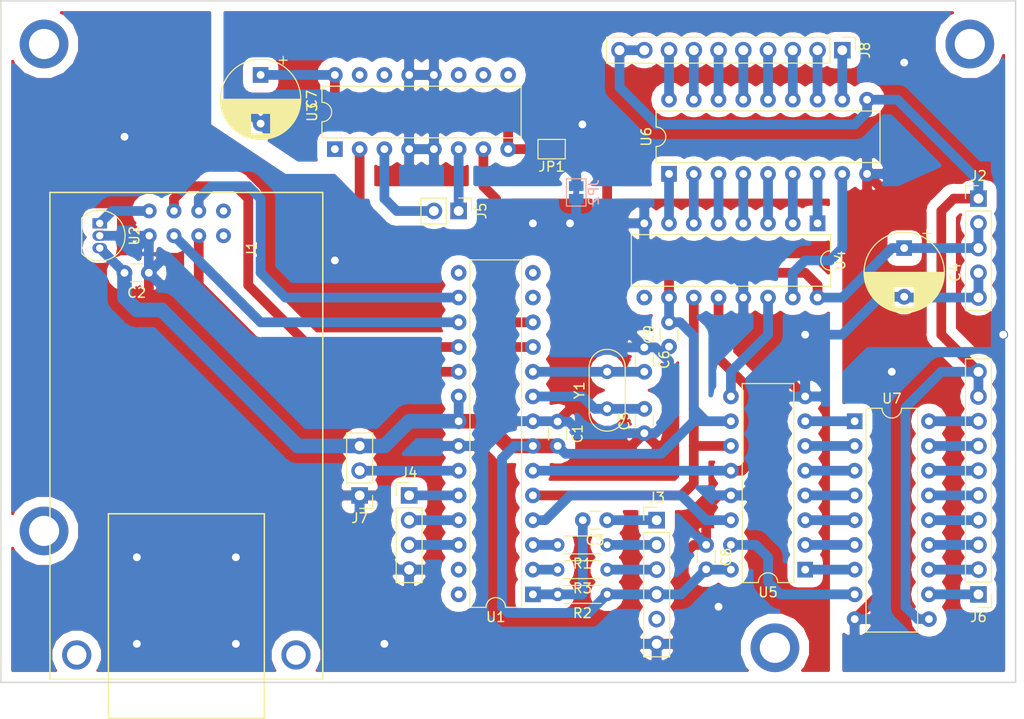
<source format=kicad_pcb>
(kicad_pcb (version 20171130) (host pcbnew 5.0.2-bee76a0~70~ubuntu16.04.1)

  (general
    (thickness 1.6)
    (drawings 4)
    (tracks 312)
    (zones 0)
    (modules 30)
    (nets 63)
  )

  (page A4)
  (layers
    (0 F.Cu signal)
    (31 B.Cu signal)
    (32 B.Adhes user)
    (33 F.Adhes user)
    (34 B.Paste user)
    (35 F.Paste user)
    (36 B.SilkS user)
    (37 F.SilkS user)
    (38 B.Mask user)
    (39 F.Mask user)
    (40 Dwgs.User user)
    (41 Cmts.User user)
    (42 Eco1.User user)
    (43 Eco2.User user)
    (44 Edge.Cuts user)
    (45 Margin user)
    (46 B.CrtYd user)
    (47 F.CrtYd user)
    (48 B.Fab user)
    (49 F.Fab user)
  )

  (setup
    (last_trace_width 1)
    (trace_clearance 0.3)
    (zone_clearance 1)
    (zone_45_only no)
    (trace_min 0.2)
    (segment_width 0.2)
    (edge_width 0.15)
    (via_size 0.8)
    (via_drill 0.4)
    (via_min_size 0.4)
    (via_min_drill 0.3)
    (uvia_size 0.3)
    (uvia_drill 0.1)
    (uvias_allowed no)
    (uvia_min_size 0.2)
    (uvia_min_drill 0.1)
    (pcb_text_width 0.3)
    (pcb_text_size 1.5 1.5)
    (mod_edge_width 0.15)
    (mod_text_size 1 1)
    (mod_text_width 0.15)
    (pad_size 1.524 1.524)
    (pad_drill 0.762)
    (pad_to_mask_clearance 0.051)
    (solder_mask_min_width 0.25)
    (aux_axis_origin 0 0)
    (visible_elements FFFFFF7F)
    (pcbplotparams
      (layerselection 0x010fc_ffffffff)
      (usegerberextensions false)
      (usegerberattributes false)
      (usegerberadvancedattributes false)
      (creategerberjobfile false)
      (excludeedgelayer true)
      (linewidth 0.100000)
      (plotframeref false)
      (viasonmask false)
      (mode 1)
      (useauxorigin false)
      (hpglpennumber 1)
      (hpglpenspeed 20)
      (hpglpendiameter 15.000000)
      (psnegative false)
      (psa4output false)
      (plotreference true)
      (plotvalue true)
      (plotinvisibletext false)
      (padsonsilk false)
      (subtractmaskfromsilk false)
      (outputformat 1)
      (mirror false)
      (drillshape 1)
      (scaleselection 1)
      (outputdirectory ""))
  )

  (net 0 "")
  (net 1 GNDD)
  (net 2 +5V)
  (net 3 RESET)
  (net 4 "Net-(C3-Pad2)")
  (net 5 "Net-(C5-Pad2)")
  (net 6 "Net-(C6-Pad2)")
  (net 7 VCC)
  (net 8 MOSI)
  (net 9 SCK)
  (net 10 SS)
  (net 11 MISO)
  (net 12 /3v3)
  (net 13 TX)
  (net 14 RX)
  (net 15 ENCODER_B)
  (net 16 ENCODER_A)
  (net 17 ENCODER_BUTTON)
  (net 18 "Net-(J5-Pad2)")
  (net 19 "Net-(J5-Pad1)")
  (net 20 +9V)
  (net 21 SERVO_SLIDER)
  (net 22 "Net-(J8-Pad1)")
  (net 23 "Net-(J8-Pad2)")
  (net 24 "Net-(J8-Pad3)")
  (net 25 "Net-(J8-Pad4)")
  (net 26 "Net-(J8-Pad5)")
  (net 27 "Net-(J8-Pad6)")
  (net 28 "Net-(J8-Pad7)")
  (net 29 "Net-(J8-Pad8)")
  (net 30 "Net-(R1-Pad2)")
  (net 31 "Net-(R3-Pad2)")
  (net 32 SRDATA)
  (net 33 SRCLOCK)
  (net 34 SRLATCH)
  (net 35 MOTOR_1)
  (net 36 MOTOR_2)
  (net 37 "Net-(U4-Pad1)")
  (net 38 "Net-(U4-Pad2)")
  (net 39 "Net-(U4-Pad3)")
  (net 40 "Net-(U4-Pad4)")
  (net 41 "Net-(U4-Pad5)")
  (net 42 "Net-(U4-Pad6)")
  (net 43 "Net-(U4-Pad7)")
  (net 44 "Net-(U4-Pad15)")
  (net 45 "Net-(U5-Pad15)")
  (net 46 "Net-(U5-Pad7)")
  (net 47 "Net-(U5-Pad6)")
  (net 48 "Net-(U5-Pad5)")
  (net 49 "Net-(U5-Pad4)")
  (net 50 "Net-(U5-Pad3)")
  (net 51 "Net-(U5-Pad2)")
  (net 52 "Net-(U5-Pad1)")
  (net 53 "Net-(J6-Pad8)")
  (net 54 "Net-(J6-Pad7)")
  (net 55 "Net-(J6-Pad6)")
  (net 56 "Net-(J6-Pad5)")
  (net 57 "Net-(J6-Pad4)")
  (net 58 "Net-(J6-Pad3)")
  (net 59 "Net-(J6-Pad2)")
  (net 60 "Net-(J6-Pad1)")
  (net 61 GNDPWR)
  (net 62 "Net-(U4-Pad14)")

  (net_class Default "This is the default net class."
    (clearance 0.3)
    (trace_width 1)
    (via_dia 0.8)
    (via_drill 0.4)
    (uvia_dia 0.3)
    (uvia_drill 0.1)
    (add_net +5V)
    (add_net +9V)
    (add_net /3v3)
    (add_net ENCODER_A)
    (add_net ENCODER_B)
    (add_net ENCODER_BUTTON)
    (add_net GNDD)
    (add_net GNDPWR)
    (add_net MISO)
    (add_net MOSI)
    (add_net MOTOR_1)
    (add_net MOTOR_2)
    (add_net "Net-(C3-Pad2)")
    (add_net "Net-(C5-Pad2)")
    (add_net "Net-(C6-Pad2)")
    (add_net "Net-(J5-Pad1)")
    (add_net "Net-(J5-Pad2)")
    (add_net "Net-(J6-Pad1)")
    (add_net "Net-(J6-Pad2)")
    (add_net "Net-(J6-Pad3)")
    (add_net "Net-(J6-Pad4)")
    (add_net "Net-(J6-Pad5)")
    (add_net "Net-(J6-Pad6)")
    (add_net "Net-(J6-Pad7)")
    (add_net "Net-(J6-Pad8)")
    (add_net "Net-(J8-Pad1)")
    (add_net "Net-(J8-Pad2)")
    (add_net "Net-(J8-Pad3)")
    (add_net "Net-(J8-Pad4)")
    (add_net "Net-(J8-Pad5)")
    (add_net "Net-(J8-Pad6)")
    (add_net "Net-(J8-Pad7)")
    (add_net "Net-(J8-Pad8)")
    (add_net "Net-(R1-Pad2)")
    (add_net "Net-(R3-Pad2)")
    (add_net "Net-(U4-Pad1)")
    (add_net "Net-(U4-Pad14)")
    (add_net "Net-(U4-Pad15)")
    (add_net "Net-(U4-Pad2)")
    (add_net "Net-(U4-Pad3)")
    (add_net "Net-(U4-Pad4)")
    (add_net "Net-(U4-Pad5)")
    (add_net "Net-(U4-Pad6)")
    (add_net "Net-(U4-Pad7)")
    (add_net "Net-(U5-Pad1)")
    (add_net "Net-(U5-Pad15)")
    (add_net "Net-(U5-Pad2)")
    (add_net "Net-(U5-Pad3)")
    (add_net "Net-(U5-Pad4)")
    (add_net "Net-(U5-Pad5)")
    (add_net "Net-(U5-Pad6)")
    (add_net "Net-(U5-Pad7)")
    (add_net RESET)
    (add_net RX)
    (add_net SCK)
    (add_net SERVO_SLIDER)
    (add_net SRCLOCK)
    (add_net SRDATA)
    (add_net SRLATCH)
    (add_net SS)
    (add_net TX)
    (add_net VCC)
  )

  (module Capacitor_THT:C_Disc_D3.0mm_W1.6mm_P2.50mm (layer F.Cu) (tedit 5AE50EF0) (tstamp 5CD1AC21)
    (at 69.85 55.92 270)
    (descr "C, Disc series, Radial, pin pitch=2.50mm, , diameter*width=3.0*1.6mm^2, Capacitor, http://www.vishay.com/docs/45233/krseries.pdf")
    (tags "C Disc series Radial pin pitch 2.50mm  diameter 3.0mm width 1.6mm Capacitor")
    (path /5CD25D56)
    (fp_text reference C1 (at 1.25 -2.05 270) (layer F.SilkS)
      (effects (font (size 1 1) (thickness 0.15)))
    )
    (fp_text value 100nF (at 1.25 2.05 270) (layer F.Fab)
      (effects (font (size 1 1) (thickness 0.15)))
    )
    (fp_line (start -0.25 -0.8) (end -0.25 0.8) (layer F.Fab) (width 0.1))
    (fp_line (start -0.25 0.8) (end 2.75 0.8) (layer F.Fab) (width 0.1))
    (fp_line (start 2.75 0.8) (end 2.75 -0.8) (layer F.Fab) (width 0.1))
    (fp_line (start 2.75 -0.8) (end -0.25 -0.8) (layer F.Fab) (width 0.1))
    (fp_line (start 0.621 -0.92) (end 1.879 -0.92) (layer F.SilkS) (width 0.12))
    (fp_line (start 0.621 0.92) (end 1.879 0.92) (layer F.SilkS) (width 0.12))
    (fp_line (start -1.05 -1.05) (end -1.05 1.05) (layer F.CrtYd) (width 0.05))
    (fp_line (start -1.05 1.05) (end 3.55 1.05) (layer F.CrtYd) (width 0.05))
    (fp_line (start 3.55 1.05) (end 3.55 -1.05) (layer F.CrtYd) (width 0.05))
    (fp_line (start 3.55 -1.05) (end -1.05 -1.05) (layer F.CrtYd) (width 0.05))
    (fp_text user %R (at 1.25 0 270) (layer F.Fab)
      (effects (font (size 0.6 0.6) (thickness 0.09)))
    )
    (pad 1 thru_hole circle (at 0 0 270) (size 1.6 1.6) (drill 0.8) (layers *.Cu *.Mask)
      (net 1 GNDD))
    (pad 2 thru_hole circle (at 2.5 0 270) (size 1.6 1.6) (drill 0.8) (layers *.Cu *.Mask)
      (net 2 +5V))
    (model ${KISYS3DMOD}/Capacitor_THT.3dshapes/C_Disc_D3.0mm_W1.6mm_P2.50mm.wrl
      (at (xyz 0 0 0))
      (scale (xyz 1 1 1))
      (rotate (xyz 0 0 0))
    )
  )

  (module Capacitor_THT:C_Disc_D3.0mm_W1.6mm_P2.50mm (layer F.Cu) (tedit 5AE50EF0) (tstamp 5CE3F180)
    (at 27.9 40.64 180)
    (descr "C, Disc series, Radial, pin pitch=2.50mm, , diameter*width=3.0*1.6mm^2, Capacitor, http://www.vishay.com/docs/45233/krseries.pdf")
    (tags "C Disc series Radial pin pitch 2.50mm  diameter 3.0mm width 1.6mm Capacitor")
    (path /5CD91735)
    (fp_text reference C2 (at 1.25 -2.05 180) (layer F.SilkS)
      (effects (font (size 1 1) (thickness 0.15)))
    )
    (fp_text value 100nF (at 1.25 2.05 180) (layer F.Fab)
      (effects (font (size 1 1) (thickness 0.15)))
    )
    (fp_text user %R (at 1.25 0 180) (layer F.Fab)
      (effects (font (size 0.6 0.6) (thickness 0.09)))
    )
    (fp_line (start 3.55 -1.05) (end -1.05 -1.05) (layer F.CrtYd) (width 0.05))
    (fp_line (start 3.55 1.05) (end 3.55 -1.05) (layer F.CrtYd) (width 0.05))
    (fp_line (start -1.05 1.05) (end 3.55 1.05) (layer F.CrtYd) (width 0.05))
    (fp_line (start -1.05 -1.05) (end -1.05 1.05) (layer F.CrtYd) (width 0.05))
    (fp_line (start 0.621 0.92) (end 1.879 0.92) (layer F.SilkS) (width 0.12))
    (fp_line (start 0.621 -0.92) (end 1.879 -0.92) (layer F.SilkS) (width 0.12))
    (fp_line (start 2.75 -0.8) (end -0.25 -0.8) (layer F.Fab) (width 0.1))
    (fp_line (start 2.75 0.8) (end 2.75 -0.8) (layer F.Fab) (width 0.1))
    (fp_line (start -0.25 0.8) (end 2.75 0.8) (layer F.Fab) (width 0.1))
    (fp_line (start -0.25 -0.8) (end -0.25 0.8) (layer F.Fab) (width 0.1))
    (pad 2 thru_hole circle (at 2.5 0 180) (size 1.6 1.6) (drill 0.8) (layers *.Cu *.Mask)
      (net 2 +5V))
    (pad 1 thru_hole circle (at 0 0 180) (size 1.6 1.6) (drill 0.8) (layers *.Cu *.Mask)
      (net 1 GNDD))
    (model ${KISYS3DMOD}/Capacitor_THT.3dshapes/C_Disc_D3.0mm_W1.6mm_P2.50mm.wrl
      (at (xyz 0 0 0))
      (scale (xyz 1 1 1))
      (rotate (xyz 0 0 0))
    )
  )

  (module Capacitor_THT:C_Disc_D3.0mm_W1.6mm_P2.50mm (layer F.Cu) (tedit 5AE50EF0) (tstamp 5CD1DAF4)
    (at 74.93 66.04 180)
    (descr "C, Disc series, Radial, pin pitch=2.50mm, , diameter*width=3.0*1.6mm^2, Capacitor, http://www.vishay.com/docs/45233/krseries.pdf")
    (tags "C Disc series Radial pin pitch 2.50mm  diameter 3.0mm width 1.6mm Capacitor")
    (path /5CD3F935)
    (fp_text reference C3 (at 1.25 -2.05 180) (layer F.SilkS)
      (effects (font (size 1 1) (thickness 0.15)))
    )
    (fp_text value 100nF (at 1.25 2.05 180) (layer F.Fab)
      (effects (font (size 1 1) (thickness 0.15)))
    )
    (fp_line (start -0.25 -0.8) (end -0.25 0.8) (layer F.Fab) (width 0.1))
    (fp_line (start -0.25 0.8) (end 2.75 0.8) (layer F.Fab) (width 0.1))
    (fp_line (start 2.75 0.8) (end 2.75 -0.8) (layer F.Fab) (width 0.1))
    (fp_line (start 2.75 -0.8) (end -0.25 -0.8) (layer F.Fab) (width 0.1))
    (fp_line (start 0.621 -0.92) (end 1.879 -0.92) (layer F.SilkS) (width 0.12))
    (fp_line (start 0.621 0.92) (end 1.879 0.92) (layer F.SilkS) (width 0.12))
    (fp_line (start -1.05 -1.05) (end -1.05 1.05) (layer F.CrtYd) (width 0.05))
    (fp_line (start -1.05 1.05) (end 3.55 1.05) (layer F.CrtYd) (width 0.05))
    (fp_line (start 3.55 1.05) (end 3.55 -1.05) (layer F.CrtYd) (width 0.05))
    (fp_line (start 3.55 -1.05) (end -1.05 -1.05) (layer F.CrtYd) (width 0.05))
    (fp_text user %R (at 1.25 0 180) (layer F.Fab)
      (effects (font (size 0.6 0.6) (thickness 0.09)))
    )
    (pad 1 thru_hole circle (at 0 0 180) (size 1.6 1.6) (drill 0.8) (layers *.Cu *.Mask)
      (net 3 RESET))
    (pad 2 thru_hole circle (at 2.5 0 180) (size 1.6 1.6) (drill 0.8) (layers *.Cu *.Mask)
      (net 4 "Net-(C3-Pad2)"))
    (model ${KISYS3DMOD}/Capacitor_THT.3dshapes/C_Disc_D3.0mm_W1.6mm_P2.50mm.wrl
      (at (xyz 0 0 0))
      (scale (xyz 1 1 1))
      (rotate (xyz 0 0 0))
    )
  )

  (module Capacitor_THT:CP_Radial_D8.0mm_P5.00mm (layer F.Cu) (tedit 5AE50EF0) (tstamp 5CE40C28)
    (at 105.41 38.1 270)
    (descr "CP, Radial series, Radial, pin pitch=5.00mm, , diameter=8mm, Electrolytic Capacitor")
    (tags "CP Radial series Radial pin pitch 5.00mm  diameter 8mm Electrolytic Capacitor")
    (path /5CD3C177)
    (fp_text reference C4 (at 2.5 -5.25 270) (layer F.SilkS)
      (effects (font (size 1 1) (thickness 0.15)))
    )
    (fp_text value 100uF (at 2.5 5.25 270) (layer F.Fab)
      (effects (font (size 1 1) (thickness 0.15)))
    )
    (fp_circle (center 2.5 0) (end 6.5 0) (layer F.Fab) (width 0.1))
    (fp_circle (center 2.5 0) (end 6.62 0) (layer F.SilkS) (width 0.12))
    (fp_circle (center 2.5 0) (end 6.75 0) (layer F.CrtYd) (width 0.05))
    (fp_line (start -0.926759 -1.7475) (end -0.126759 -1.7475) (layer F.Fab) (width 0.1))
    (fp_line (start -0.526759 -2.1475) (end -0.526759 -1.3475) (layer F.Fab) (width 0.1))
    (fp_line (start 2.5 -4.08) (end 2.5 4.08) (layer F.SilkS) (width 0.12))
    (fp_line (start 2.54 -4.08) (end 2.54 4.08) (layer F.SilkS) (width 0.12))
    (fp_line (start 2.58 -4.08) (end 2.58 4.08) (layer F.SilkS) (width 0.12))
    (fp_line (start 2.62 -4.079) (end 2.62 4.079) (layer F.SilkS) (width 0.12))
    (fp_line (start 2.66 -4.077) (end 2.66 4.077) (layer F.SilkS) (width 0.12))
    (fp_line (start 2.7 -4.076) (end 2.7 4.076) (layer F.SilkS) (width 0.12))
    (fp_line (start 2.74 -4.074) (end 2.74 4.074) (layer F.SilkS) (width 0.12))
    (fp_line (start 2.78 -4.071) (end 2.78 4.071) (layer F.SilkS) (width 0.12))
    (fp_line (start 2.82 -4.068) (end 2.82 4.068) (layer F.SilkS) (width 0.12))
    (fp_line (start 2.86 -4.065) (end 2.86 4.065) (layer F.SilkS) (width 0.12))
    (fp_line (start 2.9 -4.061) (end 2.9 4.061) (layer F.SilkS) (width 0.12))
    (fp_line (start 2.94 -4.057) (end 2.94 4.057) (layer F.SilkS) (width 0.12))
    (fp_line (start 2.98 -4.052) (end 2.98 4.052) (layer F.SilkS) (width 0.12))
    (fp_line (start 3.02 -4.048) (end 3.02 4.048) (layer F.SilkS) (width 0.12))
    (fp_line (start 3.06 -4.042) (end 3.06 4.042) (layer F.SilkS) (width 0.12))
    (fp_line (start 3.1 -4.037) (end 3.1 4.037) (layer F.SilkS) (width 0.12))
    (fp_line (start 3.14 -4.03) (end 3.14 4.03) (layer F.SilkS) (width 0.12))
    (fp_line (start 3.18 -4.024) (end 3.18 4.024) (layer F.SilkS) (width 0.12))
    (fp_line (start 3.221 -4.017) (end 3.221 4.017) (layer F.SilkS) (width 0.12))
    (fp_line (start 3.261 -4.01) (end 3.261 4.01) (layer F.SilkS) (width 0.12))
    (fp_line (start 3.301 -4.002) (end 3.301 4.002) (layer F.SilkS) (width 0.12))
    (fp_line (start 3.341 -3.994) (end 3.341 3.994) (layer F.SilkS) (width 0.12))
    (fp_line (start 3.381 -3.985) (end 3.381 3.985) (layer F.SilkS) (width 0.12))
    (fp_line (start 3.421 -3.976) (end 3.421 3.976) (layer F.SilkS) (width 0.12))
    (fp_line (start 3.461 -3.967) (end 3.461 3.967) (layer F.SilkS) (width 0.12))
    (fp_line (start 3.501 -3.957) (end 3.501 3.957) (layer F.SilkS) (width 0.12))
    (fp_line (start 3.541 -3.947) (end 3.541 3.947) (layer F.SilkS) (width 0.12))
    (fp_line (start 3.581 -3.936) (end 3.581 3.936) (layer F.SilkS) (width 0.12))
    (fp_line (start 3.621 -3.925) (end 3.621 3.925) (layer F.SilkS) (width 0.12))
    (fp_line (start 3.661 -3.914) (end 3.661 3.914) (layer F.SilkS) (width 0.12))
    (fp_line (start 3.701 -3.902) (end 3.701 3.902) (layer F.SilkS) (width 0.12))
    (fp_line (start 3.741 -3.889) (end 3.741 3.889) (layer F.SilkS) (width 0.12))
    (fp_line (start 3.781 -3.877) (end 3.781 3.877) (layer F.SilkS) (width 0.12))
    (fp_line (start 3.821 -3.863) (end 3.821 3.863) (layer F.SilkS) (width 0.12))
    (fp_line (start 3.861 -3.85) (end 3.861 3.85) (layer F.SilkS) (width 0.12))
    (fp_line (start 3.901 -3.835) (end 3.901 3.835) (layer F.SilkS) (width 0.12))
    (fp_line (start 3.941 -3.821) (end 3.941 3.821) (layer F.SilkS) (width 0.12))
    (fp_line (start 3.981 -3.805) (end 3.981 -1.04) (layer F.SilkS) (width 0.12))
    (fp_line (start 3.981 1.04) (end 3.981 3.805) (layer F.SilkS) (width 0.12))
    (fp_line (start 4.021 -3.79) (end 4.021 -1.04) (layer F.SilkS) (width 0.12))
    (fp_line (start 4.021 1.04) (end 4.021 3.79) (layer F.SilkS) (width 0.12))
    (fp_line (start 4.061 -3.774) (end 4.061 -1.04) (layer F.SilkS) (width 0.12))
    (fp_line (start 4.061 1.04) (end 4.061 3.774) (layer F.SilkS) (width 0.12))
    (fp_line (start 4.101 -3.757) (end 4.101 -1.04) (layer F.SilkS) (width 0.12))
    (fp_line (start 4.101 1.04) (end 4.101 3.757) (layer F.SilkS) (width 0.12))
    (fp_line (start 4.141 -3.74) (end 4.141 -1.04) (layer F.SilkS) (width 0.12))
    (fp_line (start 4.141 1.04) (end 4.141 3.74) (layer F.SilkS) (width 0.12))
    (fp_line (start 4.181 -3.722) (end 4.181 -1.04) (layer F.SilkS) (width 0.12))
    (fp_line (start 4.181 1.04) (end 4.181 3.722) (layer F.SilkS) (width 0.12))
    (fp_line (start 4.221 -3.704) (end 4.221 -1.04) (layer F.SilkS) (width 0.12))
    (fp_line (start 4.221 1.04) (end 4.221 3.704) (layer F.SilkS) (width 0.12))
    (fp_line (start 4.261 -3.686) (end 4.261 -1.04) (layer F.SilkS) (width 0.12))
    (fp_line (start 4.261 1.04) (end 4.261 3.686) (layer F.SilkS) (width 0.12))
    (fp_line (start 4.301 -3.666) (end 4.301 -1.04) (layer F.SilkS) (width 0.12))
    (fp_line (start 4.301 1.04) (end 4.301 3.666) (layer F.SilkS) (width 0.12))
    (fp_line (start 4.341 -3.647) (end 4.341 -1.04) (layer F.SilkS) (width 0.12))
    (fp_line (start 4.341 1.04) (end 4.341 3.647) (layer F.SilkS) (width 0.12))
    (fp_line (start 4.381 -3.627) (end 4.381 -1.04) (layer F.SilkS) (width 0.12))
    (fp_line (start 4.381 1.04) (end 4.381 3.627) (layer F.SilkS) (width 0.12))
    (fp_line (start 4.421 -3.606) (end 4.421 -1.04) (layer F.SilkS) (width 0.12))
    (fp_line (start 4.421 1.04) (end 4.421 3.606) (layer F.SilkS) (width 0.12))
    (fp_line (start 4.461 -3.584) (end 4.461 -1.04) (layer F.SilkS) (width 0.12))
    (fp_line (start 4.461 1.04) (end 4.461 3.584) (layer F.SilkS) (width 0.12))
    (fp_line (start 4.501 -3.562) (end 4.501 -1.04) (layer F.SilkS) (width 0.12))
    (fp_line (start 4.501 1.04) (end 4.501 3.562) (layer F.SilkS) (width 0.12))
    (fp_line (start 4.541 -3.54) (end 4.541 -1.04) (layer F.SilkS) (width 0.12))
    (fp_line (start 4.541 1.04) (end 4.541 3.54) (layer F.SilkS) (width 0.12))
    (fp_line (start 4.581 -3.517) (end 4.581 -1.04) (layer F.SilkS) (width 0.12))
    (fp_line (start 4.581 1.04) (end 4.581 3.517) (layer F.SilkS) (width 0.12))
    (fp_line (start 4.621 -3.493) (end 4.621 -1.04) (layer F.SilkS) (width 0.12))
    (fp_line (start 4.621 1.04) (end 4.621 3.493) (layer F.SilkS) (width 0.12))
    (fp_line (start 4.661 -3.469) (end 4.661 -1.04) (layer F.SilkS) (width 0.12))
    (fp_line (start 4.661 1.04) (end 4.661 3.469) (layer F.SilkS) (width 0.12))
    (fp_line (start 4.701 -3.444) (end 4.701 -1.04) (layer F.SilkS) (width 0.12))
    (fp_line (start 4.701 1.04) (end 4.701 3.444) (layer F.SilkS) (width 0.12))
    (fp_line (start 4.741 -3.418) (end 4.741 -1.04) (layer F.SilkS) (width 0.12))
    (fp_line (start 4.741 1.04) (end 4.741 3.418) (layer F.SilkS) (width 0.12))
    (fp_line (start 4.781 -3.392) (end 4.781 -1.04) (layer F.SilkS) (width 0.12))
    (fp_line (start 4.781 1.04) (end 4.781 3.392) (layer F.SilkS) (width 0.12))
    (fp_line (start 4.821 -3.365) (end 4.821 -1.04) (layer F.SilkS) (width 0.12))
    (fp_line (start 4.821 1.04) (end 4.821 3.365) (layer F.SilkS) (width 0.12))
    (fp_line (start 4.861 -3.338) (end 4.861 -1.04) (layer F.SilkS) (width 0.12))
    (fp_line (start 4.861 1.04) (end 4.861 3.338) (layer F.SilkS) (width 0.12))
    (fp_line (start 4.901 -3.309) (end 4.901 -1.04) (layer F.SilkS) (width 0.12))
    (fp_line (start 4.901 1.04) (end 4.901 3.309) (layer F.SilkS) (width 0.12))
    (fp_line (start 4.941 -3.28) (end 4.941 -1.04) (layer F.SilkS) (width 0.12))
    (fp_line (start 4.941 1.04) (end 4.941 3.28) (layer F.SilkS) (width 0.12))
    (fp_line (start 4.981 -3.25) (end 4.981 -1.04) (layer F.SilkS) (width 0.12))
    (fp_line (start 4.981 1.04) (end 4.981 3.25) (layer F.SilkS) (width 0.12))
    (fp_line (start 5.021 -3.22) (end 5.021 -1.04) (layer F.SilkS) (width 0.12))
    (fp_line (start 5.021 1.04) (end 5.021 3.22) (layer F.SilkS) (width 0.12))
    (fp_line (start 5.061 -3.189) (end 5.061 -1.04) (layer F.SilkS) (width 0.12))
    (fp_line (start 5.061 1.04) (end 5.061 3.189) (layer F.SilkS) (width 0.12))
    (fp_line (start 5.101 -3.156) (end 5.101 -1.04) (layer F.SilkS) (width 0.12))
    (fp_line (start 5.101 1.04) (end 5.101 3.156) (layer F.SilkS) (width 0.12))
    (fp_line (start 5.141 -3.124) (end 5.141 -1.04) (layer F.SilkS) (width 0.12))
    (fp_line (start 5.141 1.04) (end 5.141 3.124) (layer F.SilkS) (width 0.12))
    (fp_line (start 5.181 -3.09) (end 5.181 -1.04) (layer F.SilkS) (width 0.12))
    (fp_line (start 5.181 1.04) (end 5.181 3.09) (layer F.SilkS) (width 0.12))
    (fp_line (start 5.221 -3.055) (end 5.221 -1.04) (layer F.SilkS) (width 0.12))
    (fp_line (start 5.221 1.04) (end 5.221 3.055) (layer F.SilkS) (width 0.12))
    (fp_line (start 5.261 -3.019) (end 5.261 -1.04) (layer F.SilkS) (width 0.12))
    (fp_line (start 5.261 1.04) (end 5.261 3.019) (layer F.SilkS) (width 0.12))
    (fp_line (start 5.301 -2.983) (end 5.301 -1.04) (layer F.SilkS) (width 0.12))
    (fp_line (start 5.301 1.04) (end 5.301 2.983) (layer F.SilkS) (width 0.12))
    (fp_line (start 5.341 -2.945) (end 5.341 -1.04) (layer F.SilkS) (width 0.12))
    (fp_line (start 5.341 1.04) (end 5.341 2.945) (layer F.SilkS) (width 0.12))
    (fp_line (start 5.381 -2.907) (end 5.381 -1.04) (layer F.SilkS) (width 0.12))
    (fp_line (start 5.381 1.04) (end 5.381 2.907) (layer F.SilkS) (width 0.12))
    (fp_line (start 5.421 -2.867) (end 5.421 -1.04) (layer F.SilkS) (width 0.12))
    (fp_line (start 5.421 1.04) (end 5.421 2.867) (layer F.SilkS) (width 0.12))
    (fp_line (start 5.461 -2.826) (end 5.461 -1.04) (layer F.SilkS) (width 0.12))
    (fp_line (start 5.461 1.04) (end 5.461 2.826) (layer F.SilkS) (width 0.12))
    (fp_line (start 5.501 -2.784) (end 5.501 -1.04) (layer F.SilkS) (width 0.12))
    (fp_line (start 5.501 1.04) (end 5.501 2.784) (layer F.SilkS) (width 0.12))
    (fp_line (start 5.541 -2.741) (end 5.541 -1.04) (layer F.SilkS) (width 0.12))
    (fp_line (start 5.541 1.04) (end 5.541 2.741) (layer F.SilkS) (width 0.12))
    (fp_line (start 5.581 -2.697) (end 5.581 -1.04) (layer F.SilkS) (width 0.12))
    (fp_line (start 5.581 1.04) (end 5.581 2.697) (layer F.SilkS) (width 0.12))
    (fp_line (start 5.621 -2.651) (end 5.621 -1.04) (layer F.SilkS) (width 0.12))
    (fp_line (start 5.621 1.04) (end 5.621 2.651) (layer F.SilkS) (width 0.12))
    (fp_line (start 5.661 -2.604) (end 5.661 -1.04) (layer F.SilkS) (width 0.12))
    (fp_line (start 5.661 1.04) (end 5.661 2.604) (layer F.SilkS) (width 0.12))
    (fp_line (start 5.701 -2.556) (end 5.701 -1.04) (layer F.SilkS) (width 0.12))
    (fp_line (start 5.701 1.04) (end 5.701 2.556) (layer F.SilkS) (width 0.12))
    (fp_line (start 5.741 -2.505) (end 5.741 -1.04) (layer F.SilkS) (width 0.12))
    (fp_line (start 5.741 1.04) (end 5.741 2.505) (layer F.SilkS) (width 0.12))
    (fp_line (start 5.781 -2.454) (end 5.781 -1.04) (layer F.SilkS) (width 0.12))
    (fp_line (start 5.781 1.04) (end 5.781 2.454) (layer F.SilkS) (width 0.12))
    (fp_line (start 5.821 -2.4) (end 5.821 -1.04) (layer F.SilkS) (width 0.12))
    (fp_line (start 5.821 1.04) (end 5.821 2.4) (layer F.SilkS) (width 0.12))
    (fp_line (start 5.861 -2.345) (end 5.861 -1.04) (layer F.SilkS) (width 0.12))
    (fp_line (start 5.861 1.04) (end 5.861 2.345) (layer F.SilkS) (width 0.12))
    (fp_line (start 5.901 -2.287) (end 5.901 -1.04) (layer F.SilkS) (width 0.12))
    (fp_line (start 5.901 1.04) (end 5.901 2.287) (layer F.SilkS) (width 0.12))
    (fp_line (start 5.941 -2.228) (end 5.941 -1.04) (layer F.SilkS) (width 0.12))
    (fp_line (start 5.941 1.04) (end 5.941 2.228) (layer F.SilkS) (width 0.12))
    (fp_line (start 5.981 -2.166) (end 5.981 -1.04) (layer F.SilkS) (width 0.12))
    (fp_line (start 5.981 1.04) (end 5.981 2.166) (layer F.SilkS) (width 0.12))
    (fp_line (start 6.021 -2.102) (end 6.021 -1.04) (layer F.SilkS) (width 0.12))
    (fp_line (start 6.021 1.04) (end 6.021 2.102) (layer F.SilkS) (width 0.12))
    (fp_line (start 6.061 -2.034) (end 6.061 2.034) (layer F.SilkS) (width 0.12))
    (fp_line (start 6.101 -1.964) (end 6.101 1.964) (layer F.SilkS) (width 0.12))
    (fp_line (start 6.141 -1.89) (end 6.141 1.89) (layer F.SilkS) (width 0.12))
    (fp_line (start 6.181 -1.813) (end 6.181 1.813) (layer F.SilkS) (width 0.12))
    (fp_line (start 6.221 -1.731) (end 6.221 1.731) (layer F.SilkS) (width 0.12))
    (fp_line (start 6.261 -1.645) (end 6.261 1.645) (layer F.SilkS) (width 0.12))
    (fp_line (start 6.301 -1.552) (end 6.301 1.552) (layer F.SilkS) (width 0.12))
    (fp_line (start 6.341 -1.453) (end 6.341 1.453) (layer F.SilkS) (width 0.12))
    (fp_line (start 6.381 -1.346) (end 6.381 1.346) (layer F.SilkS) (width 0.12))
    (fp_line (start 6.421 -1.229) (end 6.421 1.229) (layer F.SilkS) (width 0.12))
    (fp_line (start 6.461 -1.098) (end 6.461 1.098) (layer F.SilkS) (width 0.12))
    (fp_line (start 6.501 -0.948) (end 6.501 0.948) (layer F.SilkS) (width 0.12))
    (fp_line (start 6.541 -0.768) (end 6.541 0.768) (layer F.SilkS) (width 0.12))
    (fp_line (start 6.581 -0.533) (end 6.581 0.533) (layer F.SilkS) (width 0.12))
    (fp_line (start -1.909698 -2.315) (end -1.109698 -2.315) (layer F.SilkS) (width 0.12))
    (fp_line (start -1.509698 -2.715) (end -1.509698 -1.915) (layer F.SilkS) (width 0.12))
    (fp_text user %R (at 2.5 0 270) (layer F.Fab)
      (effects (font (size 1 1) (thickness 0.15)))
    )
    (pad 1 thru_hole rect (at 0 0 270) (size 1.6 1.6) (drill 0.8) (layers *.Cu *.Mask)
      (net 2 +5V))
    (pad 2 thru_hole circle (at 5 0 270) (size 1.6 1.6) (drill 0.8) (layers *.Cu *.Mask)
      (net 1 GNDD))
    (model ${KISYS3DMOD}/Capacitor_THT.3dshapes/CP_Radial_D8.0mm_P5.00mm.wrl
      (at (xyz 0 0 0))
      (scale (xyz 1 1 1))
      (rotate (xyz 0 0 0))
    )
  )

  (module Capacitor_THT:C_Disc_D3.0mm_W1.6mm_P2.50mm (layer F.Cu) (tedit 5AE50EF0) (tstamp 5CD1DE2A)
    (at 78.74 57.11 90)
    (descr "C, Disc series, Radial, pin pitch=2.50mm, , diameter*width=3.0*1.6mm^2, Capacitor, http://www.vishay.com/docs/45233/krseries.pdf")
    (tags "C Disc series Radial pin pitch 2.50mm  diameter 3.0mm width 1.6mm Capacitor")
    (path /5CD16AB1)
    (fp_text reference C5 (at 1.25 -2.05 90) (layer F.SilkS)
      (effects (font (size 1 1) (thickness 0.15)))
    )
    (fp_text value 22p (at 1.25 2.05 90) (layer F.Fab)
      (effects (font (size 1 1) (thickness 0.15)))
    )
    (fp_line (start -0.25 -0.8) (end -0.25 0.8) (layer F.Fab) (width 0.1))
    (fp_line (start -0.25 0.8) (end 2.75 0.8) (layer F.Fab) (width 0.1))
    (fp_line (start 2.75 0.8) (end 2.75 -0.8) (layer F.Fab) (width 0.1))
    (fp_line (start 2.75 -0.8) (end -0.25 -0.8) (layer F.Fab) (width 0.1))
    (fp_line (start 0.621 -0.92) (end 1.879 -0.92) (layer F.SilkS) (width 0.12))
    (fp_line (start 0.621 0.92) (end 1.879 0.92) (layer F.SilkS) (width 0.12))
    (fp_line (start -1.05 -1.05) (end -1.05 1.05) (layer F.CrtYd) (width 0.05))
    (fp_line (start -1.05 1.05) (end 3.55 1.05) (layer F.CrtYd) (width 0.05))
    (fp_line (start 3.55 1.05) (end 3.55 -1.05) (layer F.CrtYd) (width 0.05))
    (fp_line (start 3.55 -1.05) (end -1.05 -1.05) (layer F.CrtYd) (width 0.05))
    (fp_text user %R (at 1.25 0 90) (layer F.Fab)
      (effects (font (size 0.6 0.6) (thickness 0.09)))
    )
    (pad 1 thru_hole circle (at 0 0 90) (size 1.6 1.6) (drill 0.8) (layers *.Cu *.Mask)
      (net 1 GNDD))
    (pad 2 thru_hole circle (at 2.5 0 90) (size 1.6 1.6) (drill 0.8) (layers *.Cu *.Mask)
      (net 5 "Net-(C5-Pad2)"))
    (model ${KISYS3DMOD}/Capacitor_THT.3dshapes/C_Disc_D3.0mm_W1.6mm_P2.50mm.wrl
      (at (xyz 0 0 0))
      (scale (xyz 1 1 1))
      (rotate (xyz 0 0 0))
    )
  )

  (module Capacitor_THT:C_Disc_D3.0mm_W1.6mm_P2.50mm (layer F.Cu) (tedit 5AE50EF0) (tstamp 5CD1AD0E)
    (at 78.74 48.3 270)
    (descr "C, Disc series, Radial, pin pitch=2.50mm, , diameter*width=3.0*1.6mm^2, Capacitor, http://www.vishay.com/docs/45233/krseries.pdf")
    (tags "C Disc series Radial pin pitch 2.50mm  diameter 3.0mm width 1.6mm Capacitor")
    (path /5CD16B2E)
    (fp_text reference C6 (at 1.25 -2.05 270) (layer F.SilkS)
      (effects (font (size 1 1) (thickness 0.15)))
    )
    (fp_text value 22p (at 1.25 2.05 270) (layer F.Fab)
      (effects (font (size 1 1) (thickness 0.15)))
    )
    (fp_text user %R (at 1.25 0 270) (layer F.Fab)
      (effects (font (size 0.6 0.6) (thickness 0.09)))
    )
    (fp_line (start 3.55 -1.05) (end -1.05 -1.05) (layer F.CrtYd) (width 0.05))
    (fp_line (start 3.55 1.05) (end 3.55 -1.05) (layer F.CrtYd) (width 0.05))
    (fp_line (start -1.05 1.05) (end 3.55 1.05) (layer F.CrtYd) (width 0.05))
    (fp_line (start -1.05 -1.05) (end -1.05 1.05) (layer F.CrtYd) (width 0.05))
    (fp_line (start 0.621 0.92) (end 1.879 0.92) (layer F.SilkS) (width 0.12))
    (fp_line (start 0.621 -0.92) (end 1.879 -0.92) (layer F.SilkS) (width 0.12))
    (fp_line (start 2.75 -0.8) (end -0.25 -0.8) (layer F.Fab) (width 0.1))
    (fp_line (start 2.75 0.8) (end 2.75 -0.8) (layer F.Fab) (width 0.1))
    (fp_line (start -0.25 0.8) (end 2.75 0.8) (layer F.Fab) (width 0.1))
    (fp_line (start -0.25 -0.8) (end -0.25 0.8) (layer F.Fab) (width 0.1))
    (pad 2 thru_hole circle (at 2.5 0 270) (size 1.6 1.6) (drill 0.8) (layers *.Cu *.Mask)
      (net 6 "Net-(C6-Pad2)"))
    (pad 1 thru_hole circle (at 0 0 270) (size 1.6 1.6) (drill 0.8) (layers *.Cu *.Mask)
      (net 1 GNDD))
    (model ${KISYS3DMOD}/Capacitor_THT.3dshapes/C_Disc_D3.0mm_W1.6mm_P2.50mm.wrl
      (at (xyz 0 0 0))
      (scale (xyz 1 1 1))
      (rotate (xyz 0 0 0))
    )
  )

  (module Capacitor_THT:CP_Radial_D8.0mm_P5.00mm (layer F.Cu) (tedit 5AE50EF0) (tstamp 5CD1A962)
    (at 39.37 20.32 270)
    (descr "CP, Radial series, Radial, pin pitch=5.00mm, , diameter=8mm, Electrolytic Capacitor")
    (tags "CP Radial series Radial pin pitch 5.00mm  diameter 8mm Electrolytic Capacitor")
    (path /5CDA1999)
    (fp_text reference C7 (at 2.5 -5.25 270) (layer F.SilkS)
      (effects (font (size 1 1) (thickness 0.15)))
    )
    (fp_text value 470uF (at 2.5 5.25 270) (layer F.Fab)
      (effects (font (size 1 1) (thickness 0.15)))
    )
    (fp_text user %R (at 2.5 0 270) (layer F.Fab)
      (effects (font (size 1 1) (thickness 0.15)))
    )
    (fp_line (start -1.509698 -2.715) (end -1.509698 -1.915) (layer F.SilkS) (width 0.12))
    (fp_line (start -1.909698 -2.315) (end -1.109698 -2.315) (layer F.SilkS) (width 0.12))
    (fp_line (start 6.581 -0.533) (end 6.581 0.533) (layer F.SilkS) (width 0.12))
    (fp_line (start 6.541 -0.768) (end 6.541 0.768) (layer F.SilkS) (width 0.12))
    (fp_line (start 6.501 -0.948) (end 6.501 0.948) (layer F.SilkS) (width 0.12))
    (fp_line (start 6.461 -1.098) (end 6.461 1.098) (layer F.SilkS) (width 0.12))
    (fp_line (start 6.421 -1.229) (end 6.421 1.229) (layer F.SilkS) (width 0.12))
    (fp_line (start 6.381 -1.346) (end 6.381 1.346) (layer F.SilkS) (width 0.12))
    (fp_line (start 6.341 -1.453) (end 6.341 1.453) (layer F.SilkS) (width 0.12))
    (fp_line (start 6.301 -1.552) (end 6.301 1.552) (layer F.SilkS) (width 0.12))
    (fp_line (start 6.261 -1.645) (end 6.261 1.645) (layer F.SilkS) (width 0.12))
    (fp_line (start 6.221 -1.731) (end 6.221 1.731) (layer F.SilkS) (width 0.12))
    (fp_line (start 6.181 -1.813) (end 6.181 1.813) (layer F.SilkS) (width 0.12))
    (fp_line (start 6.141 -1.89) (end 6.141 1.89) (layer F.SilkS) (width 0.12))
    (fp_line (start 6.101 -1.964) (end 6.101 1.964) (layer F.SilkS) (width 0.12))
    (fp_line (start 6.061 -2.034) (end 6.061 2.034) (layer F.SilkS) (width 0.12))
    (fp_line (start 6.021 1.04) (end 6.021 2.102) (layer F.SilkS) (width 0.12))
    (fp_line (start 6.021 -2.102) (end 6.021 -1.04) (layer F.SilkS) (width 0.12))
    (fp_line (start 5.981 1.04) (end 5.981 2.166) (layer F.SilkS) (width 0.12))
    (fp_line (start 5.981 -2.166) (end 5.981 -1.04) (layer F.SilkS) (width 0.12))
    (fp_line (start 5.941 1.04) (end 5.941 2.228) (layer F.SilkS) (width 0.12))
    (fp_line (start 5.941 -2.228) (end 5.941 -1.04) (layer F.SilkS) (width 0.12))
    (fp_line (start 5.901 1.04) (end 5.901 2.287) (layer F.SilkS) (width 0.12))
    (fp_line (start 5.901 -2.287) (end 5.901 -1.04) (layer F.SilkS) (width 0.12))
    (fp_line (start 5.861 1.04) (end 5.861 2.345) (layer F.SilkS) (width 0.12))
    (fp_line (start 5.861 -2.345) (end 5.861 -1.04) (layer F.SilkS) (width 0.12))
    (fp_line (start 5.821 1.04) (end 5.821 2.4) (layer F.SilkS) (width 0.12))
    (fp_line (start 5.821 -2.4) (end 5.821 -1.04) (layer F.SilkS) (width 0.12))
    (fp_line (start 5.781 1.04) (end 5.781 2.454) (layer F.SilkS) (width 0.12))
    (fp_line (start 5.781 -2.454) (end 5.781 -1.04) (layer F.SilkS) (width 0.12))
    (fp_line (start 5.741 1.04) (end 5.741 2.505) (layer F.SilkS) (width 0.12))
    (fp_line (start 5.741 -2.505) (end 5.741 -1.04) (layer F.SilkS) (width 0.12))
    (fp_line (start 5.701 1.04) (end 5.701 2.556) (layer F.SilkS) (width 0.12))
    (fp_line (start 5.701 -2.556) (end 5.701 -1.04) (layer F.SilkS) (width 0.12))
    (fp_line (start 5.661 1.04) (end 5.661 2.604) (layer F.SilkS) (width 0.12))
    (fp_line (start 5.661 -2.604) (end 5.661 -1.04) (layer F.SilkS) (width 0.12))
    (fp_line (start 5.621 1.04) (end 5.621 2.651) (layer F.SilkS) (width 0.12))
    (fp_line (start 5.621 -2.651) (end 5.621 -1.04) (layer F.SilkS) (width 0.12))
    (fp_line (start 5.581 1.04) (end 5.581 2.697) (layer F.SilkS) (width 0.12))
    (fp_line (start 5.581 -2.697) (end 5.581 -1.04) (layer F.SilkS) (width 0.12))
    (fp_line (start 5.541 1.04) (end 5.541 2.741) (layer F.SilkS) (width 0.12))
    (fp_line (start 5.541 -2.741) (end 5.541 -1.04) (layer F.SilkS) (width 0.12))
    (fp_line (start 5.501 1.04) (end 5.501 2.784) (layer F.SilkS) (width 0.12))
    (fp_line (start 5.501 -2.784) (end 5.501 -1.04) (layer F.SilkS) (width 0.12))
    (fp_line (start 5.461 1.04) (end 5.461 2.826) (layer F.SilkS) (width 0.12))
    (fp_line (start 5.461 -2.826) (end 5.461 -1.04) (layer F.SilkS) (width 0.12))
    (fp_line (start 5.421 1.04) (end 5.421 2.867) (layer F.SilkS) (width 0.12))
    (fp_line (start 5.421 -2.867) (end 5.421 -1.04) (layer F.SilkS) (width 0.12))
    (fp_line (start 5.381 1.04) (end 5.381 2.907) (layer F.SilkS) (width 0.12))
    (fp_line (start 5.381 -2.907) (end 5.381 -1.04) (layer F.SilkS) (width 0.12))
    (fp_line (start 5.341 1.04) (end 5.341 2.945) (layer F.SilkS) (width 0.12))
    (fp_line (start 5.341 -2.945) (end 5.341 -1.04) (layer F.SilkS) (width 0.12))
    (fp_line (start 5.301 1.04) (end 5.301 2.983) (layer F.SilkS) (width 0.12))
    (fp_line (start 5.301 -2.983) (end 5.301 -1.04) (layer F.SilkS) (width 0.12))
    (fp_line (start 5.261 1.04) (end 5.261 3.019) (layer F.SilkS) (width 0.12))
    (fp_line (start 5.261 -3.019) (end 5.261 -1.04) (layer F.SilkS) (width 0.12))
    (fp_line (start 5.221 1.04) (end 5.221 3.055) (layer F.SilkS) (width 0.12))
    (fp_line (start 5.221 -3.055) (end 5.221 -1.04) (layer F.SilkS) (width 0.12))
    (fp_line (start 5.181 1.04) (end 5.181 3.09) (layer F.SilkS) (width 0.12))
    (fp_line (start 5.181 -3.09) (end 5.181 -1.04) (layer F.SilkS) (width 0.12))
    (fp_line (start 5.141 1.04) (end 5.141 3.124) (layer F.SilkS) (width 0.12))
    (fp_line (start 5.141 -3.124) (end 5.141 -1.04) (layer F.SilkS) (width 0.12))
    (fp_line (start 5.101 1.04) (end 5.101 3.156) (layer F.SilkS) (width 0.12))
    (fp_line (start 5.101 -3.156) (end 5.101 -1.04) (layer F.SilkS) (width 0.12))
    (fp_line (start 5.061 1.04) (end 5.061 3.189) (layer F.SilkS) (width 0.12))
    (fp_line (start 5.061 -3.189) (end 5.061 -1.04) (layer F.SilkS) (width 0.12))
    (fp_line (start 5.021 1.04) (end 5.021 3.22) (layer F.SilkS) (width 0.12))
    (fp_line (start 5.021 -3.22) (end 5.021 -1.04) (layer F.SilkS) (width 0.12))
    (fp_line (start 4.981 1.04) (end 4.981 3.25) (layer F.SilkS) (width 0.12))
    (fp_line (start 4.981 -3.25) (end 4.981 -1.04) (layer F.SilkS) (width 0.12))
    (fp_line (start 4.941 1.04) (end 4.941 3.28) (layer F.SilkS) (width 0.12))
    (fp_line (start 4.941 -3.28) (end 4.941 -1.04) (layer F.SilkS) (width 0.12))
    (fp_line (start 4.901 1.04) (end 4.901 3.309) (layer F.SilkS) (width 0.12))
    (fp_line (start 4.901 -3.309) (end 4.901 -1.04) (layer F.SilkS) (width 0.12))
    (fp_line (start 4.861 1.04) (end 4.861 3.338) (layer F.SilkS) (width 0.12))
    (fp_line (start 4.861 -3.338) (end 4.861 -1.04) (layer F.SilkS) (width 0.12))
    (fp_line (start 4.821 1.04) (end 4.821 3.365) (layer F.SilkS) (width 0.12))
    (fp_line (start 4.821 -3.365) (end 4.821 -1.04) (layer F.SilkS) (width 0.12))
    (fp_line (start 4.781 1.04) (end 4.781 3.392) (layer F.SilkS) (width 0.12))
    (fp_line (start 4.781 -3.392) (end 4.781 -1.04) (layer F.SilkS) (width 0.12))
    (fp_line (start 4.741 1.04) (end 4.741 3.418) (layer F.SilkS) (width 0.12))
    (fp_line (start 4.741 -3.418) (end 4.741 -1.04) (layer F.SilkS) (width 0.12))
    (fp_line (start 4.701 1.04) (end 4.701 3.444) (layer F.SilkS) (width 0.12))
    (fp_line (start 4.701 -3.444) (end 4.701 -1.04) (layer F.SilkS) (width 0.12))
    (fp_line (start 4.661 1.04) (end 4.661 3.469) (layer F.SilkS) (width 0.12))
    (fp_line (start 4.661 -3.469) (end 4.661 -1.04) (layer F.SilkS) (width 0.12))
    (fp_line (start 4.621 1.04) (end 4.621 3.493) (layer F.SilkS) (width 0.12))
    (fp_line (start 4.621 -3.493) (end 4.621 -1.04) (layer F.SilkS) (width 0.12))
    (fp_line (start 4.581 1.04) (end 4.581 3.517) (layer F.SilkS) (width 0.12))
    (fp_line (start 4.581 -3.517) (end 4.581 -1.04) (layer F.SilkS) (width 0.12))
    (fp_line (start 4.541 1.04) (end 4.541 3.54) (layer F.SilkS) (width 0.12))
    (fp_line (start 4.541 -3.54) (end 4.541 -1.04) (layer F.SilkS) (width 0.12))
    (fp_line (start 4.501 1.04) (end 4.501 3.562) (layer F.SilkS) (width 0.12))
    (fp_line (start 4.501 -3.562) (end 4.501 -1.04) (layer F.SilkS) (width 0.12))
    (fp_line (start 4.461 1.04) (end 4.461 3.584) (layer F.SilkS) (width 0.12))
    (fp_line (start 4.461 -3.584) (end 4.461 -1.04) (layer F.SilkS) (width 0.12))
    (fp_line (start 4.421 1.04) (end 4.421 3.606) (layer F.SilkS) (width 0.12))
    (fp_line (start 4.421 -3.606) (end 4.421 -1.04) (layer F.SilkS) (width 0.12))
    (fp_line (start 4.381 1.04) (end 4.381 3.627) (layer F.SilkS) (width 0.12))
    (fp_line (start 4.381 -3.627) (end 4.381 -1.04) (layer F.SilkS) (width 0.12))
    (fp_line (start 4.341 1.04) (end 4.341 3.647) (layer F.SilkS) (width 0.12))
    (fp_line (start 4.341 -3.647) (end 4.341 -1.04) (layer F.SilkS) (width 0.12))
    (fp_line (start 4.301 1.04) (end 4.301 3.666) (layer F.SilkS) (width 0.12))
    (fp_line (start 4.301 -3.666) (end 4.301 -1.04) (layer F.SilkS) (width 0.12))
    (fp_line (start 4.261 1.04) (end 4.261 3.686) (layer F.SilkS) (width 0.12))
    (fp_line (start 4.261 -3.686) (end 4.261 -1.04) (layer F.SilkS) (width 0.12))
    (fp_line (start 4.221 1.04) (end 4.221 3.704) (layer F.SilkS) (width 0.12))
    (fp_line (start 4.221 -3.704) (end 4.221 -1.04) (layer F.SilkS) (width 0.12))
    (fp_line (start 4.181 1.04) (end 4.181 3.722) (layer F.SilkS) (width 0.12))
    (fp_line (start 4.181 -3.722) (end 4.181 -1.04) (layer F.SilkS) (width 0.12))
    (fp_line (start 4.141 1.04) (end 4.141 3.74) (layer F.SilkS) (width 0.12))
    (fp_line (start 4.141 -3.74) (end 4.141 -1.04) (layer F.SilkS) (width 0.12))
    (fp_line (start 4.101 1.04) (end 4.101 3.757) (layer F.SilkS) (width 0.12))
    (fp_line (start 4.101 -3.757) (end 4.101 -1.04) (layer F.SilkS) (width 0.12))
    (fp_line (start 4.061 1.04) (end 4.061 3.774) (layer F.SilkS) (width 0.12))
    (fp_line (start 4.061 -3.774) (end 4.061 -1.04) (layer F.SilkS) (width 0.12))
    (fp_line (start 4.021 1.04) (end 4.021 3.79) (layer F.SilkS) (width 0.12))
    (fp_line (start 4.021 -3.79) (end 4.021 -1.04) (layer F.SilkS) (width 0.12))
    (fp_line (start 3.981 1.04) (end 3.981 3.805) (layer F.SilkS) (width 0.12))
    (fp_line (start 3.981 -3.805) (end 3.981 -1.04) (layer F.SilkS) (width 0.12))
    (fp_line (start 3.941 -3.821) (end 3.941 3.821) (layer F.SilkS) (width 0.12))
    (fp_line (start 3.901 -3.835) (end 3.901 3.835) (layer F.SilkS) (width 0.12))
    (fp_line (start 3.861 -3.85) (end 3.861 3.85) (layer F.SilkS) (width 0.12))
    (fp_line (start 3.821 -3.863) (end 3.821 3.863) (layer F.SilkS) (width 0.12))
    (fp_line (start 3.781 -3.877) (end 3.781 3.877) (layer F.SilkS) (width 0.12))
    (fp_line (start 3.741 -3.889) (end 3.741 3.889) (layer F.SilkS) (width 0.12))
    (fp_line (start 3.701 -3.902) (end 3.701 3.902) (layer F.SilkS) (width 0.12))
    (fp_line (start 3.661 -3.914) (end 3.661 3.914) (layer F.SilkS) (width 0.12))
    (fp_line (start 3.621 -3.925) (end 3.621 3.925) (layer F.SilkS) (width 0.12))
    (fp_line (start 3.581 -3.936) (end 3.581 3.936) (layer F.SilkS) (width 0.12))
    (fp_line (start 3.541 -3.947) (end 3.541 3.947) (layer F.SilkS) (width 0.12))
    (fp_line (start 3.501 -3.957) (end 3.501 3.957) (layer F.SilkS) (width 0.12))
    (fp_line (start 3.461 -3.967) (end 3.461 3.967) (layer F.SilkS) (width 0.12))
    (fp_line (start 3.421 -3.976) (end 3.421 3.976) (layer F.SilkS) (width 0.12))
    (fp_line (start 3.381 -3.985) (end 3.381 3.985) (layer F.SilkS) (width 0.12))
    (fp_line (start 3.341 -3.994) (end 3.341 3.994) (layer F.SilkS) (width 0.12))
    (fp_line (start 3.301 -4.002) (end 3.301 4.002) (layer F.SilkS) (width 0.12))
    (fp_line (start 3.261 -4.01) (end 3.261 4.01) (layer F.SilkS) (width 0.12))
    (fp_line (start 3.221 -4.017) (end 3.221 4.017) (layer F.SilkS) (width 0.12))
    (fp_line (start 3.18 -4.024) (end 3.18 4.024) (layer F.SilkS) (width 0.12))
    (fp_line (start 3.14 -4.03) (end 3.14 4.03) (layer F.SilkS) (width 0.12))
    (fp_line (start 3.1 -4.037) (end 3.1 4.037) (layer F.SilkS) (width 0.12))
    (fp_line (start 3.06 -4.042) (end 3.06 4.042) (layer F.SilkS) (width 0.12))
    (fp_line (start 3.02 -4.048) (end 3.02 4.048) (layer F.SilkS) (width 0.12))
    (fp_line (start 2.98 -4.052) (end 2.98 4.052) (layer F.SilkS) (width 0.12))
    (fp_line (start 2.94 -4.057) (end 2.94 4.057) (layer F.SilkS) (width 0.12))
    (fp_line (start 2.9 -4.061) (end 2.9 4.061) (layer F.SilkS) (width 0.12))
    (fp_line (start 2.86 -4.065) (end 2.86 4.065) (layer F.SilkS) (width 0.12))
    (fp_line (start 2.82 -4.068) (end 2.82 4.068) (layer F.SilkS) (width 0.12))
    (fp_line (start 2.78 -4.071) (end 2.78 4.071) (layer F.SilkS) (width 0.12))
    (fp_line (start 2.74 -4.074) (end 2.74 4.074) (layer F.SilkS) (width 0.12))
    (fp_line (start 2.7 -4.076) (end 2.7 4.076) (layer F.SilkS) (width 0.12))
    (fp_line (start 2.66 -4.077) (end 2.66 4.077) (layer F.SilkS) (width 0.12))
    (fp_line (start 2.62 -4.079) (end 2.62 4.079) (layer F.SilkS) (width 0.12))
    (fp_line (start 2.58 -4.08) (end 2.58 4.08) (layer F.SilkS) (width 0.12))
    (fp_line (start 2.54 -4.08) (end 2.54 4.08) (layer F.SilkS) (width 0.12))
    (fp_line (start 2.5 -4.08) (end 2.5 4.08) (layer F.SilkS) (width 0.12))
    (fp_line (start -0.526759 -2.1475) (end -0.526759 -1.3475) (layer F.Fab) (width 0.1))
    (fp_line (start -0.926759 -1.7475) (end -0.126759 -1.7475) (layer F.Fab) (width 0.1))
    (fp_circle (center 2.5 0) (end 6.75 0) (layer F.CrtYd) (width 0.05))
    (fp_circle (center 2.5 0) (end 6.62 0) (layer F.SilkS) (width 0.12))
    (fp_circle (center 2.5 0) (end 6.5 0) (layer F.Fab) (width 0.1))
    (pad 2 thru_hole circle (at 5 0 270) (size 1.6 1.6) (drill 0.8) (layers *.Cu *.Mask)
      (net 61 GNDPWR))
    (pad 1 thru_hole rect (at 0 0 270) (size 1.6 1.6) (drill 0.8) (layers *.Cu *.Mask)
      (net 7 VCC))
    (model ${KISYS3DMOD}/Capacitor_THT.3dshapes/CP_Radial_D8.0mm_P5.00mm.wrl
      (at (xyz 0 0 0))
      (scale (xyz 1 1 1))
      (rotate (xyz 0 0 0))
    )
  )

  (module Capacitor_THT:C_Disc_D3.0mm_W1.6mm_P2.50mm (layer F.Cu) (tedit 5AE50EF0) (tstamp 5CE425C1)
    (at 85.09 68.58 270)
    (descr "C, Disc series, Radial, pin pitch=2.50mm, , diameter*width=3.0*1.6mm^2, Capacitor, http://www.vishay.com/docs/45233/krseries.pdf")
    (tags "C Disc series Radial pin pitch 2.50mm  diameter 3.0mm width 1.6mm Capacitor")
    (path /5CD250AE)
    (fp_text reference C8 (at 1.25 -2.05 270) (layer F.SilkS)
      (effects (font (size 1 1) (thickness 0.15)))
    )
    (fp_text value 100nF (at 1.25 2.05 270) (layer F.Fab)
      (effects (font (size 1 1) (thickness 0.15)))
    )
    (fp_text user %R (at 1.25 0 270) (layer F.Fab)
      (effects (font (size 0.6 0.6) (thickness 0.09)))
    )
    (fp_line (start 3.55 -1.05) (end -1.05 -1.05) (layer F.CrtYd) (width 0.05))
    (fp_line (start 3.55 1.05) (end 3.55 -1.05) (layer F.CrtYd) (width 0.05))
    (fp_line (start -1.05 1.05) (end 3.55 1.05) (layer F.CrtYd) (width 0.05))
    (fp_line (start -1.05 -1.05) (end -1.05 1.05) (layer F.CrtYd) (width 0.05))
    (fp_line (start 0.621 0.92) (end 1.879 0.92) (layer F.SilkS) (width 0.12))
    (fp_line (start 0.621 -0.92) (end 1.879 -0.92) (layer F.SilkS) (width 0.12))
    (fp_line (start 2.75 -0.8) (end -0.25 -0.8) (layer F.Fab) (width 0.1))
    (fp_line (start 2.75 0.8) (end 2.75 -0.8) (layer F.Fab) (width 0.1))
    (fp_line (start -0.25 0.8) (end 2.75 0.8) (layer F.Fab) (width 0.1))
    (fp_line (start -0.25 -0.8) (end -0.25 0.8) (layer F.Fab) (width 0.1))
    (pad 2 thru_hole circle (at 2.5 0 270) (size 1.6 1.6) (drill 0.8) (layers *.Cu *.Mask)
      (net 2 +5V))
    (pad 1 thru_hole circle (at 0 0 270) (size 1.6 1.6) (drill 0.8) (layers *.Cu *.Mask)
      (net 1 GNDD))
    (model ${KISYS3DMOD}/Capacitor_THT.3dshapes/C_Disc_D3.0mm_W1.6mm_P2.50mm.wrl
      (at (xyz 0 0 0))
      (scale (xyz 1 1 1))
      (rotate (xyz 0 0 0))
    )
  )

  (module Capacitor_THT:C_Disc_D3.0mm_W1.6mm_P2.50mm (layer F.Cu) (tedit 5AE50EF0) (tstamp 5CE426C6)
    (at 81.28 48.22 90)
    (descr "C, Disc series, Radial, pin pitch=2.50mm, , diameter*width=3.0*1.6mm^2, Capacitor, http://www.vishay.com/docs/45233/krseries.pdf")
    (tags "C Disc series Radial pin pitch 2.50mm  diameter 3.0mm width 1.6mm Capacitor")
    (path /5CD239F2)
    (fp_text reference C9 (at 1.25 -2.05 90) (layer F.SilkS)
      (effects (font (size 1 1) (thickness 0.15)))
    )
    (fp_text value 100nF (at 1.25 2.05 90) (layer F.Fab)
      (effects (font (size 1 1) (thickness 0.15)))
    )
    (fp_line (start -0.25 -0.8) (end -0.25 0.8) (layer F.Fab) (width 0.1))
    (fp_line (start -0.25 0.8) (end 2.75 0.8) (layer F.Fab) (width 0.1))
    (fp_line (start 2.75 0.8) (end 2.75 -0.8) (layer F.Fab) (width 0.1))
    (fp_line (start 2.75 -0.8) (end -0.25 -0.8) (layer F.Fab) (width 0.1))
    (fp_line (start 0.621 -0.92) (end 1.879 -0.92) (layer F.SilkS) (width 0.12))
    (fp_line (start 0.621 0.92) (end 1.879 0.92) (layer F.SilkS) (width 0.12))
    (fp_line (start -1.05 -1.05) (end -1.05 1.05) (layer F.CrtYd) (width 0.05))
    (fp_line (start -1.05 1.05) (end 3.55 1.05) (layer F.CrtYd) (width 0.05))
    (fp_line (start 3.55 1.05) (end 3.55 -1.05) (layer F.CrtYd) (width 0.05))
    (fp_line (start 3.55 -1.05) (end -1.05 -1.05) (layer F.CrtYd) (width 0.05))
    (fp_text user %R (at 1.25 0 90) (layer F.Fab)
      (effects (font (size 0.6 0.6) (thickness 0.09)))
    )
    (pad 1 thru_hole circle (at 0 0 90) (size 1.6 1.6) (drill 0.8) (layers *.Cu *.Mask)
      (net 1 GNDD))
    (pad 2 thru_hole circle (at 2.5 0 90) (size 1.6 1.6) (drill 0.8) (layers *.Cu *.Mask)
      (net 2 +5V))
    (model ${KISYS3DMOD}/Capacitor_THT.3dshapes/C_Disc_D3.0mm_W1.6mm_P2.50mm.wrl
      (at (xyz 0 0 0))
      (scale (xyz 1 1 1))
      (rotate (xyz 0 0 0))
    )
  )

  (module Connector_PinHeader_2.54mm:PinHeader_1x06_P2.54mm_Vertical (layer F.Cu) (tedit 59FED5CC) (tstamp 5CD1D96C)
    (at 80.01 66.04)
    (descr "Through hole straight pin header, 1x06, 2.54mm pitch, single row")
    (tags "Through hole pin header THT 1x06 2.54mm single row")
    (path /5CD43722)
    (fp_text reference J3 (at 0 -2.33) (layer F.SilkS)
      (effects (font (size 1 1) (thickness 0.15)))
    )
    (fp_text value Serial (at 0 15.03) (layer F.Fab)
      (effects (font (size 1 1) (thickness 0.15)))
    )
    (fp_line (start -0.635 -1.27) (end 1.27 -1.27) (layer F.Fab) (width 0.1))
    (fp_line (start 1.27 -1.27) (end 1.27 13.97) (layer F.Fab) (width 0.1))
    (fp_line (start 1.27 13.97) (end -1.27 13.97) (layer F.Fab) (width 0.1))
    (fp_line (start -1.27 13.97) (end -1.27 -0.635) (layer F.Fab) (width 0.1))
    (fp_line (start -1.27 -0.635) (end -0.635 -1.27) (layer F.Fab) (width 0.1))
    (fp_line (start -1.33 14.03) (end 1.33 14.03) (layer F.SilkS) (width 0.12))
    (fp_line (start -1.33 1.27) (end -1.33 14.03) (layer F.SilkS) (width 0.12))
    (fp_line (start 1.33 1.27) (end 1.33 14.03) (layer F.SilkS) (width 0.12))
    (fp_line (start -1.33 1.27) (end 1.33 1.27) (layer F.SilkS) (width 0.12))
    (fp_line (start -1.33 0) (end -1.33 -1.33) (layer F.SilkS) (width 0.12))
    (fp_line (start -1.33 -1.33) (end 0 -1.33) (layer F.SilkS) (width 0.12))
    (fp_line (start -1.8 -1.8) (end -1.8 14.5) (layer F.CrtYd) (width 0.05))
    (fp_line (start -1.8 14.5) (end 1.8 14.5) (layer F.CrtYd) (width 0.05))
    (fp_line (start 1.8 14.5) (end 1.8 -1.8) (layer F.CrtYd) (width 0.05))
    (fp_line (start 1.8 -1.8) (end -1.8 -1.8) (layer F.CrtYd) (width 0.05))
    (fp_text user %R (at 0 6.35 90) (layer F.Fab)
      (effects (font (size 1 1) (thickness 0.15)))
    )
    (pad 1 thru_hole rect (at 0 0) (size 1.7 1.7) (drill 1) (layers *.Cu *.Mask)
      (net 3 RESET))
    (pad 2 thru_hole oval (at 0 2.54) (size 1.7 1.7) (drill 1) (layers *.Cu *.Mask)
      (net 13 TX))
    (pad 3 thru_hole oval (at 0 5.08) (size 1.7 1.7) (drill 1) (layers *.Cu *.Mask)
      (net 14 RX))
    (pad 4 thru_hole oval (at 0 7.62) (size 1.7 1.7) (drill 1) (layers *.Cu *.Mask)
      (net 2 +5V))
    (pad 5 thru_hole oval (at 0 10.16) (size 1.7 1.7) (drill 1) (layers *.Cu *.Mask))
    (pad 6 thru_hole oval (at 0 12.7) (size 1.7 1.7) (drill 1) (layers *.Cu *.Mask)
      (net 1 GNDD))
    (model ${KISYS3DMOD}/Connector_PinHeader_2.54mm.3dshapes/PinHeader_1x06_P2.54mm_Vertical.wrl
      (at (xyz 0 0 0))
      (scale (xyz 1 1 1))
      (rotate (xyz 0 0 0))
    )
  )

  (module Connector_PinHeader_2.54mm:PinHeader_1x04_P2.54mm_Vertical (layer F.Cu) (tedit 59FED5CC) (tstamp 5CD1AE3F)
    (at 54.61 63.5)
    (descr "Through hole straight pin header, 1x04, 2.54mm pitch, single row")
    (tags "Through hole pin header THT 1x04 2.54mm single row")
    (path /5CE19110)
    (fp_text reference J4 (at 0 -2.33) (layer F.SilkS)
      (effects (font (size 1 1) (thickness 0.15)))
    )
    (fp_text value Conn_Encoder (at 0 9.95) (layer F.Fab)
      (effects (font (size 1 1) (thickness 0.15)))
    )
    (fp_line (start -0.635 -1.27) (end 1.27 -1.27) (layer F.Fab) (width 0.1))
    (fp_line (start 1.27 -1.27) (end 1.27 8.89) (layer F.Fab) (width 0.1))
    (fp_line (start 1.27 8.89) (end -1.27 8.89) (layer F.Fab) (width 0.1))
    (fp_line (start -1.27 8.89) (end -1.27 -0.635) (layer F.Fab) (width 0.1))
    (fp_line (start -1.27 -0.635) (end -0.635 -1.27) (layer F.Fab) (width 0.1))
    (fp_line (start -1.33 8.95) (end 1.33 8.95) (layer F.SilkS) (width 0.12))
    (fp_line (start -1.33 1.27) (end -1.33 8.95) (layer F.SilkS) (width 0.12))
    (fp_line (start 1.33 1.27) (end 1.33 8.95) (layer F.SilkS) (width 0.12))
    (fp_line (start -1.33 1.27) (end 1.33 1.27) (layer F.SilkS) (width 0.12))
    (fp_line (start -1.33 0) (end -1.33 -1.33) (layer F.SilkS) (width 0.12))
    (fp_line (start -1.33 -1.33) (end 0 -1.33) (layer F.SilkS) (width 0.12))
    (fp_line (start -1.8 -1.8) (end -1.8 9.4) (layer F.CrtYd) (width 0.05))
    (fp_line (start -1.8 9.4) (end 1.8 9.4) (layer F.CrtYd) (width 0.05))
    (fp_line (start 1.8 9.4) (end 1.8 -1.8) (layer F.CrtYd) (width 0.05))
    (fp_line (start 1.8 -1.8) (end -1.8 -1.8) (layer F.CrtYd) (width 0.05))
    (fp_text user %R (at 0 3.81 90) (layer F.Fab)
      (effects (font (size 1 1) (thickness 0.15)))
    )
    (pad 1 thru_hole rect (at 0 0) (size 1.7 1.7) (drill 1) (layers *.Cu *.Mask)
      (net 15 ENCODER_B))
    (pad 2 thru_hole oval (at 0 2.54) (size 1.7 1.7) (drill 1) (layers *.Cu *.Mask)
      (net 16 ENCODER_A))
    (pad 3 thru_hole oval (at 0 5.08) (size 1.7 1.7) (drill 1) (layers *.Cu *.Mask)
      (net 17 ENCODER_BUTTON))
    (pad 4 thru_hole oval (at 0 7.62) (size 1.7 1.7) (drill 1) (layers *.Cu *.Mask)
      (net 1 GNDD))
    (model ${KISYS3DMOD}/Connector_PinHeader_2.54mm.3dshapes/PinHeader_1x04_P2.54mm_Vertical.wrl
      (at (xyz 0 0 0))
      (scale (xyz 1 1 1))
      (rotate (xyz 0 0 0))
    )
  )

  (module Connector_PinHeader_2.54mm:PinHeader_1x02_P2.54mm_Vertical (layer F.Cu) (tedit 59FED5CC) (tstamp 5CD1AE55)
    (at 59.69 34.29 270)
    (descr "Through hole straight pin header, 1x02, 2.54mm pitch, single row")
    (tags "Through hole pin header THT 1x02 2.54mm single row")
    (path /5CD323EC)
    (fp_text reference J5 (at 0 -2.33 270) (layer F.SilkS)
      (effects (font (size 1 1) (thickness 0.15)))
    )
    (fp_text value Conn_Motor (at 0 4.87 270) (layer F.Fab)
      (effects (font (size 1 1) (thickness 0.15)))
    )
    (fp_text user %R (at 0 1.27) (layer F.Fab)
      (effects (font (size 1 1) (thickness 0.15)))
    )
    (fp_line (start 1.8 -1.8) (end -1.8 -1.8) (layer F.CrtYd) (width 0.05))
    (fp_line (start 1.8 4.35) (end 1.8 -1.8) (layer F.CrtYd) (width 0.05))
    (fp_line (start -1.8 4.35) (end 1.8 4.35) (layer F.CrtYd) (width 0.05))
    (fp_line (start -1.8 -1.8) (end -1.8 4.35) (layer F.CrtYd) (width 0.05))
    (fp_line (start -1.33 -1.33) (end 0 -1.33) (layer F.SilkS) (width 0.12))
    (fp_line (start -1.33 0) (end -1.33 -1.33) (layer F.SilkS) (width 0.12))
    (fp_line (start -1.33 1.27) (end 1.33 1.27) (layer F.SilkS) (width 0.12))
    (fp_line (start 1.33 1.27) (end 1.33 3.87) (layer F.SilkS) (width 0.12))
    (fp_line (start -1.33 1.27) (end -1.33 3.87) (layer F.SilkS) (width 0.12))
    (fp_line (start -1.33 3.87) (end 1.33 3.87) (layer F.SilkS) (width 0.12))
    (fp_line (start -1.27 -0.635) (end -0.635 -1.27) (layer F.Fab) (width 0.1))
    (fp_line (start -1.27 3.81) (end -1.27 -0.635) (layer F.Fab) (width 0.1))
    (fp_line (start 1.27 3.81) (end -1.27 3.81) (layer F.Fab) (width 0.1))
    (fp_line (start 1.27 -1.27) (end 1.27 3.81) (layer F.Fab) (width 0.1))
    (fp_line (start -0.635 -1.27) (end 1.27 -1.27) (layer F.Fab) (width 0.1))
    (pad 2 thru_hole oval (at 0 2.54 270) (size 1.7 1.7) (drill 1) (layers *.Cu *.Mask)
      (net 18 "Net-(J5-Pad2)"))
    (pad 1 thru_hole rect (at 0 0 270) (size 1.7 1.7) (drill 1) (layers *.Cu *.Mask)
      (net 19 "Net-(J5-Pad1)"))
    (model ${KISYS3DMOD}/Connector_PinHeader_2.54mm.3dshapes/PinHeader_1x02_P2.54mm_Vertical.wrl
      (at (xyz 0 0 0))
      (scale (xyz 1 1 1))
      (rotate (xyz 0 0 0))
    )
  )

  (module Connector_PinHeader_2.54mm:PinHeader_1x03_P2.54mm_Vertical (layer F.Cu) (tedit 59FED5CC) (tstamp 5CD1AE82)
    (at 49.53 63.5 180)
    (descr "Through hole straight pin header, 1x03, 2.54mm pitch, single row")
    (tags "Through hole pin header THT 1x03 2.54mm single row")
    (path /5CE08F51)
    (fp_text reference J7 (at 0 -2.33 180) (layer F.SilkS)
      (effects (font (size 1 1) (thickness 0.15)))
    )
    (fp_text value Conn_Servo_Poti (at 0 7.41 180) (layer F.Fab)
      (effects (font (size 1 1) (thickness 0.15)))
    )
    (fp_line (start -0.635 -1.27) (end 1.27 -1.27) (layer F.Fab) (width 0.1))
    (fp_line (start 1.27 -1.27) (end 1.27 6.35) (layer F.Fab) (width 0.1))
    (fp_line (start 1.27 6.35) (end -1.27 6.35) (layer F.Fab) (width 0.1))
    (fp_line (start -1.27 6.35) (end -1.27 -0.635) (layer F.Fab) (width 0.1))
    (fp_line (start -1.27 -0.635) (end -0.635 -1.27) (layer F.Fab) (width 0.1))
    (fp_line (start -1.33 6.41) (end 1.33 6.41) (layer F.SilkS) (width 0.12))
    (fp_line (start -1.33 1.27) (end -1.33 6.41) (layer F.SilkS) (width 0.12))
    (fp_line (start 1.33 1.27) (end 1.33 6.41) (layer F.SilkS) (width 0.12))
    (fp_line (start -1.33 1.27) (end 1.33 1.27) (layer F.SilkS) (width 0.12))
    (fp_line (start -1.33 0) (end -1.33 -1.33) (layer F.SilkS) (width 0.12))
    (fp_line (start -1.33 -1.33) (end 0 -1.33) (layer F.SilkS) (width 0.12))
    (fp_line (start -1.8 -1.8) (end -1.8 6.85) (layer F.CrtYd) (width 0.05))
    (fp_line (start -1.8 6.85) (end 1.8 6.85) (layer F.CrtYd) (width 0.05))
    (fp_line (start 1.8 6.85) (end 1.8 -1.8) (layer F.CrtYd) (width 0.05))
    (fp_line (start 1.8 -1.8) (end -1.8 -1.8) (layer F.CrtYd) (width 0.05))
    (fp_text user %R (at 0 2.54 270) (layer F.Fab)
      (effects (font (size 1 1) (thickness 0.15)))
    )
    (pad 1 thru_hole rect (at 0 0 180) (size 1.7 1.7) (drill 1) (layers *.Cu *.Mask)
      (net 1 GNDD))
    (pad 2 thru_hole oval (at 0 2.54 180) (size 1.7 1.7) (drill 1) (layers *.Cu *.Mask)
      (net 21 SERVO_SLIDER))
    (pad 3 thru_hole oval (at 0 5.08 180) (size 1.7 1.7) (drill 1) (layers *.Cu *.Mask)
      (net 2 +5V))
    (model ${KISYS3DMOD}/Connector_PinHeader_2.54mm.3dshapes/PinHeader_1x03_P2.54mm_Vertical.wrl
      (at (xyz 0 0 0))
      (scale (xyz 1 1 1))
      (rotate (xyz 0 0 0))
    )
  )

  (module Jumper:SolderJumper-2_P1.3mm_Bridged_Pad1.0x1.5mm (layer F.Cu) (tedit 5B391424) (tstamp 5CD1AECA)
    (at 69.23 27.94 180)
    (descr "SMD Solder Jumper, 1x1.5mm Pads, 0.3mm gap, bridged with 1 copper strip")
    (tags "solder jumper open")
    (path /5CDBB9F4)
    (attr virtual)
    (fp_text reference JP1 (at 0 -1.8 180) (layer F.SilkS)
      (effects (font (size 1 1) (thickness 0.15)))
    )
    (fp_text value SolderJumper_5V_VCC (at 0 1.9 180) (layer F.Fab)
      (effects (font (size 1 1) (thickness 0.15)))
    )
    (fp_line (start -1.4 1) (end -1.4 -1) (layer F.SilkS) (width 0.12))
    (fp_line (start 1.4 1) (end -1.4 1) (layer F.SilkS) (width 0.12))
    (fp_line (start 1.4 -1) (end 1.4 1) (layer F.SilkS) (width 0.12))
    (fp_line (start -1.4 -1) (end 1.4 -1) (layer F.SilkS) (width 0.12))
    (fp_line (start -1.65 -1.25) (end 1.65 -1.25) (layer F.CrtYd) (width 0.05))
    (fp_line (start -1.65 -1.25) (end -1.65 1.25) (layer F.CrtYd) (width 0.05))
    (fp_line (start 1.65 1.25) (end 1.65 -1.25) (layer F.CrtYd) (width 0.05))
    (fp_line (start 1.65 1.25) (end -1.65 1.25) (layer F.CrtYd) (width 0.05))
    (pad 1 smd custom (at -0.65 0 180) (size 1 1.5) (layers F.Cu F.Mask)
      (net 2 +5V)
      (options (clearance outline) (anchor rect))
      (primitives
        (gr_poly (pts
           (xy 0.4 -0.3) (xy 0.9 -0.3) (xy 0.9 0.3) (xy 0.4 0.3)) (width 0))
      ))
    (pad 2 smd rect (at 0.65 0 180) (size 1 1.5) (layers F.Cu F.Mask)
      (net 7 VCC))
  )

  (module Resistor_THT:R_Axial_DIN0204_L3.6mm_D1.6mm_P5.08mm_Horizontal (layer F.Cu) (tedit 5AE5139B) (tstamp 5CD1AEEB)
    (at 74.93 68.58 180)
    (descr "Resistor, Axial_DIN0204 series, Axial, Horizontal, pin pitch=5.08mm, 0.167W, length*diameter=3.6*1.6mm^2, http://cdn-reichelt.de/documents/datenblatt/B400/1_4W%23YAG.pdf")
    (tags "Resistor Axial_DIN0204 series Axial Horizontal pin pitch 5.08mm 0.167W length 3.6mm diameter 1.6mm")
    (path /5CD157F9)
    (fp_text reference R1 (at 2.54 -1.92 180) (layer F.SilkS)
      (effects (font (size 1 1) (thickness 0.15)))
    )
    (fp_text value 1k (at 2.54 1.92 180) (layer F.Fab)
      (effects (font (size 1 1) (thickness 0.15)))
    )
    (fp_text user %R (at 2.54 0 180) (layer F.Fab)
      (effects (font (size 0.72 0.72) (thickness 0.108)))
    )
    (fp_line (start 6.03 -1.05) (end -0.95 -1.05) (layer F.CrtYd) (width 0.05))
    (fp_line (start 6.03 1.05) (end 6.03 -1.05) (layer F.CrtYd) (width 0.05))
    (fp_line (start -0.95 1.05) (end 6.03 1.05) (layer F.CrtYd) (width 0.05))
    (fp_line (start -0.95 -1.05) (end -0.95 1.05) (layer F.CrtYd) (width 0.05))
    (fp_line (start 0.62 0.92) (end 4.46 0.92) (layer F.SilkS) (width 0.12))
    (fp_line (start 0.62 -0.92) (end 4.46 -0.92) (layer F.SilkS) (width 0.12))
    (fp_line (start 5.08 0) (end 4.34 0) (layer F.Fab) (width 0.1))
    (fp_line (start 0 0) (end 0.74 0) (layer F.Fab) (width 0.1))
    (fp_line (start 4.34 -0.8) (end 0.74 -0.8) (layer F.Fab) (width 0.1))
    (fp_line (start 4.34 0.8) (end 4.34 -0.8) (layer F.Fab) (width 0.1))
    (fp_line (start 0.74 0.8) (end 4.34 0.8) (layer F.Fab) (width 0.1))
    (fp_line (start 0.74 -0.8) (end 0.74 0.8) (layer F.Fab) (width 0.1))
    (pad 2 thru_hole oval (at 5.08 0 180) (size 1.4 1.4) (drill 0.7) (layers *.Cu *.Mask)
      (net 30 "Net-(R1-Pad2)"))
    (pad 1 thru_hole circle (at 0 0 180) (size 1.4 1.4) (drill 0.7) (layers *.Cu *.Mask)
      (net 13 TX))
    (model ${KISYS3DMOD}/Resistor_THT.3dshapes/R_Axial_DIN0204_L3.6mm_D1.6mm_P5.08mm_Horizontal.wrl
      (at (xyz 0 0 0))
      (scale (xyz 1 1 1))
      (rotate (xyz 0 0 0))
    )
  )

  (module Resistor_THT:R_Axial_DIN0204_L3.6mm_D1.6mm_P5.08mm_Horizontal (layer F.Cu) (tedit 5AE5139B) (tstamp 5CD1AEFE)
    (at 74.93 73.66 180)
    (descr "Resistor, Axial_DIN0204 series, Axial, Horizontal, pin pitch=5.08mm, 0.167W, length*diameter=3.6*1.6mm^2, http://cdn-reichelt.de/documents/datenblatt/B400/1_4W%23YAG.pdf")
    (tags "Resistor Axial_DIN0204 series Axial Horizontal pin pitch 5.08mm 0.167W length 3.6mm diameter 1.6mm")
    (path /5CD153B9)
    (fp_text reference R2 (at 2.54 -1.92 180) (layer F.SilkS)
      (effects (font (size 1 1) (thickness 0.15)))
    )
    (fp_text value 10k (at 2.54 1.92 180) (layer F.Fab)
      (effects (font (size 1 1) (thickness 0.15)))
    )
    (fp_line (start 0.74 -0.8) (end 0.74 0.8) (layer F.Fab) (width 0.1))
    (fp_line (start 0.74 0.8) (end 4.34 0.8) (layer F.Fab) (width 0.1))
    (fp_line (start 4.34 0.8) (end 4.34 -0.8) (layer F.Fab) (width 0.1))
    (fp_line (start 4.34 -0.8) (end 0.74 -0.8) (layer F.Fab) (width 0.1))
    (fp_line (start 0 0) (end 0.74 0) (layer F.Fab) (width 0.1))
    (fp_line (start 5.08 0) (end 4.34 0) (layer F.Fab) (width 0.1))
    (fp_line (start 0.62 -0.92) (end 4.46 -0.92) (layer F.SilkS) (width 0.12))
    (fp_line (start 0.62 0.92) (end 4.46 0.92) (layer F.SilkS) (width 0.12))
    (fp_line (start -0.95 -1.05) (end -0.95 1.05) (layer F.CrtYd) (width 0.05))
    (fp_line (start -0.95 1.05) (end 6.03 1.05) (layer F.CrtYd) (width 0.05))
    (fp_line (start 6.03 1.05) (end 6.03 -1.05) (layer F.CrtYd) (width 0.05))
    (fp_line (start 6.03 -1.05) (end -0.95 -1.05) (layer F.CrtYd) (width 0.05))
    (fp_text user %R (at 2.54 0 180) (layer F.Fab)
      (effects (font (size 0.72 0.72) (thickness 0.108)))
    )
    (pad 1 thru_hole circle (at 0 0 180) (size 1.4 1.4) (drill 0.7) (layers *.Cu *.Mask)
      (net 2 +5V))
    (pad 2 thru_hole oval (at 5.08 0 180) (size 1.4 1.4) (drill 0.7) (layers *.Cu *.Mask)
      (net 4 "Net-(C3-Pad2)"))
    (model ${KISYS3DMOD}/Resistor_THT.3dshapes/R_Axial_DIN0204_L3.6mm_D1.6mm_P5.08mm_Horizontal.wrl
      (at (xyz 0 0 0))
      (scale (xyz 1 1 1))
      (rotate (xyz 0 0 0))
    )
  )

  (module Resistor_THT:R_Axial_DIN0204_L3.6mm_D1.6mm_P5.08mm_Horizontal (layer F.Cu) (tedit 5AE5139B) (tstamp 5CD1AF11)
    (at 74.93 71.12 180)
    (descr "Resistor, Axial_DIN0204 series, Axial, Horizontal, pin pitch=5.08mm, 0.167W, length*diameter=3.6*1.6mm^2, http://cdn-reichelt.de/documents/datenblatt/B400/1_4W%23YAG.pdf")
    (tags "Resistor Axial_DIN0204 series Axial Horizontal pin pitch 5.08mm 0.167W length 3.6mm diameter 1.6mm")
    (path /5CD15825)
    (fp_text reference R3 (at 2.54 -1.92 180) (layer F.SilkS)
      (effects (font (size 1 1) (thickness 0.15)))
    )
    (fp_text value 1k (at 2.54 1.92 180) (layer F.Fab)
      (effects (font (size 1 1) (thickness 0.15)))
    )
    (fp_line (start 0.74 -0.8) (end 0.74 0.8) (layer F.Fab) (width 0.1))
    (fp_line (start 0.74 0.8) (end 4.34 0.8) (layer F.Fab) (width 0.1))
    (fp_line (start 4.34 0.8) (end 4.34 -0.8) (layer F.Fab) (width 0.1))
    (fp_line (start 4.34 -0.8) (end 0.74 -0.8) (layer F.Fab) (width 0.1))
    (fp_line (start 0 0) (end 0.74 0) (layer F.Fab) (width 0.1))
    (fp_line (start 5.08 0) (end 4.34 0) (layer F.Fab) (width 0.1))
    (fp_line (start 0.62 -0.92) (end 4.46 -0.92) (layer F.SilkS) (width 0.12))
    (fp_line (start 0.62 0.92) (end 4.46 0.92) (layer F.SilkS) (width 0.12))
    (fp_line (start -0.95 -1.05) (end -0.95 1.05) (layer F.CrtYd) (width 0.05))
    (fp_line (start -0.95 1.05) (end 6.03 1.05) (layer F.CrtYd) (width 0.05))
    (fp_line (start 6.03 1.05) (end 6.03 -1.05) (layer F.CrtYd) (width 0.05))
    (fp_line (start 6.03 -1.05) (end -0.95 -1.05) (layer F.CrtYd) (width 0.05))
    (fp_text user %R (at 2.54 0 180) (layer F.Fab)
      (effects (font (size 0.72 0.72) (thickness 0.108)))
    )
    (pad 1 thru_hole circle (at 0 0 180) (size 1.4 1.4) (drill 0.7) (layers *.Cu *.Mask)
      (net 14 RX))
    (pad 2 thru_hole oval (at 5.08 0 180) (size 1.4 1.4) (drill 0.7) (layers *.Cu *.Mask)
      (net 31 "Net-(R3-Pad2)"))
    (model ${KISYS3DMOD}/Resistor_THT.3dshapes/R_Axial_DIN0204_L3.6mm_D1.6mm_P5.08mm_Horizontal.wrl
      (at (xyz 0 0 0))
      (scale (xyz 1 1 1))
      (rotate (xyz 0 0 0))
    )
  )

  (module Package_DIP:DIP-28_W7.62mm (layer F.Cu) (tedit 5A02E8C5) (tstamp 5CD1AF41)
    (at 67.31 73.66 180)
    (descr "28-lead though-hole mounted DIP package, row spacing 7.62 mm (300 mils)")
    (tags "THT DIP DIL PDIP 2.54mm 7.62mm 300mil")
    (path /5CD141F3)
    (fp_text reference U1 (at 3.81 -2.33 180) (layer F.SilkS)
      (effects (font (size 1 1) (thickness 0.15)))
    )
    (fp_text value ATmega328P-PU (at 3.81 35.35 180) (layer F.Fab)
      (effects (font (size 1 1) (thickness 0.15)))
    )
    (fp_arc (start 3.81 -1.33) (end 2.81 -1.33) (angle -180) (layer F.SilkS) (width 0.12))
    (fp_line (start 1.635 -1.27) (end 6.985 -1.27) (layer F.Fab) (width 0.1))
    (fp_line (start 6.985 -1.27) (end 6.985 34.29) (layer F.Fab) (width 0.1))
    (fp_line (start 6.985 34.29) (end 0.635 34.29) (layer F.Fab) (width 0.1))
    (fp_line (start 0.635 34.29) (end 0.635 -0.27) (layer F.Fab) (width 0.1))
    (fp_line (start 0.635 -0.27) (end 1.635 -1.27) (layer F.Fab) (width 0.1))
    (fp_line (start 2.81 -1.33) (end 1.16 -1.33) (layer F.SilkS) (width 0.12))
    (fp_line (start 1.16 -1.33) (end 1.16 34.35) (layer F.SilkS) (width 0.12))
    (fp_line (start 1.16 34.35) (end 6.46 34.35) (layer F.SilkS) (width 0.12))
    (fp_line (start 6.46 34.35) (end 6.46 -1.33) (layer F.SilkS) (width 0.12))
    (fp_line (start 6.46 -1.33) (end 4.81 -1.33) (layer F.SilkS) (width 0.12))
    (fp_line (start -1.1 -1.55) (end -1.1 34.55) (layer F.CrtYd) (width 0.05))
    (fp_line (start -1.1 34.55) (end 8.7 34.55) (layer F.CrtYd) (width 0.05))
    (fp_line (start 8.7 34.55) (end 8.7 -1.55) (layer F.CrtYd) (width 0.05))
    (fp_line (start 8.7 -1.55) (end -1.1 -1.55) (layer F.CrtYd) (width 0.05))
    (fp_text user %R (at 3.81 16.51 180) (layer F.Fab)
      (effects (font (size 1 1) (thickness 0.15)))
    )
    (pad 1 thru_hole rect (at 0 0 180) (size 1.6 1.6) (drill 0.8) (layers *.Cu *.Mask)
      (net 4 "Net-(C3-Pad2)"))
    (pad 15 thru_hole oval (at 7.62 33.02 180) (size 1.6 1.6) (drill 0.8) (layers *.Cu *.Mask))
    (pad 2 thru_hole oval (at 0 2.54 180) (size 1.6 1.6) (drill 0.8) (layers *.Cu *.Mask)
      (net 31 "Net-(R3-Pad2)"))
    (pad 16 thru_hole oval (at 7.62 30.48 180) (size 1.6 1.6) (drill 0.8) (layers *.Cu *.Mask)
      (net 10 SS))
    (pad 3 thru_hole oval (at 0 5.08 180) (size 1.6 1.6) (drill 0.8) (layers *.Cu *.Mask)
      (net 30 "Net-(R1-Pad2)"))
    (pad 17 thru_hole oval (at 7.62 27.94 180) (size 1.6 1.6) (drill 0.8) (layers *.Cu *.Mask)
      (net 8 MOSI))
    (pad 4 thru_hole oval (at 0 7.62 180) (size 1.6 1.6) (drill 0.8) (layers *.Cu *.Mask)
      (net 32 SRDATA))
    (pad 18 thru_hole oval (at 7.62 25.4 180) (size 1.6 1.6) (drill 0.8) (layers *.Cu *.Mask)
      (net 11 MISO))
    (pad 5 thru_hole oval (at 0 10.16 180) (size 1.6 1.6) (drill 0.8) (layers *.Cu *.Mask)
      (net 33 SRCLOCK))
    (pad 19 thru_hole oval (at 7.62 22.86 180) (size 1.6 1.6) (drill 0.8) (layers *.Cu *.Mask)
      (net 9 SCK))
    (pad 6 thru_hole oval (at 0 12.7 180) (size 1.6 1.6) (drill 0.8) (layers *.Cu *.Mask)
      (net 34 SRLATCH))
    (pad 20 thru_hole oval (at 7.62 20.32 180) (size 1.6 1.6) (drill 0.8) (layers *.Cu *.Mask)
      (net 2 +5V))
    (pad 7 thru_hole oval (at 0 15.24 180) (size 1.6 1.6) (drill 0.8) (layers *.Cu *.Mask)
      (net 2 +5V))
    (pad 21 thru_hole oval (at 7.62 17.78 180) (size 1.6 1.6) (drill 0.8) (layers *.Cu *.Mask)
      (net 2 +5V))
    (pad 8 thru_hole oval (at 0 17.78 180) (size 1.6 1.6) (drill 0.8) (layers *.Cu *.Mask)
      (net 1 GNDD))
    (pad 22 thru_hole oval (at 7.62 15.24 180) (size 1.6 1.6) (drill 0.8) (layers *.Cu *.Mask)
      (net 1 GNDD))
    (pad 9 thru_hole oval (at 0 20.32 180) (size 1.6 1.6) (drill 0.8) (layers *.Cu *.Mask)
      (net 5 "Net-(C5-Pad2)"))
    (pad 23 thru_hole oval (at 7.62 12.7 180) (size 1.6 1.6) (drill 0.8) (layers *.Cu *.Mask)
      (net 21 SERVO_SLIDER))
    (pad 10 thru_hole oval (at 0 22.86 180) (size 1.6 1.6) (drill 0.8) (layers *.Cu *.Mask)
      (net 6 "Net-(C6-Pad2)"))
    (pad 24 thru_hole oval (at 7.62 10.16 180) (size 1.6 1.6) (drill 0.8) (layers *.Cu *.Mask)
      (net 15 ENCODER_B))
    (pad 11 thru_hole oval (at 0 25.4 180) (size 1.6 1.6) (drill 0.8) (layers *.Cu *.Mask)
      (net 35 MOTOR_1))
    (pad 25 thru_hole oval (at 7.62 7.62 180) (size 1.6 1.6) (drill 0.8) (layers *.Cu *.Mask)
      (net 16 ENCODER_A))
    (pad 12 thru_hole oval (at 0 27.94 180) (size 1.6 1.6) (drill 0.8) (layers *.Cu *.Mask)
      (net 36 MOTOR_2))
    (pad 26 thru_hole oval (at 7.62 5.08 180) (size 1.6 1.6) (drill 0.8) (layers *.Cu *.Mask)
      (net 17 ENCODER_BUTTON))
    (pad 13 thru_hole oval (at 0 30.48 180) (size 1.6 1.6) (drill 0.8) (layers *.Cu *.Mask))
    (pad 27 thru_hole oval (at 7.62 2.54 180) (size 1.6 1.6) (drill 0.8) (layers *.Cu *.Mask))
    (pad 14 thru_hole oval (at 0 33.02 180) (size 1.6 1.6) (drill 0.8) (layers *.Cu *.Mask))
    (pad 28 thru_hole oval (at 7.62 0 180) (size 1.6 1.6) (drill 0.8) (layers *.Cu *.Mask))
    (model ${KISYS3DMOD}/Package_DIP.3dshapes/DIP-28_W7.62mm.wrl
      (at (xyz 0 0 0))
      (scale (xyz 1 1 1))
      (rotate (xyz 0 0 0))
    )
  )

  (module Package_TO_SOT_THT:TO-92_Inline (layer F.Cu) (tedit 5A1DD157) (tstamp 5CE3F1F0)
    (at 22.86 35.56 270)
    (descr "TO-92 leads in-line, narrow, oval pads, drill 0.75mm (see NXP sot054_po.pdf)")
    (tags "to-92 sc-43 sc-43a sot54 PA33 transistor")
    (path /5CD8B474)
    (fp_text reference U2 (at 1.27 -3.56 270) (layer F.SilkS)
      (effects (font (size 1 1) (thickness 0.15)))
    )
    (fp_text value L78L33_TO92 (at 1.27 2.79 270) (layer F.Fab)
      (effects (font (size 1 1) (thickness 0.15)))
    )
    (fp_text user %R (at 1.27 -3.56 270) (layer F.Fab)
      (effects (font (size 1 1) (thickness 0.15)))
    )
    (fp_line (start -0.53 1.85) (end 3.07 1.85) (layer F.SilkS) (width 0.12))
    (fp_line (start -0.5 1.75) (end 3 1.75) (layer F.Fab) (width 0.1))
    (fp_line (start -1.46 -2.73) (end 4 -2.73) (layer F.CrtYd) (width 0.05))
    (fp_line (start -1.46 -2.73) (end -1.46 2.01) (layer F.CrtYd) (width 0.05))
    (fp_line (start 4 2.01) (end 4 -2.73) (layer F.CrtYd) (width 0.05))
    (fp_line (start 4 2.01) (end -1.46 2.01) (layer F.CrtYd) (width 0.05))
    (fp_arc (start 1.27 0) (end 1.27 -2.48) (angle 135) (layer F.Fab) (width 0.1))
    (fp_arc (start 1.27 0) (end 1.27 -2.6) (angle -135) (layer F.SilkS) (width 0.12))
    (fp_arc (start 1.27 0) (end 1.27 -2.48) (angle -135) (layer F.Fab) (width 0.1))
    (fp_arc (start 1.27 0) (end 1.27 -2.6) (angle 135) (layer F.SilkS) (width 0.12))
    (pad 2 thru_hole oval (at 1.27 0 270) (size 1.05 1.5) (drill 0.75) (layers *.Cu *.Mask)
      (net 1 GNDD))
    (pad 3 thru_hole oval (at 2.54 0 270) (size 1.05 1.5) (drill 0.75) (layers *.Cu *.Mask)
      (net 2 +5V))
    (pad 1 thru_hole rect (at 0 0 270) (size 1.05 1.5) (drill 0.75) (layers *.Cu *.Mask)
      (net 12 /3v3))
    (model ${KISYS3DMOD}/Package_TO_SOT_THT.3dshapes/TO-92_Inline.wrl
      (at (xyz 0 0 0))
      (scale (xyz 1 1 1))
      (rotate (xyz 0 0 0))
    )
  )

  (module Package_DIP:DIP-16_W7.62mm (layer F.Cu) (tedit 5A02E8C5) (tstamp 5CD1AF77)
    (at 46.99 27.94 90)
    (descr "16-lead though-hole mounted DIP package, row spacing 7.62 mm (300 mils)")
    (tags "THT DIP DIL PDIP 2.54mm 7.62mm 300mil")
    (path /5CD2818F)
    (fp_text reference U3 (at 3.81 -2.33 90) (layer F.SilkS)
      (effects (font (size 1 1) (thickness 0.15)))
    )
    (fp_text value L293D (at 3.81 20.11 90) (layer F.Fab)
      (effects (font (size 1 1) (thickness 0.15)))
    )
    (fp_arc (start 3.81 -1.33) (end 2.81 -1.33) (angle -180) (layer F.SilkS) (width 0.12))
    (fp_line (start 1.635 -1.27) (end 6.985 -1.27) (layer F.Fab) (width 0.1))
    (fp_line (start 6.985 -1.27) (end 6.985 19.05) (layer F.Fab) (width 0.1))
    (fp_line (start 6.985 19.05) (end 0.635 19.05) (layer F.Fab) (width 0.1))
    (fp_line (start 0.635 19.05) (end 0.635 -0.27) (layer F.Fab) (width 0.1))
    (fp_line (start 0.635 -0.27) (end 1.635 -1.27) (layer F.Fab) (width 0.1))
    (fp_line (start 2.81 -1.33) (end 1.16 -1.33) (layer F.SilkS) (width 0.12))
    (fp_line (start 1.16 -1.33) (end 1.16 19.11) (layer F.SilkS) (width 0.12))
    (fp_line (start 1.16 19.11) (end 6.46 19.11) (layer F.SilkS) (width 0.12))
    (fp_line (start 6.46 19.11) (end 6.46 -1.33) (layer F.SilkS) (width 0.12))
    (fp_line (start 6.46 -1.33) (end 4.81 -1.33) (layer F.SilkS) (width 0.12))
    (fp_line (start -1.1 -1.55) (end -1.1 19.3) (layer F.CrtYd) (width 0.05))
    (fp_line (start -1.1 19.3) (end 8.7 19.3) (layer F.CrtYd) (width 0.05))
    (fp_line (start 8.7 19.3) (end 8.7 -1.55) (layer F.CrtYd) (width 0.05))
    (fp_line (start 8.7 -1.55) (end -1.1 -1.55) (layer F.CrtYd) (width 0.05))
    (fp_text user %R (at 3.81 8.89 90) (layer F.Fab)
      (effects (font (size 1 1) (thickness 0.15)))
    )
    (pad 1 thru_hole rect (at 0 0 90) (size 1.6 1.6) (drill 0.8) (layers *.Cu *.Mask))
    (pad 9 thru_hole oval (at 7.62 17.78 90) (size 1.6 1.6) (drill 0.8) (layers *.Cu *.Mask))
    (pad 2 thru_hole oval (at 0 2.54 90) (size 1.6 1.6) (drill 0.8) (layers *.Cu *.Mask)
      (net 35 MOTOR_1))
    (pad 10 thru_hole oval (at 7.62 15.24 90) (size 1.6 1.6) (drill 0.8) (layers *.Cu *.Mask))
    (pad 3 thru_hole oval (at 0 5.08 90) (size 1.6 1.6) (drill 0.8) (layers *.Cu *.Mask)
      (net 18 "Net-(J5-Pad2)"))
    (pad 11 thru_hole oval (at 7.62 12.7 90) (size 1.6 1.6) (drill 0.8) (layers *.Cu *.Mask))
    (pad 4 thru_hole oval (at 0 7.62 90) (size 1.6 1.6) (drill 0.8) (layers *.Cu *.Mask)
      (net 61 GNDPWR))
    (pad 12 thru_hole oval (at 7.62 10.16 90) (size 1.6 1.6) (drill 0.8) (layers *.Cu *.Mask)
      (net 61 GNDPWR))
    (pad 5 thru_hole oval (at 0 10.16 90) (size 1.6 1.6) (drill 0.8) (layers *.Cu *.Mask)
      (net 61 GNDPWR))
    (pad 13 thru_hole oval (at 7.62 7.62 90) (size 1.6 1.6) (drill 0.8) (layers *.Cu *.Mask)
      (net 61 GNDPWR))
    (pad 6 thru_hole oval (at 0 12.7 90) (size 1.6 1.6) (drill 0.8) (layers *.Cu *.Mask)
      (net 19 "Net-(J5-Pad1)"))
    (pad 14 thru_hole oval (at 7.62 5.08 90) (size 1.6 1.6) (drill 0.8) (layers *.Cu *.Mask))
    (pad 7 thru_hole oval (at 0 15.24 90) (size 1.6 1.6) (drill 0.8) (layers *.Cu *.Mask)
      (net 36 MOTOR_2))
    (pad 15 thru_hole oval (at 7.62 2.54 90) (size 1.6 1.6) (drill 0.8) (layers *.Cu *.Mask))
    (pad 8 thru_hole oval (at 0 17.78 90) (size 1.6 1.6) (drill 0.8) (layers *.Cu *.Mask)
      (net 7 VCC))
    (pad 16 thru_hole oval (at 7.62 0 90) (size 1.6 1.6) (drill 0.8) (layers *.Cu *.Mask)
      (net 7 VCC))
    (model ${KISYS3DMOD}/Package_DIP.3dshapes/DIP-16_W7.62mm.wrl
      (at (xyz 0 0 0))
      (scale (xyz 1 1 1))
      (rotate (xyz 0 0 0))
    )
  )

  (module Package_DIP:DIP-16_W7.62mm (layer F.Cu) (tedit 5A02E8C5) (tstamp 5CE42820)
    (at 96.52 35.56 270)
    (descr "16-lead though-hole mounted DIP package, row spacing 7.62 mm (300 mils)")
    (tags "THT DIP DIL PDIP 2.54mm 7.62mm 300mil")
    (path /5CD17EBC)
    (fp_text reference U4 (at 3.81 -2.33 270) (layer F.SilkS)
      (effects (font (size 1 1) (thickness 0.15)))
    )
    (fp_text value 74HC595 (at 3.81 20.11 270) (layer F.Fab)
      (effects (font (size 1 1) (thickness 0.15)))
    )
    (fp_arc (start 3.81 -1.33) (end 2.81 -1.33) (angle -180) (layer F.SilkS) (width 0.12))
    (fp_line (start 1.635 -1.27) (end 6.985 -1.27) (layer F.Fab) (width 0.1))
    (fp_line (start 6.985 -1.27) (end 6.985 19.05) (layer F.Fab) (width 0.1))
    (fp_line (start 6.985 19.05) (end 0.635 19.05) (layer F.Fab) (width 0.1))
    (fp_line (start 0.635 19.05) (end 0.635 -0.27) (layer F.Fab) (width 0.1))
    (fp_line (start 0.635 -0.27) (end 1.635 -1.27) (layer F.Fab) (width 0.1))
    (fp_line (start 2.81 -1.33) (end 1.16 -1.33) (layer F.SilkS) (width 0.12))
    (fp_line (start 1.16 -1.33) (end 1.16 19.11) (layer F.SilkS) (width 0.12))
    (fp_line (start 1.16 19.11) (end 6.46 19.11) (layer F.SilkS) (width 0.12))
    (fp_line (start 6.46 19.11) (end 6.46 -1.33) (layer F.SilkS) (width 0.12))
    (fp_line (start 6.46 -1.33) (end 4.81 -1.33) (layer F.SilkS) (width 0.12))
    (fp_line (start -1.1 -1.55) (end -1.1 19.3) (layer F.CrtYd) (width 0.05))
    (fp_line (start -1.1 19.3) (end 8.7 19.3) (layer F.CrtYd) (width 0.05))
    (fp_line (start 8.7 19.3) (end 8.7 -1.55) (layer F.CrtYd) (width 0.05))
    (fp_line (start 8.7 -1.55) (end -1.1 -1.55) (layer F.CrtYd) (width 0.05))
    (fp_text user %R (at 3.81 8.89 270) (layer F.Fab)
      (effects (font (size 1 1) (thickness 0.15)))
    )
    (pad 1 thru_hole rect (at 0 0 270) (size 1.6 1.6) (drill 0.8) (layers *.Cu *.Mask)
      (net 37 "Net-(U4-Pad1)"))
    (pad 9 thru_hole oval (at 7.62 17.78 270) (size 1.6 1.6) (drill 0.8) (layers *.Cu *.Mask))
    (pad 2 thru_hole oval (at 0 2.54 270) (size 1.6 1.6) (drill 0.8) (layers *.Cu *.Mask)
      (net 38 "Net-(U4-Pad2)"))
    (pad 10 thru_hole oval (at 7.62 15.24 270) (size 1.6 1.6) (drill 0.8) (layers *.Cu *.Mask)
      (net 2 +5V))
    (pad 3 thru_hole oval (at 0 5.08 270) (size 1.6 1.6) (drill 0.8) (layers *.Cu *.Mask)
      (net 39 "Net-(U4-Pad3)"))
    (pad 11 thru_hole oval (at 7.62 12.7 270) (size 1.6 1.6) (drill 0.8) (layers *.Cu *.Mask)
      (net 33 SRCLOCK))
    (pad 4 thru_hole oval (at 0 7.62 270) (size 1.6 1.6) (drill 0.8) (layers *.Cu *.Mask)
      (net 40 "Net-(U4-Pad4)"))
    (pad 12 thru_hole oval (at 7.62 10.16 270) (size 1.6 1.6) (drill 0.8) (layers *.Cu *.Mask)
      (net 34 SRLATCH))
    (pad 5 thru_hole oval (at 0 10.16 270) (size 1.6 1.6) (drill 0.8) (layers *.Cu *.Mask)
      (net 41 "Net-(U4-Pad5)"))
    (pad 13 thru_hole oval (at 7.62 7.62 270) (size 1.6 1.6) (drill 0.8) (layers *.Cu *.Mask)
      (net 1 GNDD))
    (pad 6 thru_hole oval (at 0 12.7 270) (size 1.6 1.6) (drill 0.8) (layers *.Cu *.Mask)
      (net 42 "Net-(U4-Pad6)"))
    (pad 14 thru_hole oval (at 7.62 5.08 270) (size 1.6 1.6) (drill 0.8) (layers *.Cu *.Mask)
      (net 62 "Net-(U4-Pad14)"))
    (pad 7 thru_hole oval (at 0 15.24 270) (size 1.6 1.6) (drill 0.8) (layers *.Cu *.Mask)
      (net 43 "Net-(U4-Pad7)"))
    (pad 15 thru_hole oval (at 7.62 2.54 270) (size 1.6 1.6) (drill 0.8) (layers *.Cu *.Mask)
      (net 44 "Net-(U4-Pad15)"))
    (pad 8 thru_hole oval (at 0 17.78 270) (size 1.6 1.6) (drill 0.8) (layers *.Cu *.Mask)
      (net 1 GNDD))
    (pad 16 thru_hole oval (at 7.62 0 270) (size 1.6 1.6) (drill 0.8) (layers *.Cu *.Mask)
      (net 2 +5V))
    (model ${KISYS3DMOD}/Package_DIP.3dshapes/DIP-16_W7.62mm.wrl
      (at (xyz 0 0 0))
      (scale (xyz 1 1 1))
      (rotate (xyz 0 0 0))
    )
  )

  (module Package_DIP:DIP-16_W7.62mm (layer F.Cu) (tedit 5A02E8C5) (tstamp 5CE42748)
    (at 95.25 71.12 180)
    (descr "16-lead though-hole mounted DIP package, row spacing 7.62 mm (300 mils)")
    (tags "THT DIP DIL PDIP 2.54mm 7.62mm 300mil")
    (path /5CD1CCAE)
    (fp_text reference U5 (at 3.81 -2.33 180) (layer F.SilkS)
      (effects (font (size 1 1) (thickness 0.15)))
    )
    (fp_text value 74HC595 (at 3.81 20.11 180) (layer F.Fab)
      (effects (font (size 1 1) (thickness 0.15)))
    )
    (fp_text user %R (at 3.81 8.89 180) (layer F.Fab)
      (effects (font (size 1 1) (thickness 0.15)))
    )
    (fp_line (start 8.7 -1.55) (end -1.1 -1.55) (layer F.CrtYd) (width 0.05))
    (fp_line (start 8.7 19.3) (end 8.7 -1.55) (layer F.CrtYd) (width 0.05))
    (fp_line (start -1.1 19.3) (end 8.7 19.3) (layer F.CrtYd) (width 0.05))
    (fp_line (start -1.1 -1.55) (end -1.1 19.3) (layer F.CrtYd) (width 0.05))
    (fp_line (start 6.46 -1.33) (end 4.81 -1.33) (layer F.SilkS) (width 0.12))
    (fp_line (start 6.46 19.11) (end 6.46 -1.33) (layer F.SilkS) (width 0.12))
    (fp_line (start 1.16 19.11) (end 6.46 19.11) (layer F.SilkS) (width 0.12))
    (fp_line (start 1.16 -1.33) (end 1.16 19.11) (layer F.SilkS) (width 0.12))
    (fp_line (start 2.81 -1.33) (end 1.16 -1.33) (layer F.SilkS) (width 0.12))
    (fp_line (start 0.635 -0.27) (end 1.635 -1.27) (layer F.Fab) (width 0.1))
    (fp_line (start 0.635 19.05) (end 0.635 -0.27) (layer F.Fab) (width 0.1))
    (fp_line (start 6.985 19.05) (end 0.635 19.05) (layer F.Fab) (width 0.1))
    (fp_line (start 6.985 -1.27) (end 6.985 19.05) (layer F.Fab) (width 0.1))
    (fp_line (start 1.635 -1.27) (end 6.985 -1.27) (layer F.Fab) (width 0.1))
    (fp_arc (start 3.81 -1.33) (end 2.81 -1.33) (angle -180) (layer F.SilkS) (width 0.12))
    (pad 16 thru_hole oval (at 7.62 0 180) (size 1.6 1.6) (drill 0.8) (layers *.Cu *.Mask)
      (net 2 +5V))
    (pad 8 thru_hole oval (at 0 17.78 180) (size 1.6 1.6) (drill 0.8) (layers *.Cu *.Mask)
      (net 1 GNDD))
    (pad 15 thru_hole oval (at 7.62 2.54 180) (size 1.6 1.6) (drill 0.8) (layers *.Cu *.Mask)
      (net 45 "Net-(U5-Pad15)"))
    (pad 7 thru_hole oval (at 0 15.24 180) (size 1.6 1.6) (drill 0.8) (layers *.Cu *.Mask)
      (net 46 "Net-(U5-Pad7)"))
    (pad 14 thru_hole oval (at 7.62 5.08 180) (size 1.6 1.6) (drill 0.8) (layers *.Cu *.Mask)
      (net 32 SRDATA))
    (pad 6 thru_hole oval (at 0 12.7 180) (size 1.6 1.6) (drill 0.8) (layers *.Cu *.Mask)
      (net 47 "Net-(U5-Pad6)"))
    (pad 13 thru_hole oval (at 7.62 7.62 180) (size 1.6 1.6) (drill 0.8) (layers *.Cu *.Mask)
      (net 1 GNDD))
    (pad 5 thru_hole oval (at 0 10.16 180) (size 1.6 1.6) (drill 0.8) (layers *.Cu *.Mask)
      (net 48 "Net-(U5-Pad5)"))
    (pad 12 thru_hole oval (at 7.62 10.16 180) (size 1.6 1.6) (drill 0.8) (layers *.Cu *.Mask)
      (net 34 SRLATCH))
    (pad 4 thru_hole oval (at 0 7.62 180) (size 1.6 1.6) (drill 0.8) (layers *.Cu *.Mask)
      (net 49 "Net-(U5-Pad4)"))
    (pad 11 thru_hole oval (at 7.62 12.7 180) (size 1.6 1.6) (drill 0.8) (layers *.Cu *.Mask)
      (net 33 SRCLOCK))
    (pad 3 thru_hole oval (at 0 5.08 180) (size 1.6 1.6) (drill 0.8) (layers *.Cu *.Mask)
      (net 50 "Net-(U5-Pad3)"))
    (pad 10 thru_hole oval (at 7.62 15.24 180) (size 1.6 1.6) (drill 0.8) (layers *.Cu *.Mask)
      (net 2 +5V))
    (pad 2 thru_hole oval (at 0 2.54 180) (size 1.6 1.6) (drill 0.8) (layers *.Cu *.Mask)
      (net 51 "Net-(U5-Pad2)"))
    (pad 9 thru_hole oval (at 7.62 17.78 180) (size 1.6 1.6) (drill 0.8) (layers *.Cu *.Mask)
      (net 62 "Net-(U4-Pad14)"))
    (pad 1 thru_hole rect (at 0 0 180) (size 1.6 1.6) (drill 0.8) (layers *.Cu *.Mask)
      (net 52 "Net-(U5-Pad1)"))
    (model ${KISYS3DMOD}/Package_DIP.3dshapes/DIP-16_W7.62mm.wrl
      (at (xyz 0 0 0))
      (scale (xyz 1 1 1))
      (rotate (xyz 0 0 0))
    )
  )

  (module Package_DIP:DIP-18_W7.62mm (layer F.Cu) (tedit 5A02E8C5) (tstamp 5CE4266C)
    (at 81.28 30.48 90)
    (descr "18-lead though-hole mounted DIP package, row spacing 7.62 mm (300 mils)")
    (tags "THT DIP DIL PDIP 2.54mm 7.62mm 300mil")
    (path /5CE689B3)
    (fp_text reference U6 (at 3.81 -2.33 90) (layer F.SilkS)
      (effects (font (size 1 1) (thickness 0.15)))
    )
    (fp_text value ULN2803A (at 3.81 22.65 90) (layer F.Fab)
      (effects (font (size 1 1) (thickness 0.15)))
    )
    (fp_arc (start 3.81 -1.33) (end 2.81 -1.33) (angle -180) (layer F.SilkS) (width 0.12))
    (fp_line (start 1.635 -1.27) (end 6.985 -1.27) (layer F.Fab) (width 0.1))
    (fp_line (start 6.985 -1.27) (end 6.985 21.59) (layer F.Fab) (width 0.1))
    (fp_line (start 6.985 21.59) (end 0.635 21.59) (layer F.Fab) (width 0.1))
    (fp_line (start 0.635 21.59) (end 0.635 -0.27) (layer F.Fab) (width 0.1))
    (fp_line (start 0.635 -0.27) (end 1.635 -1.27) (layer F.Fab) (width 0.1))
    (fp_line (start 2.81 -1.33) (end 1.16 -1.33) (layer F.SilkS) (width 0.12))
    (fp_line (start 1.16 -1.33) (end 1.16 21.65) (layer F.SilkS) (width 0.12))
    (fp_line (start 1.16 21.65) (end 6.46 21.65) (layer F.SilkS) (width 0.12))
    (fp_line (start 6.46 21.65) (end 6.46 -1.33) (layer F.SilkS) (width 0.12))
    (fp_line (start 6.46 -1.33) (end 4.81 -1.33) (layer F.SilkS) (width 0.12))
    (fp_line (start -1.1 -1.55) (end -1.1 21.85) (layer F.CrtYd) (width 0.05))
    (fp_line (start -1.1 21.85) (end 8.7 21.85) (layer F.CrtYd) (width 0.05))
    (fp_line (start 8.7 21.85) (end 8.7 -1.55) (layer F.CrtYd) (width 0.05))
    (fp_line (start 8.7 -1.55) (end -1.1 -1.55) (layer F.CrtYd) (width 0.05))
    (fp_text user %R (at 3.81 10.16 90) (layer F.Fab)
      (effects (font (size 1 1) (thickness 0.15)))
    )
    (pad 1 thru_hole rect (at 0 0 90) (size 1.6 1.6) (drill 0.8) (layers *.Cu *.Mask)
      (net 43 "Net-(U4-Pad7)"))
    (pad 10 thru_hole oval (at 7.62 20.32 90) (size 1.6 1.6) (drill 0.8) (layers *.Cu *.Mask)
      (net 20 +9V))
    (pad 2 thru_hole oval (at 0 2.54 90) (size 1.6 1.6) (drill 0.8) (layers *.Cu *.Mask)
      (net 42 "Net-(U4-Pad6)"))
    (pad 11 thru_hole oval (at 7.62 17.78 90) (size 1.6 1.6) (drill 0.8) (layers *.Cu *.Mask)
      (net 22 "Net-(J8-Pad1)"))
    (pad 3 thru_hole oval (at 0 5.08 90) (size 1.6 1.6) (drill 0.8) (layers *.Cu *.Mask)
      (net 41 "Net-(U4-Pad5)"))
    (pad 12 thru_hole oval (at 7.62 15.24 90) (size 1.6 1.6) (drill 0.8) (layers *.Cu *.Mask)
      (net 23 "Net-(J8-Pad2)"))
    (pad 4 thru_hole oval (at 0 7.62 90) (size 1.6 1.6) (drill 0.8) (layers *.Cu *.Mask)
      (net 40 "Net-(U4-Pad4)"))
    (pad 13 thru_hole oval (at 7.62 12.7 90) (size 1.6 1.6) (drill 0.8) (layers *.Cu *.Mask)
      (net 24 "Net-(J8-Pad3)"))
    (pad 5 thru_hole oval (at 0 10.16 90) (size 1.6 1.6) (drill 0.8) (layers *.Cu *.Mask)
      (net 39 "Net-(U4-Pad3)"))
    (pad 14 thru_hole oval (at 7.62 10.16 90) (size 1.6 1.6) (drill 0.8) (layers *.Cu *.Mask)
      (net 25 "Net-(J8-Pad4)"))
    (pad 6 thru_hole oval (at 0 12.7 90) (size 1.6 1.6) (drill 0.8) (layers *.Cu *.Mask)
      (net 38 "Net-(U4-Pad2)"))
    (pad 15 thru_hole oval (at 7.62 7.62 90) (size 1.6 1.6) (drill 0.8) (layers *.Cu *.Mask)
      (net 26 "Net-(J8-Pad5)"))
    (pad 7 thru_hole oval (at 0 15.24 90) (size 1.6 1.6) (drill 0.8) (layers *.Cu *.Mask)
      (net 37 "Net-(U4-Pad1)"))
    (pad 16 thru_hole oval (at 7.62 5.08 90) (size 1.6 1.6) (drill 0.8) (layers *.Cu *.Mask)
      (net 27 "Net-(J8-Pad6)"))
    (pad 8 thru_hole oval (at 0 17.78 90) (size 1.6 1.6) (drill 0.8) (layers *.Cu *.Mask)
      (net 44 "Net-(U4-Pad15)"))
    (pad 17 thru_hole oval (at 7.62 2.54 90) (size 1.6 1.6) (drill 0.8) (layers *.Cu *.Mask)
      (net 28 "Net-(J8-Pad7)"))
    (pad 9 thru_hole oval (at 0 20.32 90) (size 1.6 1.6) (drill 0.8) (layers *.Cu *.Mask)
      (net 61 GNDPWR))
    (pad 18 thru_hole oval (at 7.62 0 90) (size 1.6 1.6) (drill 0.8) (layers *.Cu *.Mask)
      (net 29 "Net-(J8-Pad8)"))
    (model ${KISYS3DMOD}/Package_DIP.3dshapes/DIP-18_W7.62mm.wrl
      (at (xyz 0 0 0))
      (scale (xyz 1 1 1))
      (rotate (xyz 0 0 0))
    )
  )

  (module Package_DIP:DIP-18_W7.62mm (layer F.Cu) (tedit 5A02E8C5) (tstamp 5CE427B3)
    (at 100.33 55.88)
    (descr "18-lead though-hole mounted DIP package, row spacing 7.62 mm (300 mils)")
    (tags "THT DIP DIL PDIP 2.54mm 7.62mm 300mil")
    (path /5CDD2737)
    (fp_text reference U7 (at 3.81 -2.33) (layer F.SilkS)
      (effects (font (size 1 1) (thickness 0.15)))
    )
    (fp_text value ULN2803A (at 3.81 22.65) (layer F.Fab)
      (effects (font (size 1 1) (thickness 0.15)))
    )
    (fp_text user %R (at 3.81 10.16) (layer F.Fab)
      (effects (font (size 1 1) (thickness 0.15)))
    )
    (fp_line (start 8.7 -1.55) (end -1.1 -1.55) (layer F.CrtYd) (width 0.05))
    (fp_line (start 8.7 21.85) (end 8.7 -1.55) (layer F.CrtYd) (width 0.05))
    (fp_line (start -1.1 21.85) (end 8.7 21.85) (layer F.CrtYd) (width 0.05))
    (fp_line (start -1.1 -1.55) (end -1.1 21.85) (layer F.CrtYd) (width 0.05))
    (fp_line (start 6.46 -1.33) (end 4.81 -1.33) (layer F.SilkS) (width 0.12))
    (fp_line (start 6.46 21.65) (end 6.46 -1.33) (layer F.SilkS) (width 0.12))
    (fp_line (start 1.16 21.65) (end 6.46 21.65) (layer F.SilkS) (width 0.12))
    (fp_line (start 1.16 -1.33) (end 1.16 21.65) (layer F.SilkS) (width 0.12))
    (fp_line (start 2.81 -1.33) (end 1.16 -1.33) (layer F.SilkS) (width 0.12))
    (fp_line (start 0.635 -0.27) (end 1.635 -1.27) (layer F.Fab) (width 0.1))
    (fp_line (start 0.635 21.59) (end 0.635 -0.27) (layer F.Fab) (width 0.1))
    (fp_line (start 6.985 21.59) (end 0.635 21.59) (layer F.Fab) (width 0.1))
    (fp_line (start 6.985 -1.27) (end 6.985 21.59) (layer F.Fab) (width 0.1))
    (fp_line (start 1.635 -1.27) (end 6.985 -1.27) (layer F.Fab) (width 0.1))
    (fp_arc (start 3.81 -1.33) (end 2.81 -1.33) (angle -180) (layer F.SilkS) (width 0.12))
    (pad 18 thru_hole oval (at 7.62 0) (size 1.6 1.6) (drill 0.8) (layers *.Cu *.Mask)
      (net 53 "Net-(J6-Pad8)"))
    (pad 9 thru_hole oval (at 0 20.32) (size 1.6 1.6) (drill 0.8) (layers *.Cu *.Mask)
      (net 61 GNDPWR))
    (pad 17 thru_hole oval (at 7.62 2.54) (size 1.6 1.6) (drill 0.8) (layers *.Cu *.Mask)
      (net 54 "Net-(J6-Pad7)"))
    (pad 8 thru_hole oval (at 0 17.78) (size 1.6 1.6) (drill 0.8) (layers *.Cu *.Mask)
      (net 45 "Net-(U5-Pad15)"))
    (pad 16 thru_hole oval (at 7.62 5.08) (size 1.6 1.6) (drill 0.8) (layers *.Cu *.Mask)
      (net 55 "Net-(J6-Pad6)"))
    (pad 7 thru_hole oval (at 0 15.24) (size 1.6 1.6) (drill 0.8) (layers *.Cu *.Mask)
      (net 52 "Net-(U5-Pad1)"))
    (pad 15 thru_hole oval (at 7.62 7.62) (size 1.6 1.6) (drill 0.8) (layers *.Cu *.Mask)
      (net 56 "Net-(J6-Pad5)"))
    (pad 6 thru_hole oval (at 0 12.7) (size 1.6 1.6) (drill 0.8) (layers *.Cu *.Mask)
      (net 51 "Net-(U5-Pad2)"))
    (pad 14 thru_hole oval (at 7.62 10.16) (size 1.6 1.6) (drill 0.8) (layers *.Cu *.Mask)
      (net 57 "Net-(J6-Pad4)"))
    (pad 5 thru_hole oval (at 0 10.16) (size 1.6 1.6) (drill 0.8) (layers *.Cu *.Mask)
      (net 50 "Net-(U5-Pad3)"))
    (pad 13 thru_hole oval (at 7.62 12.7) (size 1.6 1.6) (drill 0.8) (layers *.Cu *.Mask)
      (net 58 "Net-(J6-Pad3)"))
    (pad 4 thru_hole oval (at 0 7.62) (size 1.6 1.6) (drill 0.8) (layers *.Cu *.Mask)
      (net 49 "Net-(U5-Pad4)"))
    (pad 12 thru_hole oval (at 7.62 15.24) (size 1.6 1.6) (drill 0.8) (layers *.Cu *.Mask)
      (net 59 "Net-(J6-Pad2)"))
    (pad 3 thru_hole oval (at 0 5.08) (size 1.6 1.6) (drill 0.8) (layers *.Cu *.Mask)
      (net 48 "Net-(U5-Pad5)"))
    (pad 11 thru_hole oval (at 7.62 17.78) (size 1.6 1.6) (drill 0.8) (layers *.Cu *.Mask)
      (net 60 "Net-(J6-Pad1)"))
    (pad 2 thru_hole oval (at 0 2.54) (size 1.6 1.6) (drill 0.8) (layers *.Cu *.Mask)
      (net 47 "Net-(U5-Pad6)"))
    (pad 10 thru_hole oval (at 7.62 20.32) (size 1.6 1.6) (drill 0.8) (layers *.Cu *.Mask)
      (net 20 +9V))
    (pad 1 thru_hole rect (at 0 0) (size 1.6 1.6) (drill 0.8) (layers *.Cu *.Mask)
      (net 46 "Net-(U5-Pad7)"))
    (model ${KISYS3DMOD}/Package_DIP.3dshapes/DIP-18_W7.62mm.wrl
      (at (xyz 0 0 0))
      (scale (xyz 1 1 1))
      (rotate (xyz 0 0 0))
    )
  )

  (module Crystal:Crystal_HC52-6mm_Vertical (layer F.Cu) (tedit 5A1AD3B8) (tstamp 5CD1B022)
    (at 74.93 54.6 90)
    (descr "Crystal THT HC-52/6mm, http://www.kvg-gmbh.de/assets/uploads/files/product_pdfs/XS71xx.pdf")
    (tags "THT crystalHC-49/U")
    (path /5CD163A1)
    (fp_text reference Y1 (at 1.9 -2.85 90) (layer F.SilkS)
      (effects (font (size 1 1) (thickness 0.15)))
    )
    (fp_text value Crystal (at 1.9 2.85 90) (layer F.Fab)
      (effects (font (size 1 1) (thickness 0.15)))
    )
    (fp_text user %R (at 1.9 0 90) (layer F.Fab)
      (effects (font (size 1 1) (thickness 0.15)))
    )
    (fp_line (start -0.45 -1.65) (end 4.25 -1.65) (layer F.Fab) (width 0.1))
    (fp_line (start -0.45 1.65) (end 4.25 1.65) (layer F.Fab) (width 0.1))
    (fp_line (start -0.45 -1.15) (end 4.25 -1.15) (layer F.Fab) (width 0.1))
    (fp_line (start -0.45 1.15) (end 4.25 1.15) (layer F.Fab) (width 0.1))
    (fp_line (start -0.45 -1.85) (end 4.25 -1.85) (layer F.SilkS) (width 0.12))
    (fp_line (start -0.45 1.85) (end 4.25 1.85) (layer F.SilkS) (width 0.12))
    (fp_line (start -2.6 -2.1) (end -2.6 2.1) (layer F.CrtYd) (width 0.05))
    (fp_line (start -2.6 2.1) (end 6.4 2.1) (layer F.CrtYd) (width 0.05))
    (fp_line (start 6.4 2.1) (end 6.4 -2.1) (layer F.CrtYd) (width 0.05))
    (fp_line (start 6.4 -2.1) (end -2.6 -2.1) (layer F.CrtYd) (width 0.05))
    (fp_arc (start -0.45 0) (end -0.45 -1.65) (angle -180) (layer F.Fab) (width 0.1))
    (fp_arc (start 4.25 0) (end 4.25 -1.65) (angle 180) (layer F.Fab) (width 0.1))
    (fp_arc (start -0.45 0) (end -0.45 -1.15) (angle -180) (layer F.Fab) (width 0.1))
    (fp_arc (start 4.25 0) (end 4.25 -1.15) (angle 180) (layer F.Fab) (width 0.1))
    (fp_arc (start -0.45 0) (end -0.45 -1.85) (angle -180) (layer F.SilkS) (width 0.12))
    (fp_arc (start 4.25 0) (end 4.25 -1.85) (angle 180) (layer F.SilkS) (width 0.12))
    (pad 1 thru_hole circle (at 0 0 90) (size 1.5 1.5) (drill 0.8) (layers *.Cu *.Mask)
      (net 5 "Net-(C5-Pad2)"))
    (pad 2 thru_hole circle (at 3.8 0 90) (size 1.5 1.5) (drill 0.8) (layers *.Cu *.Mask)
      (net 6 "Net-(C6-Pad2)"))
    (model ${KISYS3DMOD}/Crystal.3dshapes/Crystal_HC52-6mm_Vertical.wrl
      (at (xyz 0 0 0))
      (scale (xyz 1 1 1))
      (rotate (xyz 0 0 0))
    )
  )

  (module footprints:W5100_V2 (layer F.Cu) (tedit 5CD1A29F) (tstamp 5CE3F1B5)
    (at 31.75 32.385 270)
    (path /5CD7CCFC)
    (fp_text reference J1 (at 5.835 -6.71 270) (layer F.SilkS)
      (effects (font (size 1 1) (thickness 0.15)))
    )
    (fp_text value Conn_w5100 (at 5.835 -7.71 270) (layer F.Fab)
      (effects (font (size 1 1) (thickness 0.15)))
    )
    (fp_line (start 33 -8) (end 54 -8) (layer F.SilkS) (width 0.15))
    (fp_line (start 33 8) (end 33 -8) (layer F.SilkS) (width 0.15))
    (fp_line (start 54 8) (end 33 8) (layer F.SilkS) (width 0.15))
    (fp_line (start 54 -8) (end 54 8) (layer F.SilkS) (width 0.15))
    (fp_line (start 50 14) (end 0 14) (layer F.SilkS) (width 0.15))
    (fp_line (start 50 -14) (end 50 14) (layer F.SilkS) (width 0.15))
    (fp_line (start 0 -14) (end 50 -14) (layer F.SilkS) (width 0.15))
    (fp_line (start 0 14) (end 0 -14) (layer F.SilkS) (width 0.15))
    (pad "" np_thru_hole circle (at 47.5 11.25 270) (size 3 3) (drill 2) (layers *.Cu *.Mask))
    (pad "" np_thru_hole circle (at 47.5 -11.25 270) (size 3 3) (drill 2) (layers *.Cu *.Mask))
    (pad 8 thru_hole circle (at 1.905 3.81 270) (size 1.524 1.524) (drill 0.762) (layers *.Cu *.Mask)
      (net 12 /3v3))
    (pad 7 thru_hole circle (at 1.905 1.27 270) (size 1.524 1.524) (drill 0.762) (layers *.Cu *.Mask)
      (net 11 MISO))
    (pad 6 thru_hole circle (at 1.905 -1.27 270) (size 1.524 1.524) (drill 0.762) (layers *.Cu *.Mask)
      (net 10 SS))
    (pad 5 thru_hole circle (at 1.905 -3.81 270) (size 1.524 1.524) (drill 0.762) (layers *.Cu *.Mask))
    (pad 4 thru_hole circle (at 4.445 -3.81 270) (size 1.524 1.524) (drill 0.762) (layers *.Cu *.Mask))
    (pad 3 thru_hole circle (at 4.445 -1.27 270) (size 1.524 1.524) (drill 0.762) (layers *.Cu *.Mask)
      (net 9 SCK))
    (pad 2 thru_hole circle (at 4.445 1.27 270) (size 1.524 1.524) (drill 0.762) (layers *.Cu *.Mask)
      (net 8 MOSI))
    (pad 1 thru_hole circle (at 4.445 3.81 270) (size 1.524 1.524) (drill 0.762) (layers *.Cu *.Mask)
      (net 1 GNDD))
  )

  (module Connector_PinHeader_2.54mm:PinHeader_1x05_P2.54mm_Vertical (layer F.Cu) (tedit 59FED5CC) (tstamp 5CE40D90)
    (at 113.03 33.02)
    (descr "Through hole straight pin header, 1x05, 2.54mm pitch, single row")
    (tags "Through hole pin header THT 1x05 2.54mm single row")
    (path /5CD2E3E6)
    (fp_text reference J2 (at 0 -2.33) (layer F.SilkS)
      (effects (font (size 1 1) (thickness 0.15)))
    )
    (fp_text value Conn_5V_9V (at 0 12.49) (layer F.Fab)
      (effects (font (size 1 1) (thickness 0.15)))
    )
    (fp_line (start -0.635 -1.27) (end 1.27 -1.27) (layer F.Fab) (width 0.1))
    (fp_line (start 1.27 -1.27) (end 1.27 11.43) (layer F.Fab) (width 0.1))
    (fp_line (start 1.27 11.43) (end -1.27 11.43) (layer F.Fab) (width 0.1))
    (fp_line (start -1.27 11.43) (end -1.27 -0.635) (layer F.Fab) (width 0.1))
    (fp_line (start -1.27 -0.635) (end -0.635 -1.27) (layer F.Fab) (width 0.1))
    (fp_line (start -1.33 11.49) (end 1.33 11.49) (layer F.SilkS) (width 0.12))
    (fp_line (start -1.33 1.27) (end -1.33 11.49) (layer F.SilkS) (width 0.12))
    (fp_line (start 1.33 1.27) (end 1.33 11.49) (layer F.SilkS) (width 0.12))
    (fp_line (start -1.33 1.27) (end 1.33 1.27) (layer F.SilkS) (width 0.12))
    (fp_line (start -1.33 0) (end -1.33 -1.33) (layer F.SilkS) (width 0.12))
    (fp_line (start -1.33 -1.33) (end 0 -1.33) (layer F.SilkS) (width 0.12))
    (fp_line (start -1.8 -1.8) (end -1.8 11.95) (layer F.CrtYd) (width 0.05))
    (fp_line (start -1.8 11.95) (end 1.8 11.95) (layer F.CrtYd) (width 0.05))
    (fp_line (start 1.8 11.95) (end 1.8 -1.8) (layer F.CrtYd) (width 0.05))
    (fp_line (start 1.8 -1.8) (end -1.8 -1.8) (layer F.CrtYd) (width 0.05))
    (fp_text user %R (at 0 5.08 90) (layer F.Fab)
      (effects (font (size 1 1) (thickness 0.15)))
    )
    (pad 1 thru_hole rect (at 0 0) (size 1.7 1.7) (drill 1) (layers *.Cu *.Mask)
      (net 20 +9V))
    (pad 2 thru_hole oval (at 0 2.54) (size 1.7 1.7) (drill 1) (layers *.Cu *.Mask)
      (net 2 +5V))
    (pad 3 thru_hole oval (at 0 5.08) (size 1.7 1.7) (drill 1) (layers *.Cu *.Mask)
      (net 2 +5V))
    (pad 4 thru_hole oval (at 0 7.62) (size 1.7 1.7) (drill 1) (layers *.Cu *.Mask)
      (net 1 GNDD))
    (pad 5 thru_hole oval (at 0 10.16) (size 1.7 1.7) (drill 1) (layers *.Cu *.Mask)
      (net 1 GNDD))
    (model ${KISYS3DMOD}/Connector_PinHeader_2.54mm.3dshapes/PinHeader_1x05_P2.54mm_Vertical.wrl
      (at (xyz 0 0 0))
      (scale (xyz 1 1 1))
      (rotate (xyz 0 0 0))
    )
  )

  (module Jumper:SolderJumper-2_P1.3mm_Bridged_Pad1.0x1.5mm (layer B.Cu) (tedit 5B391424) (tstamp 5CD1B15F)
    (at 71.755 32.385 90)
    (descr "SMD Solder Jumper, 1x1.5mm Pads, 0.3mm gap, bridged with 1 copper strip")
    (tags "solder jumper open")
    (path /5CDC4DD2)
    (attr virtual)
    (fp_text reference JP2 (at 0 1.8 90) (layer B.SilkS)
      (effects (font (size 1 1) (thickness 0.15)) (justify mirror))
    )
    (fp_text value SolderJumper_5V_VCC (at 0 -1.9 90) (layer B.Fab)
      (effects (font (size 1 1) (thickness 0.15)) (justify mirror))
    )
    (fp_line (start -1.4 -1) (end -1.4 1) (layer B.SilkS) (width 0.12))
    (fp_line (start 1.4 -1) (end -1.4 -1) (layer B.SilkS) (width 0.12))
    (fp_line (start 1.4 1) (end 1.4 -1) (layer B.SilkS) (width 0.12))
    (fp_line (start -1.4 1) (end 1.4 1) (layer B.SilkS) (width 0.12))
    (fp_line (start -1.65 1.25) (end 1.65 1.25) (layer B.CrtYd) (width 0.05))
    (fp_line (start -1.65 1.25) (end -1.65 -1.25) (layer B.CrtYd) (width 0.05))
    (fp_line (start 1.65 -1.25) (end 1.65 1.25) (layer B.CrtYd) (width 0.05))
    (fp_line (start 1.65 -1.25) (end -1.65 -1.25) (layer B.CrtYd) (width 0.05))
    (pad 1 smd custom (at -0.65 0 90) (size 1 1.5) (layers B.Cu B.Mask)
      (net 1 GNDD)
      (options (clearance outline) (anchor rect))
      (primitives
        (gr_poly (pts
           (xy 0.4 0.3) (xy 0.9 0.3) (xy 0.9 -0.3) (xy 0.4 -0.3)) (width 0))
      ))
    (pad 2 smd rect (at 0.65 0 90) (size 1 1.5) (layers B.Cu B.Mask)
      (net 61 GNDPWR))
  )

  (module Connector_PinHeader_2.54mm:PinHeader_1x10_P2.54mm_Vertical (layer F.Cu) (tedit 59FED5CC) (tstamp 5CE42601)
    (at 113.03 73.66 180)
    (descr "Through hole straight pin header, 1x10, 2.54mm pitch, single row")
    (tags "Through hole pin header THT 1x10 2.54mm single row")
    (path /5CE493D3)
    (fp_text reference J6 (at 0 -2.33 180) (layer F.SilkS)
      (effects (font (size 1 1) (thickness 0.15)))
    )
    (fp_text value Conn_relayB (at 0 25.19 180) (layer F.Fab)
      (effects (font (size 1 1) (thickness 0.15)))
    )
    (fp_line (start -0.635 -1.27) (end 1.27 -1.27) (layer F.Fab) (width 0.1))
    (fp_line (start 1.27 -1.27) (end 1.27 24.13) (layer F.Fab) (width 0.1))
    (fp_line (start 1.27 24.13) (end -1.27 24.13) (layer F.Fab) (width 0.1))
    (fp_line (start -1.27 24.13) (end -1.27 -0.635) (layer F.Fab) (width 0.1))
    (fp_line (start -1.27 -0.635) (end -0.635 -1.27) (layer F.Fab) (width 0.1))
    (fp_line (start -1.33 24.19) (end 1.33 24.19) (layer F.SilkS) (width 0.12))
    (fp_line (start -1.33 1.27) (end -1.33 24.19) (layer F.SilkS) (width 0.12))
    (fp_line (start 1.33 1.27) (end 1.33 24.19) (layer F.SilkS) (width 0.12))
    (fp_line (start -1.33 1.27) (end 1.33 1.27) (layer F.SilkS) (width 0.12))
    (fp_line (start -1.33 0) (end -1.33 -1.33) (layer F.SilkS) (width 0.12))
    (fp_line (start -1.33 -1.33) (end 0 -1.33) (layer F.SilkS) (width 0.12))
    (fp_line (start -1.8 -1.8) (end -1.8 24.65) (layer F.CrtYd) (width 0.05))
    (fp_line (start -1.8 24.65) (end 1.8 24.65) (layer F.CrtYd) (width 0.05))
    (fp_line (start 1.8 24.65) (end 1.8 -1.8) (layer F.CrtYd) (width 0.05))
    (fp_line (start 1.8 -1.8) (end -1.8 -1.8) (layer F.CrtYd) (width 0.05))
    (fp_text user %R (at 0 11.43 270) (layer F.Fab)
      (effects (font (size 1 1) (thickness 0.15)))
    )
    (pad 1 thru_hole rect (at 0 0 180) (size 1.7 1.7) (drill 1) (layers *.Cu *.Mask)
      (net 60 "Net-(J6-Pad1)"))
    (pad 2 thru_hole oval (at 0 2.54 180) (size 1.7 1.7) (drill 1) (layers *.Cu *.Mask)
      (net 59 "Net-(J6-Pad2)"))
    (pad 3 thru_hole oval (at 0 5.08 180) (size 1.7 1.7) (drill 1) (layers *.Cu *.Mask)
      (net 58 "Net-(J6-Pad3)"))
    (pad 4 thru_hole oval (at 0 7.62 180) (size 1.7 1.7) (drill 1) (layers *.Cu *.Mask)
      (net 57 "Net-(J6-Pad4)"))
    (pad 5 thru_hole oval (at 0 10.16 180) (size 1.7 1.7) (drill 1) (layers *.Cu *.Mask)
      (net 56 "Net-(J6-Pad5)"))
    (pad 6 thru_hole oval (at 0 12.7 180) (size 1.7 1.7) (drill 1) (layers *.Cu *.Mask)
      (net 55 "Net-(J6-Pad6)"))
    (pad 7 thru_hole oval (at 0 15.24 180) (size 1.7 1.7) (drill 1) (layers *.Cu *.Mask)
      (net 54 "Net-(J6-Pad7)"))
    (pad 8 thru_hole oval (at 0 17.78 180) (size 1.7 1.7) (drill 1) (layers *.Cu *.Mask)
      (net 53 "Net-(J6-Pad8)"))
    (pad 9 thru_hole oval (at 0 20.32 180) (size 1.7 1.7) (drill 1) (layers *.Cu *.Mask)
      (net 20 +9V))
    (pad 10 thru_hole oval (at 0 22.86 180) (size 1.7 1.7) (drill 1) (layers *.Cu *.Mask)
      (net 20 +9V))
    (model ${KISYS3DMOD}/Connector_PinHeader_2.54mm.3dshapes/PinHeader_1x10_P2.54mm_Vertical.wrl
      (at (xyz 0 0 0))
      (scale (xyz 1 1 1))
      (rotate (xyz 0 0 0))
    )
  )

  (module Connector_PinHeader_2.54mm:PinHeader_1x10_P2.54mm_Vertical (layer F.Cu) (tedit 59FED5CC) (tstamp 5CE4289B)
    (at 99.06 17.78 270)
    (descr "Through hole straight pin header, 1x10, 2.54mm pitch, single row")
    (tags "Through hole pin header THT 1x10 2.54mm single row")
    (path /5CE53F87)
    (fp_text reference J8 (at 0 -2.33 270) (layer F.SilkS)
      (effects (font (size 1 1) (thickness 0.15)))
    )
    (fp_text value Conn_relayA (at 0 25.19 270) (layer F.Fab)
      (effects (font (size 1 1) (thickness 0.15)))
    )
    (fp_text user %R (at 0 11.43) (layer F.Fab)
      (effects (font (size 1 1) (thickness 0.15)))
    )
    (fp_line (start 1.8 -1.8) (end -1.8 -1.8) (layer F.CrtYd) (width 0.05))
    (fp_line (start 1.8 24.65) (end 1.8 -1.8) (layer F.CrtYd) (width 0.05))
    (fp_line (start -1.8 24.65) (end 1.8 24.65) (layer F.CrtYd) (width 0.05))
    (fp_line (start -1.8 -1.8) (end -1.8 24.65) (layer F.CrtYd) (width 0.05))
    (fp_line (start -1.33 -1.33) (end 0 -1.33) (layer F.SilkS) (width 0.12))
    (fp_line (start -1.33 0) (end -1.33 -1.33) (layer F.SilkS) (width 0.12))
    (fp_line (start -1.33 1.27) (end 1.33 1.27) (layer F.SilkS) (width 0.12))
    (fp_line (start 1.33 1.27) (end 1.33 24.19) (layer F.SilkS) (width 0.12))
    (fp_line (start -1.33 1.27) (end -1.33 24.19) (layer F.SilkS) (width 0.12))
    (fp_line (start -1.33 24.19) (end 1.33 24.19) (layer F.SilkS) (width 0.12))
    (fp_line (start -1.27 -0.635) (end -0.635 -1.27) (layer F.Fab) (width 0.1))
    (fp_line (start -1.27 24.13) (end -1.27 -0.635) (layer F.Fab) (width 0.1))
    (fp_line (start 1.27 24.13) (end -1.27 24.13) (layer F.Fab) (width 0.1))
    (fp_line (start 1.27 -1.27) (end 1.27 24.13) (layer F.Fab) (width 0.1))
    (fp_line (start -0.635 -1.27) (end 1.27 -1.27) (layer F.Fab) (width 0.1))
    (pad 10 thru_hole oval (at 0 22.86 270) (size 1.7 1.7) (drill 1) (layers *.Cu *.Mask)
      (net 20 +9V))
    (pad 9 thru_hole oval (at 0 20.32 270) (size 1.7 1.7) (drill 1) (layers *.Cu *.Mask)
      (net 20 +9V))
    (pad 8 thru_hole oval (at 0 17.78 270) (size 1.7 1.7) (drill 1) (layers *.Cu *.Mask)
      (net 29 "Net-(J8-Pad8)"))
    (pad 7 thru_hole oval (at 0 15.24 270) (size 1.7 1.7) (drill 1) (layers *.Cu *.Mask)
      (net 28 "Net-(J8-Pad7)"))
    (pad 6 thru_hole oval (at 0 12.7 270) (size 1.7 1.7) (drill 1) (layers *.Cu *.Mask)
      (net 27 "Net-(J8-Pad6)"))
    (pad 5 thru_hole oval (at 0 10.16 270) (size 1.7 1.7) (drill 1) (layers *.Cu *.Mask)
      (net 26 "Net-(J8-Pad5)"))
    (pad 4 thru_hole oval (at 0 7.62 270) (size 1.7 1.7) (drill 1) (layers *.Cu *.Mask)
      (net 25 "Net-(J8-Pad4)"))
    (pad 3 thru_hole oval (at 0 5.08 270) (size 1.7 1.7) (drill 1) (layers *.Cu *.Mask)
      (net 24 "Net-(J8-Pad3)"))
    (pad 2 thru_hole oval (at 0 2.54 270) (size 1.7 1.7) (drill 1) (layers *.Cu *.Mask)
      (net 23 "Net-(J8-Pad2)"))
    (pad 1 thru_hole rect (at 0 0 270) (size 1.7 1.7) (drill 1) (layers *.Cu *.Mask)
      (net 22 "Net-(J8-Pad1)"))
    (model ${KISYS3DMOD}/Connector_PinHeader_2.54mm.3dshapes/PinHeader_1x10_P2.54mm_Vertical.wrl
      (at (xyz 0 0 0))
      (scale (xyz 1 1 1))
      (rotate (xyz 0 0 0))
    )
  )

  (gr_line (start 12.7 82.7) (end 12.7 12.7) (layer Edge.Cuts) (width 0.15))
  (gr_line (start 116.84 82.7) (end 12.7 82.7) (layer Edge.Cuts) (width 0.15))
  (gr_line (start 116.84 12.7) (end 116.84 82.7) (layer Edge.Cuts) (width 0.15))
  (gr_line (start 12.7 12.7) (end 116.84 12.7) (layer Edge.Cuts) (width 0.15))

  (via (at 17.145 17.145) (size 5) (drill 3.1) (layers F.Cu B.Cu) (net 0))
  (via (at 112.145 17.145) (size 5) (drill 3.1) (layers F.Cu B.Cu) (net 0) (tstamp 5CE44F95))
  (via (at 92.145 79.145) (size 5) (drill 3.1) (layers F.Cu B.Cu) (net 0) (tstamp 5CE44FA0))
  (via (at 17.145 67.145) (size 5) (drill 3.1) (layers F.Cu B.Cu) (net 0) (tstamp 5CE44FA4))
  (via (at 52.07 78.74) (size 1) (drill 0.8) (layers F.Cu B.Cu) (net 1))
  (segment (start 69.81 55.88) (end 69.85 55.92) (width 1) (layer B.Cu) (net 1) (status 30))
  (segment (start 67.31 55.88) (end 69.81 55.88) (width 1) (layer B.Cu) (net 1) (status 30))
  (segment (start 69.85 55.92) (end 70.98137 55.92) (width 1) (layer B.Cu) (net 1) (status 10))
  (segment (start 79.87137 48.3) (end 81.28 49.70863) (width 1) (layer B.Cu) (net 1))
  (segment (start 78.74 48.3) (end 79.87137 48.3) (width 1) (layer B.Cu) (net 1) (status 10))
  (segment (start 79.87137 57.11) (end 78.74 57.11) (width 1) (layer B.Cu) (net 1) (status 20))
  (segment (start 81.28 55.70137) (end 79.87137 57.11) (width 1) (layer B.Cu) (net 1))
  (segment (start 81.28 49.70863) (end 81.28 55.70137) (width 1) (layer B.Cu) (net 1))
  (segment (start 53.407919 71.12) (end 54.61 71.12) (width 1) (layer B.Cu) (net 1) (status 20))
  (segment (start 49.53 67.242081) (end 53.407919 71.12) (width 1) (layer B.Cu) (net 1))
  (segment (start 49.53 63.5) (end 49.53 67.242081) (width 1) (layer B.Cu) (net 1) (status 10))
  (segment (start 27.94 36.83) (end 22.86 36.83) (width 1) (layer B.Cu) (net 1) (status 30))
  (segment (start 27.9 36.87) (end 27.94 36.83) (width 1) (layer B.Cu) (net 1) (status 30))
  (segment (start 27.9 40.64) (end 27.9 36.87) (width 1) (layer B.Cu) (net 1) (status 30))
  (segment (start 105.49 43.18) (end 105.41 43.1) (width 1) (layer B.Cu) (net 1) (status 30))
  (segment (start 113.03 43.18) (end 105.49 43.18) (width 1) (layer B.Cu) (net 1) (status 30))
  (segment (start 113.03 40.64) (end 113.03 43.18) (width 1) (layer B.Cu) (net 1) (status 30))
  (segment (start 59.69 58.42) (end 62.23 58.42) (width 1) (layer B.Cu) (net 1) (status 10))
  (segment (start 62.23 58.42) (end 64.77 55.88) (width 1) (layer B.Cu) (net 1))
  (segment (start 64.77 55.88) (end 67.31 55.88) (width 1) (layer B.Cu) (net 1) (status 20))
  (segment (start 95.25 53.26) (end 95.25 53.34) (width 1) (layer B.Cu) (net 1))
  (segment (start 71.12 38.1) (end 66.04 38.1) (width 1) (layer B.Cu) (net 1))
  (segment (start 88.9 46.99) (end 95.25 53.34) (width 1) (layer F.Cu) (net 1))
  (segment (start 88.9 43.18) (end 88.9 46.99) (width 1) (layer F.Cu) (net 1))
  (segment (start 105.41 43.1) (end 102.95 43.1) (width 1) (layer B.Cu) (net 1))
  (segment (start 102.95 43.1) (end 99.06 46.99) (width 1) (layer B.Cu) (net 1))
  (segment (start 99.06 46.99) (end 95.25 46.99) (width 1) (layer B.Cu) (net 1))
  (segment (start 95.25 46.99) (end 95.25 53.34) (width 1) (layer B.Cu) (net 1))
  (via (at 95.25 46.99) (size 1) (drill 0.8) (layers F.Cu B.Cu) (net 1))
  (segment (start 95.25 46.99) (end 88.9 46.99) (width 1) (layer F.Cu) (net 1))
  (segment (start 87.63 63.5) (end 88.9 63.5) (width 1) (layer B.Cu) (net 1))
  (segment (start 88.9 63.5) (end 91.44 60.96) (width 1) (layer B.Cu) (net 1))
  (segment (start 91.44 60.96) (end 91.44 54.61) (width 1) (layer B.Cu) (net 1))
  (segment (start 91.44 54.61) (end 92.71 53.34) (width 1) (layer B.Cu) (net 1))
  (segment (start 92.71 53.34) (end 95.25 53.34) (width 1) (layer B.Cu) (net 1))
  (segment (start 72.17137 57.11) (end 70.98137 55.92) (width 1) (layer B.Cu) (net 1))
  (segment (start 78.74 57.11) (end 72.17137 57.11) (width 1) (layer B.Cu) (net 1))
  (segment (start 85.09 68.58) (end 85.09 64.77) (width 1) (layer F.Cu) (net 1))
  (segment (start 85.09 64.77) (end 86.36 63.5) (width 1) (layer F.Cu) (net 1))
  (segment (start 86.36 63.5) (end 87.63 63.5) (width 1) (layer F.Cu) (net 1))
  (segment (start 71.12 45.72) (end 71.12 38.1) (width 1) (layer B.Cu) (net 1))
  (segment (start 73.7 48.3) (end 71.12 45.72) (width 1) (layer B.Cu) (net 1))
  (segment (start 78.74 48.3) (end 73.7 48.3) (width 1) (layer B.Cu) (net 1))
  (segment (start 78.74 35.56) (end 76.2 35.56) (width 1) (layer B.Cu) (net 1))
  (segment (start 76.2 35.56) (end 73.66 38.1) (width 1) (layer B.Cu) (net 1))
  (segment (start 71.755 33.035) (end 71.755 38.1) (width 1) (layer B.Cu) (net 1))
  (segment (start 71.755 38.1) (end 71.12 38.1) (width 1) (layer B.Cu) (net 1))
  (segment (start 73.66 38.1) (end 71.755 38.1) (width 1) (layer B.Cu) (net 1))
  (segment (start 27.9 41.77137) (end 27.9 40.64) (width 1) (layer F.Cu) (net 1))
  (segment (start 27.9 43.72) (end 27.9 41.77137) (width 1) (layer F.Cu) (net 1))
  (segment (start 47.68 63.5) (end 27.9 43.72) (width 1) (layer F.Cu) (net 1))
  (segment (start 49.53 63.5) (end 47.68 63.5) (width 1) (layer F.Cu) (net 1))
  (segment (start 51.38 63.5) (end 52.07 62.81) (width 1) (layer F.Cu) (net 1))
  (segment (start 49.53 63.5) (end 51.38 63.5) (width 1) (layer F.Cu) (net 1))
  (segment (start 52.07 62.81) (end 52.07 60.96) (width 1) (layer F.Cu) (net 1))
  (segment (start 54.61 58.42) (end 59.69 58.42) (width 1) (layer F.Cu) (net 1))
  (segment (start 52.07 60.96) (end 54.61 58.42) (width 1) (layer F.Cu) (net 1))
  (segment (start 80.01 78.74) (end 82.55 78.74) (width 1) (layer F.Cu) (net 1))
  (segment (start 82.55 78.74) (end 82.55 69.85) (width 1) (layer F.Cu) (net 1))
  (segment (start 83.82 68.58) (end 82.55 69.85) (width 1) (layer F.Cu) (net 1))
  (segment (start 85.09 68.58) (end 83.82 68.58) (width 1) (layer F.Cu) (net 1))
  (segment (start 78.74 38.1) (end 78.74 35.56) (width 1) (layer B.Cu) (net 1))
  (segment (start 88.9 43.18) (end 88.9 41.91) (width 1) (layer B.Cu) (net 1))
  (segment (start 86.36 39.37) (end 80.01 39.37) (width 1) (layer B.Cu) (net 1))
  (segment (start 80.01 39.37) (end 78.74 38.1) (width 1) (layer B.Cu) (net 1))
  (segment (start 88.9 41.91) (end 86.36 39.37) (width 1) (layer B.Cu) (net 1))
  (segment (start 80.01 39.37) (end 77.47 39.37) (width 1) (layer B.Cu) (net 1))
  (segment (start 77.47 39.37) (end 74.93 41.91) (width 1) (layer B.Cu) (net 1))
  (segment (start 74.93 44.49) (end 78.74 48.3) (width 1) (layer B.Cu) (net 1))
  (segment (start 74.93 41.91) (end 74.93 44.49) (width 1) (layer B.Cu) (net 1))
  (segment (start 62.23 71.620002) (end 62.23 71.12) (width 1) (layer B.Cu) (net 1))
  (segment (start 62.23 71.12) (end 62.23 58.42) (width 1) (layer B.Cu) (net 1))
  (segment (start 62.23 76.2) (end 62.23 73.66) (width 1) (layer B.Cu) (net 1))
  (segment (start 80.01 78.74) (end 77.47 78.74) (width 1) (layer B.Cu) (net 1))
  (segment (start 63.5 77.47) (end 62.23 76.2) (width 1) (layer B.Cu) (net 1))
  (segment (start 77.47 78.74) (end 76.2 77.47) (width 1) (layer B.Cu) (net 1))
  (segment (start 62.23 73.66) (end 62.23 71.12) (width 1) (layer B.Cu) (net 1))
  (segment (start 76.2 77.47) (end 63.5 77.47) (width 1) (layer B.Cu) (net 1))
  (via (at 25.4 26.67) (size 1) (drill 0.8) (layers F.Cu B.Cu) (net 1) (tstamp 5CE451B6))
  (via (at 86.36 74.93) (size 1) (drill 0.8) (layers F.Cu B.Cu) (net 1) (tstamp 5CE451B8))
  (via (at 67.31 35.56) (size 1) (drill 0.8) (layers F.Cu B.Cu) (net 1) (tstamp 5CE451BA))
  (via (at 71.12 35.56) (size 1) (drill 0.8) (layers F.Cu B.Cu) (net 1) (tstamp 5CE451BC))
  (via (at 46.99 39.37) (size 1) (drill 0.8) (layers F.Cu B.Cu) (net 1) (tstamp 5CE451EE))
  (via (at 26.67 78.74) (size 1) (drill 0.8) (layers F.Cu B.Cu) (net 1) (tstamp 5CE454DC))
  (via (at 36.83 78.74) (size 1) (drill 0.8) (layers F.Cu B.Cu) (net 1) (tstamp 5CE454DE))
  (via (at 36.83 69.85) (size 1) (drill 0.8) (layers F.Cu B.Cu) (net 1) (tstamp 5CE454E0))
  (via (at 26.67 69.85) (size 1) (drill 0.8) (layers F.Cu B.Cu) (net 1) (tstamp 5CE454E2))
  (segment (start 80.01 73.66) (end 76.630001 73.66) (width 1) (layer B.Cu) (net 2))
  (segment (start 22.86 38.1) (end 25.4 40.64) (width 1) (layer B.Cu) (net 2) (status 30))
  (segment (start 85.13 71.12) (end 85.09 71.08) (width 1) (layer B.Cu) (net 2) (status 30))
  (segment (start 87.63 71.12) (end 85.13 71.12) (width 1) (layer B.Cu) (net 2) (status 30))
  (segment (start 81.28 45.72) (end 81.28 43.18) (width 1) (layer B.Cu) (net 2) (status 30))
  (segment (start 82.41137 45.72) (end 83.82 47.12863) (width 1) (layer B.Cu) (net 2))
  (segment (start 81.28 45.72) (end 82.41137 45.72) (width 1) (layer B.Cu) (net 2) (status 10))
  (segment (start 83.82 47.12863) (end 83.82 54.61) (width 1) (layer B.Cu) (net 2))
  (segment (start 85.09 55.88) (end 87.63 55.88) (width 1) (layer B.Cu) (net 2) (status 20))
  (segment (start 83.82 54.61) (end 85.09 55.88) (width 1) (layer B.Cu) (net 2))
  (segment (start 113.03 38.1) (end 105.41 38.1) (width 1) (layer B.Cu) (net 2) (status 30))
  (segment (start 96.52 43.18) (end 99.06 43.18) (width 1) (layer B.Cu) (net 2) (status 10))
  (segment (start 99.06 43.18) (end 104.14 38.1) (width 1) (layer B.Cu) (net 2))
  (segment (start 104.14 38.1) (end 105.41 38.1) (width 1) (layer B.Cu) (net 2) (status 20))
  (segment (start 113.03 35.56) (end 113.03 38.1) (width 1) (layer B.Cu) (net 2) (status 30))
  (segment (start 59.69 53.34) (end 59.69 55.88) (width 1) (layer B.Cu) (net 2) (status 30))
  (segment (start 67.31 58.42) (end 64.77 58.42) (width 1.5) (layer F.Cu) (net 2) (status 10))
  (segment (start 62.23 55.88) (end 59.69 55.88) (width 1.5) (layer F.Cu) (net 2) (status 20))
  (segment (start 64.77 58.42) (end 62.23 55.88) (width 1.5) (layer F.Cu) (net 2))
  (segment (start 49.53 58.42) (end 52.07 58.42) (width 1.5) (layer B.Cu) (net 2) (status 10))
  (segment (start 54.61 55.88) (end 59.69 55.88) (width 1.5) (layer B.Cu) (net 2) (status 20))
  (segment (start 52.07 58.42) (end 54.61 55.88) (width 1.5) (layer B.Cu) (net 2))
  (segment (start 67.31 58.42) (end 69.85 58.42) (width 1.5) (layer F.Cu) (net 2) (status 30))
  (segment (start 83.82 55.88) (end 85.09 55.88) (width 1) (layer B.Cu) (net 2))
  (segment (start 81.28 58.42) (end 83.82 55.88) (width 1) (layer B.Cu) (net 2))
  (segment (start 83.82 55.88) (end 83.82 54.61) (width 1) (layer B.Cu) (net 2))
  (segment (start 74.93 73.66) (end 76.630001 73.66) (width 1) (layer B.Cu) (net 2))
  (segment (start 82.51 73.66) (end 85.09 71.08) (width 1) (layer B.Cu) (net 2))
  (segment (start 80.01 73.66) (end 82.51 73.66) (width 1) (layer B.Cu) (net 2))
  (segment (start 81.28 40.64) (end 81.28 43.18) (width 1) (layer F.Cu) (net 2))
  (segment (start 96.52 41.91) (end 95.25 40.64) (width 1) (layer F.Cu) (net 2))
  (segment (start 95.25 40.64) (end 81.28 40.64) (width 1) (layer F.Cu) (net 2))
  (segment (start 96.52 43.18) (end 96.52 41.91) (width 1) (layer F.Cu) (net 2))
  (segment (start 81.28 40.64) (end 76.2 40.64) (width 1) (layer F.Cu) (net 2))
  (segment (start 76.2 40.64) (end 74.93 39.37) (width 1) (layer F.Cu) (net 2))
  (segment (start 74.93 39.37) (end 74.93 30.48) (width 1) (layer F.Cu) (net 2))
  (segment (start 74.93 30.48) (end 72.39 27.94) (width 1) (layer F.Cu) (net 2))
  (segment (start 72.39 27.94) (end 69.88 27.94) (width 1) (layer F.Cu) (net 2))
  (segment (start 80.480001 59.219999) (end 81.28 58.42) (width 1) (layer B.Cu) (net 2))
  (segment (start 70.649999 59.219999) (end 80.480001 59.219999) (width 1) (layer B.Cu) (net 2))
  (segment (start 69.85 58.42) (end 70.649999 59.219999) (width 1) (layer B.Cu) (net 2))
  (segment (start 43.18 58.42) (end 29.21 44.45) (width 1.5) (layer B.Cu) (net 2))
  (segment (start 49.53 58.42) (end 43.18 58.42) (width 1.5) (layer B.Cu) (net 2))
  (segment (start 29.21 44.45) (end 26.67 44.45) (width 1.5) (layer B.Cu) (net 2))
  (segment (start 26.67 44.45) (end 25.4 43.18) (width 1.5) (layer B.Cu) (net 2))
  (segment (start 25.4 43.18) (end 25.4 40.64) (width 1.5) (layer B.Cu) (net 2))
  (segment (start 64.135 59.69) (end 65.405 58.42) (width 1) (layer B.Cu) (net 2))
  (segment (start 65.405 58.42) (end 67.31 58.42) (width 1) (layer B.Cu) (net 2))
  (segment (start 74.93 73.66) (end 73.025 75.565) (width 1) (layer B.Cu) (net 2))
  (segment (start 73.025 75.565) (end 64.77 75.565) (width 1) (layer B.Cu) (net 2))
  (segment (start 64.77 75.565) (end 64.135 74.93) (width 1) (layer B.Cu) (net 2))
  (segment (start 64.135 74.93) (end 64.135 59.69) (width 1) (layer B.Cu) (net 2))
  (segment (start 74.93 66.04) (end 80.01 66.04) (width 1) (layer B.Cu) (net 3) (status 30))
  (segment (start 67.31 73.66) (end 69.85 73.66) (width 1) (layer B.Cu) (net 4) (status 30))
  (segment (start 69.85 73.66) (end 72.39 73.66) (width 1) (layer B.Cu) (net 4) (status 10))
  (segment (start 72.43 73.62) (end 72.43 66.04) (width 1) (layer B.Cu) (net 4) (status 20))
  (segment (start 72.39 73.66) (end 72.43 73.62) (width 1) (layer B.Cu) (net 4))
  (segment (start 74.93 54.6) (end 73.65 54.6) (width 1) (layer B.Cu) (net 5) (status 10))
  (segment (start 72.39 53.34) (end 67.31 53.34) (width 1) (layer B.Cu) (net 5) (status 20))
  (segment (start 73.65 54.6) (end 72.39 53.34) (width 1) (layer B.Cu) (net 5))
  (segment (start 74.94 54.61) (end 74.93 54.6) (width 1) (layer B.Cu) (net 5) (status 30))
  (segment (start 78.74 54.61) (end 74.94 54.61) (width 1) (layer B.Cu) (net 5) (status 30))
  (segment (start 67.31 50.8) (end 74.93 50.8) (width 1) (layer B.Cu) (net 6) (status 30))
  (segment (start 74.93 50.8) (end 78.74 50.8) (width 1) (layer B.Cu) (net 6) (status 30))
  (segment (start 64.77 27.94) (end 68.17999 27.94) (width 1) (layer F.Cu) (net 7))
  (segment (start 39.37 20.32) (end 46.99 20.32) (width 1) (layer B.Cu) (net 7))
  (segment (start 64.77 27.94) (end 64.77 25.4) (width 1) (layer F.Cu) (net 7))
  (segment (start 64.77 25.4) (end 63.5 24.13) (width 1) (layer F.Cu) (net 7))
  (segment (start 63.5 24.13) (end 48.26 24.13) (width 1) (layer F.Cu) (net 7))
  (segment (start 48.26 24.13) (end 46.99 22.86) (width 1) (layer F.Cu) (net 7))
  (segment (start 46.99 22.86) (end 46.99 20.32) (width 1) (layer F.Cu) (net 7))
  (segment (start 39.37 45.72) (end 30.48 36.83) (width 1) (layer B.Cu) (net 8) (status 20))
  (segment (start 59.814002 45.72) (end 59.69 45.72) (width 1) (layer B.Cu) (net 8) (status 30))
  (segment (start 39.37 45.72) (end 59.814002 45.72) (width 1) (layer B.Cu) (net 8) (status 20))
  (segment (start 33.02 41.91) (end 33.02 36.83) (width 1) (layer F.Cu) (net 9) (status 20))
  (segment (start 41.91 50.8) (end 33.02 41.91) (width 1) (layer F.Cu) (net 9))
  (segment (start 59.69 50.8) (end 41.91 50.8) (width 1) (layer F.Cu) (net 9) (status 10))
  (segment (start 33.02 33.02) (end 33.02 34.29) (width 1) (layer B.Cu) (net 10) (status 20))
  (segment (start 34.29 31.75) (end 33.02 33.02) (width 1) (layer B.Cu) (net 10))
  (segment (start 41.91 43.18) (end 39.37 40.64) (width 1) (layer B.Cu) (net 10))
  (segment (start 39.37 40.64) (end 39.37 33.02) (width 1) (layer B.Cu) (net 10))
  (segment (start 38.1 31.75) (end 34.29 31.75) (width 1) (layer B.Cu) (net 10))
  (segment (start 39.37 33.02) (end 38.1 31.75) (width 1) (layer B.Cu) (net 10))
  (segment (start 41.91 43.18) (end 59.69 43.18) (width 1) (layer B.Cu) (net 10) (status 20))
  (segment (start 30.48 33.02) (end 30.48 34.29) (width 1) (layer F.Cu) (net 11) (status 20))
  (segment (start 31.75 31.75) (end 30.48 33.02) (width 1) (layer F.Cu) (net 11))
  (segment (start 38.1 41.91) (end 38.1 33.02) (width 1) (layer F.Cu) (net 11))
  (segment (start 36.83 31.75) (end 31.75 31.75) (width 1) (layer F.Cu) (net 11))
  (segment (start 44.45 48.26) (end 38.1 41.91) (width 1) (layer F.Cu) (net 11))
  (segment (start 38.1 33.02) (end 36.83 31.75) (width 1) (layer F.Cu) (net 11))
  (segment (start 59.814002 48.26) (end 59.69 48.26) (width 1) (layer F.Cu) (net 11) (status 30))
  (segment (start 44.45 48.26) (end 59.814002 48.26) (width 1) (layer F.Cu) (net 11) (status 20))
  (segment (start 24.13 34.29) (end 23.11501 35.30499) (width 1) (layer B.Cu) (net 12) (status 20))
  (segment (start 27.94 34.29) (end 24.13 34.29) (width 1) (layer B.Cu) (net 12) (status 10))
  (segment (start 74.93 68.58) (end 80.01 68.58) (width 1) (layer B.Cu) (net 13) (status 30))
  (segment (start 74.93 71.12) (end 80.01 71.12) (width 1) (layer B.Cu) (net 14) (status 30))
  (segment (start 59.69 63.5) (end 54.61 63.5) (width 1) (layer B.Cu) (net 15) (status 30))
  (segment (start 54.61 66.04) (end 59.69 66.04) (width 1) (layer B.Cu) (net 16) (status 30))
  (segment (start 59.69 68.58) (end 54.61 68.58) (width 1) (layer B.Cu) (net 17) (status 30))
  (segment (start 57.15 34.29) (end 53.34 34.29) (width 1) (layer B.Cu) (net 18) (status 10))
  (segment (start 52.07 33.02) (end 52.07 27.94) (width 1) (layer B.Cu) (net 18) (status 20))
  (segment (start 53.34 34.29) (end 52.07 33.02) (width 1) (layer B.Cu) (net 18))
  (segment (start 59.69 34.29) (end 59.69 27.94) (width 1) (layer B.Cu) (net 19) (status 30))
  (segment (start 76.2 17.78) (end 78.74 17.78) (width 1) (layer B.Cu) (net 20) (status 30))
  (segment (start 101.6 24.13) (end 101.6 22.86) (width 1) (layer B.Cu) (net 20) (status 20))
  (segment (start 76.2 17.78) (end 76.2 21.59) (width 1) (layer B.Cu) (net 20) (status 10))
  (segment (start 76.2 21.59) (end 80.01 25.4) (width 1) (layer B.Cu) (net 20))
  (segment (start 80.01 25.4) (end 100.33 25.4) (width 1) (layer B.Cu) (net 20))
  (segment (start 100.33 25.4) (end 101.6 24.13) (width 1) (layer B.Cu) (net 20))
  (segment (start 106.81863 76.2) (end 105.54863 74.93) (width 1) (layer B.Cu) (net 20))
  (segment (start 107.95 76.2) (end 106.81863 76.2) (width 1) (layer B.Cu) (net 20) (status 10))
  (segment (start 105.54863 74.93) (end 105.54863 54.47137) (width 1) (layer B.Cu) (net 20))
  (segment (start 109.22 50.8) (end 113.03 50.8) (width 1) (layer B.Cu) (net 20) (status 20))
  (segment (start 105.54863 54.47137) (end 109.22 50.8) (width 1) (layer B.Cu) (net 20))
  (segment (start 113.03 50.8) (end 113.03 53.34) (width 1) (layer B.Cu) (net 20) (status 30))
  (segment (start 104.72 22.86) (end 102.73137 22.86) (width 1) (layer B.Cu) (net 20))
  (segment (start 102.73137 22.86) (end 101.6 22.86) (width 1) (layer B.Cu) (net 20) (status 20))
  (segment (start 113.03 31.17) (end 104.72 22.86) (width 1) (layer B.Cu) (net 20))
  (segment (start 113.03 33.02) (end 113.03 31.17) (width 1) (layer B.Cu) (net 20) (status 10))
  (segment (start 110.49 33.02) (end 113.03 33.02) (width 1) (layer F.Cu) (net 20) (status 20))
  (segment (start 109.22 34.29) (end 110.49 33.02) (width 1) (layer F.Cu) (net 20))
  (segment (start 109.22 46.99) (end 109.22 34.29) (width 1) (layer F.Cu) (net 20))
  (segment (start 113.03 50.8) (end 109.22 46.99) (width 1) (layer F.Cu) (net 20) (status 10))
  (segment (start 49.53 60.96) (end 59.69 60.96) (width 1) (layer B.Cu) (net 21) (status 30))
  (segment (start 99.06 17.78) (end 99.06 22.86) (width 1) (layer B.Cu) (net 22) (tstamp 5CE42867) (status 30))
  (segment (start 96.52 22.86) (end 96.52 17.78) (width 1) (layer B.Cu) (net 23) (tstamp 5CE4286A) (status 30))
  (segment (start 93.98 17.78) (end 93.98 22.86) (width 1) (layer B.Cu) (net 24) (tstamp 5CE4286D) (status 30))
  (segment (start 91.44 22.86) (end 91.44 17.78) (width 1) (layer B.Cu) (net 25) (tstamp 5CE42870) (status 30))
  (segment (start 88.9 17.78) (end 88.9 22.86) (width 1) (layer B.Cu) (net 26) (tstamp 5CE42873) (status 30))
  (segment (start 86.36 22.86) (end 86.36 17.78) (width 1) (layer B.Cu) (net 27) (tstamp 5CE42876) (status 30))
  (segment (start 83.82 17.78) (end 83.82 22.86) (width 1) (layer B.Cu) (net 28) (tstamp 5CE42879) (status 30))
  (segment (start 81.28 22.86) (end 81.28 17.78) (width 1) (layer B.Cu) (net 29) (tstamp 5CE4287C) (status 30))
  (segment (start 67.31 68.58) (end 69.85 68.58) (width 1) (layer B.Cu) (net 30) (status 30))
  (segment (start 69.85 71.12) (end 67.31 71.12) (width 1) (layer B.Cu) (net 31) (status 30))
  (segment (start 87.63 66.04) (end 85.09 66.04) (width 1) (layer B.Cu) (net 32) (status 10))
  (segment (start 85.09 66.04) (end 82.55 63.5) (width 1) (layer B.Cu) (net 32))
  (segment (start 82.55 63.5) (end 71.12 63.5) (width 1) (layer B.Cu) (net 32))
  (segment (start 71.12 63.5) (end 68.58 66.04) (width 1) (layer B.Cu) (net 32))
  (segment (start 68.58 66.04) (end 67.31 66.04) (width 1) (layer B.Cu) (net 32) (status 20))
  (segment (start 83.82 43.18) (end 83.82 58.42) (width 1) (layer F.Cu) (net 33) (status 10))
  (segment (start 83.82 58.42) (end 87.63 58.42) (width 1) (layer F.Cu) (net 33) (status 20))
  (segment (start 83.82 62.23) (end 83.82 58.42) (width 1) (layer F.Cu) (net 33))
  (segment (start 82.55 63.5) (end 83.82 62.23) (width 1) (layer F.Cu) (net 33))
  (segment (start 67.31 63.5) (end 82.55 63.5) (width 1) (layer F.Cu) (net 33) (status 10))
  (segment (start 87.63 60.96) (end 67.31 60.96) (width 1) (layer B.Cu) (net 34) (status 30))
  (segment (start 88.76137 60.96) (end 87.63 60.96) (width 1) (layer F.Cu) (net 34) (status 20))
  (segment (start 89.430001 60.291369) (end 88.76137 60.96) (width 1) (layer F.Cu) (net 34))
  (segment (start 89.430001 52.475999) (end 89.430001 60.291369) (width 1) (layer F.Cu) (net 34))
  (segment (start 86.36 49.405998) (end 89.430001 52.475999) (width 1) (layer F.Cu) (net 34))
  (segment (start 86.36 43.18) (end 86.36 49.405998) (width 1) (layer F.Cu) (net 34) (status 10))
  (segment (start 49.53 35.56) (end 49.53 27.94) (width 1) (layer F.Cu) (net 35))
  (segment (start 52.07 38.1) (end 49.53 35.56) (width 1) (layer F.Cu) (net 35))
  (segment (start 60.96 38.1) (end 52.07 38.1) (width 1) (layer F.Cu) (net 35))
  (segment (start 67.31 48.26) (end 63.5 48.26) (width 1) (layer F.Cu) (net 35))
  (segment (start 63.5 48.26) (end 62.23 46.99) (width 1) (layer F.Cu) (net 35))
  (segment (start 62.23 46.99) (end 62.23 39.37) (width 1) (layer F.Cu) (net 35))
  (segment (start 62.23 39.37) (end 60.96 38.1) (width 1) (layer F.Cu) (net 35))
  (segment (start 67.31 45.72) (end 64.77 45.72) (width 1) (layer F.Cu) (net 36))
  (segment (start 64.77 45.72) (end 63.53001 44.48001) (width 1) (layer F.Cu) (net 36))
  (segment (start 63.53001 44.48001) (end 63.53001 33.05001) (width 1) (layer F.Cu) (net 36))
  (segment (start 62.23 31.75) (end 62.23 27.94) (width 1) (layer F.Cu) (net 36))
  (segment (start 63.53001 33.05001) (end 62.23 31.75) (width 1) (layer F.Cu) (net 36))
  (segment (start 96.52 30.48) (end 96.52 35.56) (width 1) (layer B.Cu) (net 37) (tstamp 5CE42723) (status 30))
  (segment (start 93.98 35.56) (end 93.98 30.48) (width 1) (layer B.Cu) (net 38) (tstamp 5CE42720) (status 30))
  (segment (start 91.44 30.48) (end 91.44 35.56) (width 1) (layer B.Cu) (net 39) (tstamp 5CE4271D) (status 30))
  (segment (start 88.9 35.56) (end 88.9 30.48) (width 1) (layer B.Cu) (net 40) (tstamp 5CE4271A) (status 30))
  (segment (start 86.36 30.48) (end 86.36 35.56) (width 1) (layer B.Cu) (net 41) (tstamp 5CE42717) (status 30))
  (segment (start 83.82 35.56) (end 83.82 30.48) (width 1) (layer B.Cu) (net 42) (tstamp 5CE42714) (status 30))
  (segment (start 81.28 35.56) (end 81.28 30.48) (width 1) (layer B.Cu) (net 43) (tstamp 5CE42711) (status 30))
  (segment (start 99.06 30.48) (end 99.06 38.1) (width 1) (layer B.Cu) (net 44) (tstamp 5CE4270E) (status 10))
  (segment (start 93.98 40.64) (end 93.98 43.18) (width 1) (layer B.Cu) (net 44) (tstamp 5CE4270B) (status 20))
  (segment (start 97.79 39.37) (end 95.25 39.37) (width 1) (layer B.Cu) (net 44) (tstamp 5CE42642))
  (segment (start 99.06 38.1) (end 97.79 39.37) (width 1) (layer B.Cu) (net 44) (tstamp 5CE4263F))
  (segment (start 95.25 39.37) (end 93.98 40.64) (width 1) (layer B.Cu) (net 44) (tstamp 5CE4263C))
  (segment (start 100.33 73.66) (end 92.71 73.66) (width 1) (layer B.Cu) (net 45) (tstamp 5CE426F9) (status 10))
  (segment (start 92.71 73.66) (end 91.44 72.39) (width 1) (layer B.Cu) (net 45) (tstamp 5CE426F6))
  (segment (start 91.44 72.39) (end 91.44 69.85) (width 1) (layer B.Cu) (net 45) (tstamp 5CE426F3))
  (segment (start 91.44 69.85) (end 90.17 68.58) (width 1) (layer B.Cu) (net 45) (tstamp 5CE426F0))
  (segment (start 90.17 68.58) (end 87.63 68.58) (width 1) (layer B.Cu) (net 45) (tstamp 5CE42708) (status 20))
  (segment (start 95.25 55.88) (end 100.33 55.88) (width 1) (layer B.Cu) (net 46) (tstamp 5CE42705) (status 30))
  (segment (start 100.33 58.42) (end 95.25 58.42) (width 1) (layer B.Cu) (net 47) (tstamp 5CE42702) (status 30))
  (segment (start 95.25 60.96) (end 100.33 60.96) (width 1) (layer B.Cu) (net 48) (tstamp 5CE426FF) (status 30))
  (segment (start 100.33 63.5) (end 95.25 63.5) (width 1) (layer B.Cu) (net 49) (tstamp 5CE426FC) (status 30))
  (segment (start 95.25 66.04) (end 100.33 66.04) (width 1) (layer B.Cu) (net 50) (tstamp 5CE426ED) (status 30))
  (segment (start 100.33 68.58) (end 95.25 68.58) (width 1) (layer B.Cu) (net 51) (tstamp 5CE426EA) (status 30))
  (segment (start 95.25 71.12) (end 100.33 71.12) (width 1) (layer B.Cu) (net 52) (tstamp 5CE426E7) (status 30))
  (segment (start 113.03 55.88) (end 107.95 55.88) (width 1) (layer B.Cu) (net 53) (tstamp 5CE425A3) (status 30))
  (segment (start 107.95 58.42) (end 113.03 58.42) (width 1) (layer B.Cu) (net 54) (tstamp 5CE425AF) (status 30))
  (segment (start 107.95 60.96) (end 113.03 60.96) (width 1) (layer B.Cu) (net 55) (tstamp 5CE425A9) (status 30))
  (segment (start 107.95 63.5) (end 113.03 63.5) (width 1) (layer B.Cu) (net 56) (tstamp 5CE425AC) (status 30))
  (segment (start 107.95 66.04) (end 113.03 66.04) (width 1) (layer B.Cu) (net 57) (tstamp 5CE42645) (status 30))
  (segment (start 107.95 68.58) (end 113.03 68.58) (width 1) (layer B.Cu) (net 58) (tstamp 5CE425A6) (status 30))
  (segment (start 107.95 71.12) (end 113.03 71.12) (width 1) (layer B.Cu) (net 59) (tstamp 5CE425E2) (status 30))
  (segment (start 107.95 73.66) (end 113.03 73.66) (width 1) (layer B.Cu) (net 60) (tstamp 5CE425A0) (status 30))
  (via (at 72.39 25.4) (size 1) (drill 0.8) (layers F.Cu B.Cu) (net 61))
  (via (at 104.14 50.8) (size 1) (drill 0.8) (layers F.Cu B.Cu) (net 61) (tstamp 5CE4519F))
  (via (at 105.41 19.05) (size 1) (drill 0.8) (layers F.Cu B.Cu) (net 61) (tstamp 5CE451A1))
  (segment (start 54.53 25.32) (end 54.61 25.4) (width 1) (layer B.Cu) (net 61))
  (segment (start 39.37 25.32) (end 54.53 25.32) (width 1) (layer B.Cu) (net 61))
  (segment (start 54.61 25.4) (end 54.61 20.32) (width 1) (layer B.Cu) (net 61))
  (segment (start 54.61 27.94) (end 54.61 25.4) (width 1) (layer B.Cu) (net 61))
  (segment (start 54.61 25.4) (end 57.15 25.4) (width 1) (layer B.Cu) (net 61))
  (segment (start 57.15 25.4) (end 57.15 27.94) (width 1) (layer B.Cu) (net 61))
  (segment (start 57.15 20.32) (end 57.15 25.4) (width 1) (layer B.Cu) (net 61))
  (segment (start 57.15 25.4) (end 67.31 25.4) (width 1) (layer B.Cu) (net 61))
  (segment (start 67.31 25.4) (end 71.12 29.21) (width 1) (layer B.Cu) (net 61))
  (segment (start 101.6 30.48) (end 101.6 27.94) (width 1) (layer B.Cu) (net 61))
  (segment (start 72.39 27.94) (end 71.12 29.21) (width 1) (layer B.Cu) (net 61))
  (segment (start 101.6 27.94) (end 72.39 27.94) (width 1) (layer B.Cu) (net 61))
  (segment (start 102.399999 31.279999) (end 101.6 30.48) (width 1) (layer F.Cu) (net 61))
  (segment (start 103.200001 32.080001) (end 102.399999 31.279999) (width 1) (layer F.Cu) (net 61))
  (segment (start 103.200001 73.329999) (end 103.200001 32.080001) (width 1) (layer F.Cu) (net 61))
  (segment (start 100.33 76.2) (end 103.200001 73.329999) (width 1) (layer F.Cu) (net 61))
  (segment (start 71.755 30.653614) (end 71.755 31.33499) (width 1) (layer B.Cu) (net 61))
  (segment (start 71.12 30.018614) (end 71.755 30.653614) (width 1) (layer B.Cu) (net 61))
  (segment (start 71.12 29.21) (end 71.12 30.018614) (width 1) (layer B.Cu) (net 61))
  (via (at 115.57 46.99) (size 1) (drill 0.8) (layers F.Cu B.Cu) (net 61) (tstamp 5CE451F6))
  (segment (start 87.63 53.34) (end 87.63 50.8) (width 1) (layer B.Cu) (net 62) (status 10))
  (segment (start 91.44 46.99) (end 91.44 43.18) (width 1) (layer B.Cu) (net 62) (status 20))
  (segment (start 87.63 50.8) (end 91.44 46.99) (width 1) (layer B.Cu) (net 62))

  (zone (net 1) (net_name GNDD) (layer B.Cu) (tstamp 5CE45A98) (hatch edge 0.508)
    (connect_pads (clearance 1))
    (min_thickness 0.5)
    (fill yes (arc_segments 16) (thermal_gap 1) (thermal_bridge_width 1))
    (polygon
      (pts
        (xy 12.7 12.7) (xy 34.29 12.7) (xy 34.29 25.4) (xy 41.91 30.48) (xy 46.99 30.48)
        (xy 49.53 33.02) (xy 97.79 33.02) (xy 97.79 43.18) (xy 97.79 46.99) (xy 97.79 49.53)
        (xy 97.79 82.55) (xy 12.7 82.55)
      )
    )
    (filled_polygon
      (pts
        (xy 34.04 25.4) (xy 34.05903 25.495671) (xy 34.113223 25.576777) (xy 34.151325 25.608013) (xy 41.771325 30.688013)
        (xy 41.91 30.73) (xy 46.886446 30.73) (xy 49.353223 33.196777) (xy 49.434329 33.25097) (xy 49.53 33.27)
        (xy 50.335444 33.27) (xy 50.421537 33.702815) (xy 50.808321 34.281679) (xy 50.954438 34.379311) (xy 51.98069 35.405564)
        (xy 52.078321 35.551679) (xy 52.224436 35.64931) (xy 52.224437 35.649311) (xy 52.657184 35.938463) (xy 53.167643 36.04)
        (xy 53.167646 36.04) (xy 53.339999 36.074283) (xy 53.512352 36.04) (xy 55.989161 36.04) (xy 56.330621 36.268156)
        (xy 56.943171 36.39) (xy 57.356829 36.39) (xy 57.969379 36.268156) (xy 58.123923 36.164893) (xy 58.352275 36.317473)
        (xy 58.84 36.414488) (xy 60.54 36.414488) (xy 61.027725 36.317473) (xy 61.31545 36.125221) (xy 76.769446 36.125221)
        (xy 77.135746 36.836294) (xy 77.746279 37.353063) (xy 78.174781 37.53054) (xy 78.49 37.27942) (xy 78.49 35.81)
        (xy 77.017787 35.81) (xy 76.769446 36.125221) (xy 61.31545 36.125221) (xy 61.441199 36.041199) (xy 61.717473 35.627725)
        (xy 61.814488 35.14) (xy 61.814488 34.994779) (xy 76.769446 34.994779) (xy 77.017787 35.31) (xy 78.49 35.31)
        (xy 78.49 33.84058) (xy 78.174781 33.58946) (xy 77.746279 33.766937) (xy 77.135746 34.283706) (xy 76.769446 34.994779)
        (xy 61.814488 34.994779) (xy 61.814488 33.44) (xy 61.780673 33.27) (xy 69.730511 33.27) (xy 69.730511 33.535)
        (xy 69.827526 34.022726) (xy 70.1038 34.4362) (xy 70.517274 34.712474) (xy 71.005 34.809489) (xy 72.505 34.809489)
        (xy 72.992726 34.712474) (xy 73.4062 34.4362) (xy 73.682474 34.022726) (xy 73.779489 33.535) (xy 73.779489 33.27)
        (xy 79.53 33.27) (xy 79.53 33.68256) (xy 79.305219 33.58946) (xy 78.99 33.84058) (xy 78.99 35.31)
        (xy 79.01 35.31) (xy 79.01 35.81) (xy 78.99 35.81) (xy 78.99 37.27942) (xy 79.305219 37.53054)
        (xy 79.733721 37.353063) (xy 79.971896 37.151466) (xy 80.48013 37.491057) (xy 81.078097 37.61) (xy 81.481903 37.61)
        (xy 82.07987 37.491057) (xy 82.55 37.176926) (xy 83.02013 37.491057) (xy 83.618097 37.61) (xy 84.021903 37.61)
        (xy 84.61987 37.491057) (xy 85.09 37.176926) (xy 85.56013 37.491057) (xy 86.158097 37.61) (xy 86.561903 37.61)
        (xy 87.15987 37.491057) (xy 87.63 37.176926) (xy 88.10013 37.491057) (xy 88.698097 37.61) (xy 89.101903 37.61)
        (xy 89.69987 37.491057) (xy 90.17 37.176926) (xy 90.64013 37.491057) (xy 91.238097 37.61) (xy 91.641903 37.61)
        (xy 92.23987 37.491057) (xy 92.71 37.176926) (xy 93.18013 37.491057) (xy 93.778097 37.61) (xy 94.181903 37.61)
        (xy 94.77987 37.491057) (xy 94.971339 37.363121) (xy 95.232275 37.537473) (xy 95.647164 37.62) (xy 95.422352 37.62)
        (xy 95.249999 37.585717) (xy 95.077646 37.62) (xy 95.077643 37.62) (xy 94.567184 37.721537) (xy 94.134437 38.010689)
        (xy 94.134436 38.01069) (xy 93.988321 38.108321) (xy 93.89069 38.254436) (xy 92.864438 39.280688) (xy 92.718321 39.378321)
        (xy 92.331537 39.957185) (xy 92.23 40.467644) (xy 92.23 40.467647) (xy 92.195717 40.64) (xy 92.23 40.812353)
        (xy 92.23 41.24698) (xy 91.641903 41.13) (xy 91.238097 41.13) (xy 90.64013 41.248943) (xy 90.131896 41.588534)
        (xy 89.893721 41.386937) (xy 89.465219 41.20946) (xy 89.15 41.46058) (xy 89.15 42.93) (xy 89.17 42.93)
        (xy 89.17 43.43) (xy 89.15 43.43) (xy 89.15 44.89942) (xy 89.465219 45.15054) (xy 89.690001 45.05744)
        (xy 89.69 46.265127) (xy 86.514437 49.44069) (xy 86.368322 49.538321) (xy 86.270691 49.684436) (xy 86.270689 49.684438)
        (xy 85.981537 50.117185) (xy 85.845717 50.8) (xy 85.880001 50.972357) (xy 85.88 52.269158) (xy 85.698943 52.54013)
        (xy 85.57 53.18837) (xy 85.57 47.300983) (xy 85.604283 47.12863) (xy 85.57 46.956277) (xy 85.57 46.956273)
        (xy 85.468463 46.445814) (xy 85.081679 45.866951) (xy 84.935562 45.769319) (xy 84.334136 45.167893) (xy 84.61987 45.111057)
        (xy 85.09 44.796926) (xy 85.56013 45.111057) (xy 86.158097 45.23) (xy 86.561903 45.23) (xy 87.15987 45.111057)
        (xy 87.668104 44.771466) (xy 87.906279 44.973063) (xy 88.334781 45.15054) (xy 88.65 44.89942) (xy 88.65 43.43)
        (xy 88.63 43.43) (xy 88.63 42.93) (xy 88.65 42.93) (xy 88.65 41.46058) (xy 88.334781 41.20946)
        (xy 87.906279 41.386937) (xy 87.668104 41.588534) (xy 87.15987 41.248943) (xy 86.561903 41.13) (xy 86.158097 41.13)
        (xy 85.56013 41.248943) (xy 85.09 41.563074) (xy 84.61987 41.248943) (xy 84.021903 41.13) (xy 83.618097 41.13)
        (xy 83.02013 41.248943) (xy 82.55 41.563074) (xy 82.07987 41.248943) (xy 81.481903 41.13) (xy 81.078097 41.13)
        (xy 80.48013 41.248943) (xy 80.01 41.563074) (xy 79.53987 41.248943) (xy 78.941903 41.13) (xy 78.538097 41.13)
        (xy 77.94013 41.248943) (xy 77.262033 41.702033) (xy 76.808943 42.38013) (xy 76.649839 43.18) (xy 76.808943 43.97987)
        (xy 77.262033 44.657967) (xy 77.94013 45.111057) (xy 78.538097 45.23) (xy 78.941903 45.23) (xy 79.292987 45.160165)
        (xy 79.23 45.31223) (xy 79.23 46.12777) (xy 79.314275 46.331227) (xy 78.981343 46.223818) (xy 78.168452 46.2895)
        (xy 77.722507 46.474216) (xy 77.672272 46.878719) (xy 78.74 47.946447) (xy 78.754143 47.932305) (xy 79.107696 48.285858)
        (xy 79.093553 48.3) (xy 79.107696 48.314143) (xy 78.754143 48.667696) (xy 78.74 48.653553) (xy 78.725858 48.667696)
        (xy 78.372305 48.314143) (xy 78.386447 48.3) (xy 77.318719 47.232272) (xy 76.914216 47.282507) (xy 76.663818 48.058657)
        (xy 76.7295 48.871548) (xy 76.803417 49.05) (xy 75.931378 49.05) (xy 75.327825 48.8) (xy 74.532175 48.8)
        (xy 73.928622 49.05) (xy 69.24302 49.05) (xy 69.400161 48.26) (xy 69.241057 47.46013) (xy 68.926926 46.99)
        (xy 69.241057 46.51987) (xy 69.400161 45.72) (xy 69.241057 44.92013) (xy 68.926926 44.45) (xy 69.241057 43.97987)
        (xy 69.400161 43.18) (xy 69.241057 42.38013) (xy 68.926926 41.91) (xy 69.241057 41.43987) (xy 69.400161 40.64)
        (xy 69.241057 39.84013) (xy 68.787967 39.162033) (xy 68.10987 38.708943) (xy 67.511903 38.59) (xy 67.108097 38.59)
        (xy 66.51013 38.708943) (xy 65.832033 39.162033) (xy 65.378943 39.84013) (xy 65.219839 40.64) (xy 65.378943 41.43987)
        (xy 65.693074 41.91) (xy 65.378943 42.38013) (xy 65.219839 43.18) (xy 65.378943 43.97987) (xy 65.693074 44.45)
        (xy 65.378943 44.92013) (xy 65.219839 45.72) (xy 65.378943 46.51987) (xy 65.693074 46.99) (xy 65.378943 47.46013)
        (xy 65.219839 48.26) (xy 65.378943 49.05987) (xy 65.693074 49.53) (xy 65.378943 50.00013) (xy 65.219839 50.8)
        (xy 65.378943 51.59987) (xy 65.693074 52.07) (xy 65.378943 52.54013) (xy 65.219839 53.34) (xy 65.378943 54.13987)
        (xy 65.718534 54.648104) (xy 65.516937 54.886279) (xy 65.33946 55.314781) (xy 65.59058 55.63) (xy 67.06 55.63)
        (xy 67.06 55.61) (xy 67.56 55.61) (xy 67.56 55.63) (xy 67.58 55.63) (xy 67.58 56.13)
        (xy 67.56 56.13) (xy 67.56 56.15) (xy 67.06 56.15) (xy 67.06 56.13) (xy 65.59058 56.13)
        (xy 65.33946 56.445219) (xy 65.41956 56.638613) (xy 65.404999 56.635717) (xy 65.232646 56.67) (xy 65.232643 56.67)
        (xy 64.722184 56.771537) (xy 64.289437 57.060689) (xy 64.289436 57.06069) (xy 64.143321 57.158321) (xy 64.04569 57.304436)
        (xy 63.019436 58.33069) (xy 62.873322 58.428321) (xy 62.775691 58.574436) (xy 62.775689 58.574438) (xy 62.486537 59.007185)
        (xy 62.350717 59.69) (xy 62.385001 59.862358) (xy 62.385 74.757647) (xy 62.350717 74.93) (xy 62.385 75.102353)
        (xy 62.385 75.102356) (xy 62.486537 75.612815) (xy 62.873321 76.191679) (xy 63.01944 76.289312) (xy 63.410687 76.680559)
        (xy 63.508321 76.826679) (xy 64.087184 77.213463) (xy 64.597643 77.315) (xy 64.597647 77.315) (xy 64.77 77.349283)
        (xy 64.942353 77.315) (xy 72.852647 77.315) (xy 73.025 77.349283) (xy 73.197353 77.315) (xy 73.197357 77.315)
        (xy 73.707816 77.213463) (xy 74.286679 76.826679) (xy 74.384312 76.680561) (xy 75.551743 75.51313) (xy 75.800721 75.41)
        (xy 78.026 75.41) (xy 77.868859 76.2) (xy 78.031844 77.019379) (xy 78.356367 77.505063) (xy 78.176189 77.716675)
        (xy 77.989713 78.166902) (xy 78.240069 78.49) (xy 79.76 78.49) (xy 79.76 78.47) (xy 80.26 78.47)
        (xy 80.26 78.49) (xy 81.779931 78.49) (xy 82.030287 78.166902) (xy 81.843811 77.716675) (xy 81.663633 77.505063)
        (xy 81.988156 77.019379) (xy 82.151141 76.2) (xy 81.994 75.41) (xy 82.337647 75.41) (xy 82.51 75.444283)
        (xy 82.682353 75.41) (xy 82.682357 75.41) (xy 83.192816 75.308463) (xy 83.771679 74.921679) (xy 83.869312 74.775561)
        (xy 85.526968 73.117906) (xy 86.125466 72.87) (xy 86.559159 72.87) (xy 86.83013 73.051057) (xy 87.428097 73.17)
        (xy 87.831903 73.17) (xy 88.42987 73.051057) (xy 89.107967 72.597967) (xy 89.561057 71.91987) (xy 89.69 71.271627)
        (xy 89.69 72.217647) (xy 89.655717 72.39) (xy 89.69 72.562353) (xy 89.69 72.562356) (xy 89.791537 73.072815)
        (xy 90.178321 73.651679) (xy 90.324438 73.749312) (xy 91.35069 74.775564) (xy 91.448321 74.921679) (xy 91.594436 75.01931)
        (xy 91.594437 75.019311) (xy 91.825968 75.174015) (xy 92.027184 75.308463) (xy 92.462233 75.395) (xy 91.399079 75.395)
        (xy 90.020796 75.965903) (xy 88.965903 77.020796) (xy 88.395 78.399079) (xy 88.395 79.890921) (xy 88.965903 81.269204)
        (xy 89.071699 81.375) (xy 45.359401 81.375) (xy 45.75 80.432009) (xy 45.75 79.337991) (xy 45.739689 79.313098)
        (xy 77.989713 79.313098) (xy 78.176189 79.763325) (xy 78.707389 80.387198) (xy 79.4369 80.7603) (xy 79.76 80.512579)
        (xy 79.76 78.99) (xy 80.26 78.99) (xy 80.26 80.512579) (xy 80.5831 80.7603) (xy 81.312611 80.387198)
        (xy 81.843811 79.763325) (xy 82.030287 79.313098) (xy 81.779931 78.99) (xy 80.26 78.99) (xy 79.76 78.99)
        (xy 78.240069 78.99) (xy 77.989713 79.313098) (xy 45.739689 79.313098) (xy 45.331338 78.32725) (xy 44.55775 77.553662)
        (xy 43.547009 77.135) (xy 42.452991 77.135) (xy 41.44225 77.553662) (xy 40.668662 78.32725) (xy 40.25 79.337991)
        (xy 40.25 80.432009) (xy 40.640599 81.375) (xy 22.859401 81.375) (xy 23.25 80.432009) (xy 23.25 79.337991)
        (xy 22.831338 78.32725) (xy 22.05775 77.553662) (xy 21.047009 77.135) (xy 19.952991 77.135) (xy 18.94225 77.553662)
        (xy 18.168662 78.32725) (xy 17.75 79.337991) (xy 17.75 80.432009) (xy 18.140599 81.375) (xy 14.025 81.375)
        (xy 14.025 71.693098) (xy 52.589713 71.693098) (xy 52.776189 72.143325) (xy 53.307389 72.767198) (xy 54.0369 73.1403)
        (xy 54.36 72.892579) (xy 54.36 71.37) (xy 54.86 71.37) (xy 54.86 72.892579) (xy 55.1831 73.1403)
        (xy 55.912611 72.767198) (xy 56.443811 72.143325) (xy 56.630287 71.693098) (xy 56.379931 71.37) (xy 54.86 71.37)
        (xy 54.36 71.37) (xy 52.840069 71.37) (xy 52.589713 71.693098) (xy 14.025 71.693098) (xy 14.025 69.328301)
        (xy 15.020796 70.324097) (xy 16.399079 70.895) (xy 17.890921 70.895) (xy 19.269204 70.324097) (xy 20.324097 69.269204)
        (xy 20.895 67.890921) (xy 20.895 66.399079) (xy 20.324097 65.020796) (xy 19.365801 64.0625) (xy 47.43 64.0625)
        (xy 47.43 64.598641) (xy 47.620301 65.058068) (xy 47.971932 65.409699) (xy 48.43136 65.6) (xy 48.9675 65.6)
        (xy 49.28 65.2875) (xy 49.28 63.75) (xy 49.78 63.75) (xy 49.78 65.2875) (xy 50.0925 65.6)
        (xy 50.62864 65.6) (xy 51.088068 65.409699) (xy 51.439699 65.058068) (xy 51.63 64.598641) (xy 51.63 64.0625)
        (xy 51.3175 63.75) (xy 49.78 63.75) (xy 49.28 63.75) (xy 47.7425 63.75) (xy 47.43 64.0625)
        (xy 19.365801 64.0625) (xy 19.269204 63.965903) (xy 17.890921 63.395) (xy 16.399079 63.395) (xy 15.020796 63.965903)
        (xy 14.025 64.961699) (xy 14.025 38.1) (xy 20.825226 38.1) (xy 20.962987 38.792571) (xy 21.355297 39.379703)
        (xy 21.942429 39.772013) (xy 22.085623 39.800496) (xy 23.362094 41.076968) (xy 23.400001 41.168483) (xy 23.4 42.983023)
        (xy 23.360819 43.18) (xy 23.4 43.376977) (xy 23.4 43.376981) (xy 23.516041 43.96036) (xy 23.958081 44.621919)
        (xy 24.125075 44.733501) (xy 25.116499 45.724925) (xy 25.228081 45.891919) (xy 25.889639 46.333959) (xy 26.473018 46.45)
        (xy 26.473022 46.45) (xy 26.669999 46.489181) (xy 26.866976 46.45) (xy 28.381574 46.45) (xy 41.626501 59.694928)
        (xy 41.738081 59.861919) (xy 42.399639 60.303959) (xy 42.983018 60.42) (xy 42.983022 60.42) (xy 43.179999 60.459181)
        (xy 43.376976 60.42) (xy 47.496272 60.42) (xy 47.388859 60.96) (xy 47.551844 61.779379) (xy 47.644374 61.917859)
        (xy 47.620301 61.941932) (xy 47.43 62.401359) (xy 47.43 62.9375) (xy 47.7425 63.25) (xy 49.28 63.25)
        (xy 49.28 63.23) (xy 49.78 63.23) (xy 49.78 63.25) (xy 51.3175 63.25) (xy 51.63 62.9375)
        (xy 51.63 62.71) (xy 52.485512 62.71) (xy 52.485512 64.35) (xy 52.582527 64.837725) (xy 52.735107 65.066077)
        (xy 52.631844 65.220621) (xy 52.468859 66.04) (xy 52.631844 66.859379) (xy 52.932939 67.31) (xy 52.631844 67.760621)
        (xy 52.468859 68.58) (xy 52.631844 69.399379) (xy 52.956367 69.885063) (xy 52.776189 70.096675) (xy 52.589713 70.546902)
        (xy 52.840069 70.87) (xy 54.36 70.87) (xy 54.36 70.85) (xy 54.86 70.85) (xy 54.86 70.87)
        (xy 56.379931 70.87) (xy 56.630287 70.546902) (xy 56.54045 70.33) (xy 57.75698 70.33) (xy 57.599839 71.12)
        (xy 57.758943 71.91987) (xy 58.073074 72.39) (xy 57.758943 72.86013) (xy 57.599839 73.66) (xy 57.758943 74.45987)
        (xy 58.212033 75.137967) (xy 58.89013 75.591057) (xy 59.488097 75.71) (xy 59.891903 75.71) (xy 60.48987 75.591057)
        (xy 61.167967 75.137967) (xy 61.621057 74.45987) (xy 61.780161 73.66) (xy 61.621057 72.86013) (xy 61.306926 72.39)
        (xy 61.621057 71.91987) (xy 61.780161 71.12) (xy 61.621057 70.32013) (xy 61.306926 69.85) (xy 61.621057 69.37987)
        (xy 61.780161 68.58) (xy 61.621057 67.78013) (xy 61.306926 67.31) (xy 61.621057 66.83987) (xy 61.780161 66.04)
        (xy 61.621057 65.24013) (xy 61.306926 64.77) (xy 61.621057 64.29987) (xy 61.780161 63.5) (xy 61.621057 62.70013)
        (xy 61.306926 62.23) (xy 61.621057 61.75987) (xy 61.780161 60.96) (xy 61.621057 60.16013) (xy 61.281466 59.651896)
        (xy 61.483063 59.413721) (xy 61.66054 58.985219) (xy 61.40942 58.67) (xy 59.94 58.67) (xy 59.94 58.69)
        (xy 59.44 58.69) (xy 59.44 58.67) (xy 57.97058 58.67) (xy 57.71946 58.985219) (xy 57.81256 59.21)
        (xy 54.108426 59.21) (xy 55.438427 57.88) (xy 57.739551 57.88) (xy 57.97058 58.17) (xy 59.44 58.17)
        (xy 59.44 58.15) (xy 59.94 58.15) (xy 59.94 58.17) (xy 61.40942 58.17) (xy 61.66054 57.854781)
        (xy 61.483063 57.426279) (xy 61.281466 57.188104) (xy 61.621057 56.67987) (xy 61.780161 55.88) (xy 61.621057 55.08013)
        (xy 61.44 54.809159) (xy 61.44 54.410841) (xy 61.621057 54.13987) (xy 61.780161 53.34) (xy 61.621057 52.54013)
        (xy 61.306926 52.07) (xy 61.621057 51.59987) (xy 61.780161 50.8) (xy 61.621057 50.00013) (xy 61.306926 49.53)
        (xy 61.621057 49.05987) (xy 61.780161 48.26) (xy 61.621057 47.46013) (xy 61.306926 46.99) (xy 61.621057 46.51987)
        (xy 61.780161 45.72) (xy 61.621057 44.92013) (xy 61.306926 44.45) (xy 61.621057 43.97987) (xy 61.780161 43.18)
        (xy 61.621057 42.38013) (xy 61.306926 41.91) (xy 61.621057 41.43987) (xy 61.780161 40.64) (xy 61.621057 39.84013)
        (xy 61.167967 39.162033) (xy 60.48987 38.708943) (xy 59.891903 38.59) (xy 59.488097 38.59) (xy 58.89013 38.708943)
        (xy 58.212033 39.162033) (xy 57.758943 39.84013) (xy 57.599839 40.64) (xy 57.75698 41.43) (xy 42.634874 41.43)
        (xy 41.12 39.915127) (xy 41.12 33.192352) (xy 41.154283 33.019999) (xy 41.12 32.847644) (xy 41.12 32.847643)
        (xy 41.018463 32.337184) (xy 40.914237 32.181199) (xy 40.729311 31.904437) (xy 40.72931 31.904436) (xy 40.631679 31.758321)
        (xy 40.485564 31.66069) (xy 39.459312 30.634438) (xy 39.361679 30.488321) (xy 38.782816 30.101537) (xy 38.272357 30)
        (xy 38.272353 30) (xy 38.1 29.965717) (xy 37.927647 30) (xy 34.462352 30) (xy 34.289999 29.965717)
        (xy 34.117646 30) (xy 34.117643 30) (xy 33.607184 30.101537) (xy 33.174437 30.390689) (xy 33.174436 30.39069)
        (xy 33.028321 30.488321) (xy 32.93069 30.634436) (xy 31.904438 31.660688) (xy 31.758321 31.758321) (xy 31.371537 32.337185)
        (xy 31.345013 32.470527) (xy 30.880212 32.278) (xy 30.079788 32.278) (xy 29.340294 32.584309) (xy 29.21 32.714603)
        (xy 29.079706 32.584309) (xy 28.340212 32.278) (xy 27.539788 32.278) (xy 26.907265 32.54) (xy 24.302353 32.54)
        (xy 24.13 32.505717) (xy 23.957647 32.54) (xy 23.957643 32.54) (xy 23.447184 32.641537) (xy 22.868321 33.028321)
        (xy 22.770687 33.174441) (xy 22.184615 33.760512) (xy 22.11 33.760512) (xy 21.622275 33.857527) (xy 21.208801 34.133801)
        (xy 20.932527 34.547275) (xy 20.835512 35.035) (xy 20.835512 36.085) (xy 20.932527 36.572725) (xy 21.208801 36.986199)
        (xy 21.233443 37.002664) (xy 21.151667 37.12505) (xy 20.938438 37.351825) (xy 20.964676 37.404902) (xy 20.962987 37.407429)
        (xy 20.825226 38.1) (xy 14.025 38.1) (xy 14.025 19.328301) (xy 15.020796 20.324097) (xy 16.399079 20.895)
        (xy 17.890921 20.895) (xy 19.269204 20.324097) (xy 20.324097 19.269204) (xy 20.895 17.890921) (xy 20.895 16.399079)
        (xy 20.324097 15.020796) (xy 19.328301 14.025) (xy 34.04 14.025)
      )
    )
    (filled_polygon
      (pts
        (xy 29.21033 38.453886) (xy 29.23441 38.429807) (xy 29.340294 38.535691) (xy 29.972819 38.797692) (xy 38.010688 46.835561)
        (xy 38.108321 46.981679) (xy 38.687184 47.368463) (xy 39.197643 47.47) (xy 39.197647 47.47) (xy 39.37 47.504283)
        (xy 39.542353 47.47) (xy 57.75698 47.47) (xy 57.599839 48.26) (xy 57.758943 49.05987) (xy 58.073074 49.53)
        (xy 57.758943 50.00013) (xy 57.599839 50.8) (xy 57.758943 51.59987) (xy 58.073074 52.07) (xy 57.758943 52.54013)
        (xy 57.599839 53.34) (xy 57.707252 53.88) (xy 54.806976 53.88) (xy 54.609999 53.840819) (xy 54.413022 53.88)
        (xy 54.413018 53.88) (xy 53.829639 53.996041) (xy 53.168081 54.438081) (xy 53.056501 54.605073) (xy 51.241574 56.42)
        (xy 50.239562 56.42) (xy 49.736829 56.32) (xy 49.323171 56.32) (xy 48.820438 56.42) (xy 44.008427 56.42)
        (xy 30.7635 43.175074) (xy 30.651919 43.008081) (xy 29.990361 42.566041) (xy 29.406982 42.45) (xy 29.406977 42.45)
        (xy 29.21 42.410819) (xy 29.013023 42.45) (xy 28.919453 42.45) (xy 28.967728 42.061281) (xy 27.9 40.993553)
        (xy 27.885858 41.007696) (xy 27.532305 40.654143) (xy 27.546447 40.64) (xy 28.253553 40.64) (xy 29.321281 41.707728)
        (xy 29.725784 41.657493) (xy 29.976182 40.881343) (xy 29.9105 40.068452) (xy 29.725784 39.622507) (xy 29.321281 39.572272)
        (xy 28.253553 40.64) (xy 27.546447 40.64) (xy 27.532305 40.625858) (xy 27.885858 40.272305) (xy 27.9 40.286447)
        (xy 28.967728 39.218719) (xy 28.917493 38.814216) (xy 28.669209 38.734116) (xy 28.934551 38.624208) (xy 28.980049 38.223605)
      )
    )
    (filled_polygon
      (pts
        (xy 25.90177 36.597768) (xy 25.96805 37.395443) (xy 26.145792 37.824551) (xy 26.546397 37.870049) (xy 27.586447 36.83)
        (xy 27.572304 36.815858) (xy 27.925858 36.462305) (xy 27.94 36.476447) (xy 27.954143 36.462305) (xy 28.307696 36.815858)
        (xy 28.293553 36.83) (xy 28.307696 36.844143) (xy 27.954142 37.197696) (xy 27.94 37.183553) (xy 26.899951 38.223603)
        (xy 26.945449 38.624208) (xy 27.168699 38.695672) (xy 26.882507 38.814216) (xy 26.837308 39.17817) (xy 26.561232 38.902094)
        (xy 25.836968 38.602094) (xy 24.785496 37.550623) (xy 24.757013 37.407429) (xy 24.755324 37.404902) (xy 24.781562 37.351825)
        (xy 24.568333 37.12505) (xy 24.486557 37.002664) (xy 24.511199 36.986199) (xy 24.787473 36.572725) (xy 24.884488 36.085)
        (xy 24.884488 36.04) (xy 26.080314 36.04)
      )
    )
    (filled_polygon
      (pts
        (xy 83.73069 67.155564) (xy 83.828321 67.301679) (xy 83.974436 67.39931) (xy 83.974437 67.399311) (xy 84.088334 67.475414)
        (xy 84.407184 67.688463) (xy 84.587978 67.724425) (xy 85.09 68.226447) (xy 85.104143 68.212305) (xy 85.457696 68.565858)
        (xy 85.443553 68.58) (xy 85.457696 68.594143) (xy 85.104143 68.947696) (xy 85.09 68.933553) (xy 85.075858 68.947696)
        (xy 84.722305 68.594143) (xy 84.736447 68.58) (xy 83.668719 67.512272) (xy 83.264216 67.562507) (xy 83.013818 68.338657)
        (xy 83.0795 69.151548) (xy 83.264216 69.597493) (xy 83.62817 69.642692) (xy 83.352094 69.918768) (xy 83.052094 70.643032)
        (xy 82.045864 71.649263) (xy 82.151141 71.12) (xy 81.988156 70.300621) (xy 81.687061 69.85) (xy 81.988156 69.399379)
        (xy 82.151141 68.58) (xy 81.988156 67.760621) (xy 81.884893 67.606077) (xy 82.037473 67.377725) (xy 82.134488 66.89)
        (xy 82.134488 65.559361)
      )
    )
    (filled_polygon
      (pts
        (xy 95.72013 45.111057) (xy 96.318097 45.23) (xy 96.721903 45.23) (xy 97.31987 45.111057) (xy 97.54 44.963971)
        (xy 97.54 54.13) (xy 97.12744 54.13) (xy 97.22054 53.905219) (xy 96.96942 53.59) (xy 95.5 53.59)
        (xy 95.5 53.61) (xy 95 53.61) (xy 95 53.59) (xy 93.53058 53.59) (xy 93.27946 53.905219)
        (xy 93.456937 54.333721) (xy 93.658534 54.571896) (xy 93.318943 55.08013) (xy 93.159839 55.88) (xy 93.318943 56.67987)
        (xy 93.633074 57.15) (xy 93.318943 57.62013) (xy 93.159839 58.42) (xy 93.318943 59.21987) (xy 93.633074 59.69)
        (xy 93.318943 60.16013) (xy 93.159839 60.96) (xy 93.318943 61.75987) (xy 93.633074 62.23) (xy 93.318943 62.70013)
        (xy 93.159839 63.5) (xy 93.318943 64.29987) (xy 93.633074 64.77) (xy 93.318943 65.24013) (xy 93.159839 66.04)
        (xy 93.318943 66.83987) (xy 93.633074 67.31) (xy 93.318943 67.78013) (xy 93.159839 68.58) (xy 93.318943 69.37987)
        (xy 93.446879 69.571339) (xy 93.272527 69.832275) (xy 93.19 70.247164) (xy 93.19 70.022352) (xy 93.224283 69.849999)
        (xy 93.19 69.677646) (xy 93.19 69.677643) (xy 93.088463 69.167184) (xy 92.932356 68.933553) (xy 92.799311 68.734437)
        (xy 92.79931 68.734436) (xy 92.701679 68.588321) (xy 92.555564 68.49069) (xy 91.529312 67.464438) (xy 91.431679 67.318321)
        (xy 90.852816 66.931537) (xy 90.342357 66.83) (xy 90.342353 66.83) (xy 90.17 66.795717) (xy 89.997647 66.83)
        (xy 89.56302 66.83) (xy 89.720161 66.04) (xy 89.561057 65.24013) (xy 89.221466 64.731896) (xy 89.423063 64.493721)
        (xy 89.60054 64.065219) (xy 89.34942 63.75) (xy 87.88 63.75) (xy 87.88 63.77) (xy 87.38 63.77)
        (xy 87.38 63.75) (xy 85.91058 63.75) (xy 85.65946 64.065219) (xy 85.708503 64.18363) (xy 84.234873 62.71)
        (xy 85.75256 62.71) (xy 85.65946 62.934781) (xy 85.91058 63.25) (xy 87.38 63.25) (xy 87.38 63.23)
        (xy 87.88 63.23) (xy 87.88 63.25) (xy 89.34942 63.25) (xy 89.60054 62.934781) (xy 89.423063 62.506279)
        (xy 89.221466 62.268104) (xy 89.561057 61.75987) (xy 89.720161 60.96) (xy 89.561057 60.16013) (xy 89.246926 59.69)
        (xy 89.561057 59.21987) (xy 89.720161 58.42) (xy 89.561057 57.62013) (xy 89.246926 57.15) (xy 89.561057 56.67987)
        (xy 89.720161 55.88) (xy 89.561057 55.08013) (xy 89.246926 54.61) (xy 89.561057 54.13987) (xy 89.720161 53.34)
        (xy 89.607732 52.774781) (xy 93.27946 52.774781) (xy 93.53058 53.09) (xy 95 53.09) (xy 95 51.617787)
        (xy 95.5 51.617787) (xy 95.5 53.09) (xy 96.96942 53.09) (xy 97.22054 52.774781) (xy 97.043063 52.346279)
        (xy 96.526294 51.735746) (xy 95.815221 51.369446) (xy 95.5 51.617787) (xy 95 51.617787) (xy 94.684779 51.369446)
        (xy 93.973706 51.735746) (xy 93.456937 52.346279) (xy 93.27946 52.774781) (xy 89.607732 52.774781) (xy 89.561057 52.54013)
        (xy 89.38 52.269159) (xy 89.38 51.524873) (xy 92.555562 48.349311) (xy 92.701679 48.251679) (xy 93.088463 47.672816)
        (xy 93.19 47.162357) (xy 93.19 47.162353) (xy 93.224283 46.99) (xy 93.19 46.817647) (xy 93.19 45.11302)
        (xy 93.778097 45.23) (xy 94.181903 45.23) (xy 94.77987 45.111057) (xy 95.25 44.796926)
      )
    )
    (filled_polygon
      (pts
        (xy 79.107696 57.095858) (xy 79.093553 57.11) (xy 79.107696 57.124143) (xy 78.761839 57.469999) (xy 78.746446 57.469999)
        (xy 78.74 57.463553) (xy 78.733554 57.469999) (xy 78.718161 57.469999) (xy 78.372305 57.124143) (xy 78.386447 57.11)
        (xy 78.372305 57.095858) (xy 78.725858 56.742305) (xy 78.74 56.756447) (xy 78.754143 56.742305)
      )
    )
    (filled_polygon
      (pts
        (xy 72.29069 55.715564) (xy 72.388321 55.861679) (xy 72.534436 55.95931) (xy 72.534437 55.959311) (xy 72.8368 56.161343)
        (xy 72.967184 56.248463) (xy 73.477643 56.35) (xy 73.477646 56.35) (xy 73.649999 56.384283) (xy 73.822352 56.35)
        (xy 73.928622 56.35) (xy 74.532175 56.6) (xy 75.327825 56.6) (xy 75.907236 56.36) (xy 76.827919 56.36)
        (xy 76.663818 56.868657) (xy 76.712407 57.469999) (xy 71.675401 57.469999) (xy 71.587906 57.258768) (xy 71.31183 56.982692)
        (xy 71.675784 56.937493) (xy 71.926182 56.161343) (xy 71.8605 55.348452) (xy 71.815897 55.24077)
      )
    )
    (filled_polygon
      (pts
        (xy 82.070001 54.437638) (xy 82.07 54.437643) (xy 82.07 54.437647) (xy 82.035717 54.61) (xy 82.07 54.782353)
        (xy 82.07 55.155126) (xy 80.731806 56.493321) (xy 80.565784 56.092507) (xy 80.20183 56.047308) (xy 80.477906 55.771232)
        (xy 80.79 55.01777) (xy 80.79 54.20223) (xy 80.477906 53.448768) (xy 79.901232 52.872094) (xy 79.497831 52.705)
        (xy 79.901232 52.537906) (xy 80.477906 51.961232) (xy 80.79 51.20777) (xy 80.79 50.39223) (xy 80.705725 50.188773)
        (xy 81.038657 50.296182) (xy 81.851548 50.2305) (xy 82.07 50.140014)
      )
    )
    (filled_polygon
      (pts
        (xy 70.217696 55.905858) (xy 70.203553 55.92) (xy 70.217696 55.934143) (xy 69.864143 56.287696) (xy 69.85 56.273553)
        (xy 69.835858 56.287696) (xy 69.482305 55.934143) (xy 69.496447 55.92) (xy 69.482305 55.905858) (xy 69.835858 55.552305)
        (xy 69.85 55.566447) (xy 69.864143 55.552305)
      )
    )
    (filled_polygon
      (pts
        (xy 81.647696 48.205858) (xy 81.633553 48.22) (xy 81.647696 48.234143) (xy 81.294143 48.587696) (xy 81.28 48.573553)
        (xy 81.265858 48.587696) (xy 80.912305 48.234143) (xy 80.926447 48.22) (xy 80.912305 48.205858) (xy 81.265858 47.852305)
        (xy 81.28 47.866447) (xy 81.294143 47.852305)
      )
    )
  )
  (zone (net 61) (net_name GNDPWR) (layer B.Cu) (tstamp 5CE45A95) (hatch edge 0.508)
    (connect_pads (clearance 1))
    (min_thickness 0.5)
    (fill yes (arc_segments 16) (thermal_gap 1) (thermal_bridge_width 1))
    (polygon
      (pts
        (xy 35.56 12.7) (xy 116.84 12.7) (xy 116.84 82.55) (xy 99.06 82.55) (xy 99.06 50.8)
        (xy 101.6 48.26) (xy 114.3 48.26) (xy 114.3 29.21) (xy 110.49 29.21) (xy 104.775 31.75)
        (xy 55.245 31.75) (xy 50.8 31.75) (xy 48.26 29.21) (xy 43.18 29.21) (xy 35.56 24.13)
      )
    )
    (filled_polygon
      (pts
        (xy 108.965903 15.020796) (xy 108.395 16.399079) (xy 108.395 17.890921) (xy 108.965903 19.269204) (xy 110.020796 20.324097)
        (xy 111.399079 20.895) (xy 112.890921 20.895) (xy 114.269204 20.324097) (xy 115.324097 19.269204) (xy 115.515 18.808323)
        (xy 115.515001 81.375) (xy 99.31 81.375) (xy 99.31 77.936281) (xy 99.764779 78.170554) (xy 100.08 77.922213)
        (xy 100.08 76.45) (xy 100.58 76.45) (xy 100.58 77.922213) (xy 100.895221 78.170554) (xy 101.606294 77.804254)
        (xy 102.123063 77.193721) (xy 102.30054 76.765219) (xy 102.04942 76.45) (xy 100.58 76.45) (xy 100.08 76.45)
        (xy 100.06 76.45) (xy 100.06 75.95) (xy 100.08 75.95) (xy 100.08 75.93) (xy 100.58 75.93)
        (xy 100.58 75.95) (xy 102.04942 75.95) (xy 102.30054 75.634781) (xy 102.123063 75.206279) (xy 101.921466 74.968104)
        (xy 102.261057 74.45987) (xy 102.420161 73.66) (xy 102.261057 72.86013) (xy 101.946926 72.39) (xy 102.261057 71.91987)
        (xy 102.420161 71.12) (xy 102.261057 70.32013) (xy 101.946926 69.85) (xy 102.261057 69.37987) (xy 102.420161 68.58)
        (xy 102.261057 67.78013) (xy 101.946926 67.31) (xy 102.261057 66.83987) (xy 102.420161 66.04) (xy 102.261057 65.24013)
        (xy 101.946926 64.77) (xy 102.261057 64.29987) (xy 102.420161 63.5) (xy 102.261057 62.70013) (xy 101.946926 62.23)
        (xy 102.261057 61.75987) (xy 102.420161 60.96) (xy 102.261057 60.16013) (xy 101.946926 59.69) (xy 102.261057 59.21987)
        (xy 102.420161 58.42) (xy 102.261057 57.62013) (xy 102.133121 57.428661) (xy 102.307473 57.167725) (xy 102.404488 56.68)
        (xy 102.404488 55.08) (xy 102.307473 54.592275) (xy 102.226688 54.47137) (xy 103.764347 54.47137) (xy 103.798631 54.643728)
        (xy 103.79863 74.757647) (xy 103.764347 74.93) (xy 103.79863 75.102353) (xy 103.79863 75.102356) (xy 103.900167 75.612815)
        (xy 104.286951 76.191679) (xy 104.433068 76.289312) (xy 105.45932 77.315564) (xy 105.556951 77.461679) (xy 105.703066 77.55931)
        (xy 105.703067 77.559311) (xy 106.135814 77.848463) (xy 106.646273 77.95) (xy 106.646276 77.95) (xy 106.818629 77.984283)
        (xy 106.904811 77.96714) (xy 107.15013 78.131057) (xy 107.748097 78.25) (xy 108.151903 78.25) (xy 108.74987 78.131057)
        (xy 109.427967 77.677967) (xy 109.881057 76.99987) (xy 110.040161 76.2) (xy 109.88302 75.41) (xy 111.278 75.41)
        (xy 111.278801 75.411199) (xy 111.692275 75.687473) (xy 112.18 75.784488) (xy 113.88 75.784488) (xy 114.367725 75.687473)
        (xy 114.781199 75.411199) (xy 115.057473 74.997725) (xy 115.154488 74.51) (xy 115.154488 72.81) (xy 115.057473 72.322275)
        (xy 114.904893 72.093923) (xy 115.008156 71.939379) (xy 115.171141 71.12) (xy 115.008156 70.300621) (xy 114.707061 69.85)
        (xy 115.008156 69.399379) (xy 115.171141 68.58) (xy 115.008156 67.760621) (xy 114.707061 67.31) (xy 115.008156 66.859379)
        (xy 115.171141 66.04) (xy 115.008156 65.220621) (xy 114.707061 64.77) (xy 115.008156 64.319379) (xy 115.171141 63.5)
        (xy 115.008156 62.680621) (xy 114.707061 62.23) (xy 115.008156 61.779379) (xy 115.171141 60.96) (xy 115.008156 60.140621)
        (xy 114.707061 59.69) (xy 115.008156 59.239379) (xy 115.171141 58.42) (xy 115.008156 57.600621) (xy 114.707061 57.15)
        (xy 115.008156 56.699379) (xy 115.171141 55.88) (xy 115.008156 55.060621) (xy 114.707061 54.61) (xy 115.008156 54.159379)
        (xy 115.171141 53.34) (xy 115.008156 52.520621) (xy 114.78 52.179161) (xy 114.78 51.960839) (xy 115.008156 51.619379)
        (xy 115.171141 50.8) (xy 115.008156 49.980621) (xy 114.544015 49.285985) (xy 113.849379 48.821844) (xy 113.236829 48.7)
        (xy 112.823171 48.7) (xy 112.210621 48.821844) (xy 111.869161 49.05) (xy 109.392352 49.05) (xy 109.219999 49.015717)
        (xy 109.047646 49.05) (xy 109.047643 49.05) (xy 108.537184 49.151537) (xy 108.104437 49.440689) (xy 108.104436 49.44069)
        (xy 107.958321 49.538321) (xy 107.86069 49.684436) (xy 104.433067 53.11206) (xy 104.286952 53.209691) (xy 104.189321 53.355806)
        (xy 104.189319 53.355808) (xy 103.900167 53.788555) (xy 103.764347 54.47137) (xy 102.226688 54.47137) (xy 102.031199 54.178801)
        (xy 101.617725 53.902527) (xy 101.13 53.805512) (xy 99.53 53.805512) (xy 99.31 53.849273) (xy 99.31 50.903554)
        (xy 101.703554 48.51) (xy 114.3 48.51) (xy 114.395671 48.49097) (xy 114.476777 48.436777) (xy 114.53097 48.355671)
        (xy 114.55 48.26) (xy 114.55 44.685058) (xy 115.008156 43.999379) (xy 115.171141 43.18) (xy 115.008156 42.360621)
        (xy 114.78 42.019161) (xy 114.78 41.800839) (xy 115.008156 41.459379) (xy 115.171141 40.64) (xy 115.008156 39.820621)
        (xy 114.707061 39.37) (xy 115.008156 38.919379) (xy 115.171141 38.1) (xy 115.008156 37.280621) (xy 114.78 36.939161)
        (xy 114.78 36.720839) (xy 115.008156 36.379379) (xy 115.171141 35.56) (xy 115.008156 34.740621) (xy 114.904893 34.586077)
        (xy 115.057473 34.357725) (xy 115.154488 33.87) (xy 115.154488 32.17) (xy 115.057473 31.682275) (xy 114.791549 31.284291)
        (xy 114.814283 31.17) (xy 114.78 30.997647) (xy 114.78 30.997643) (xy 114.678463 30.487184) (xy 114.55 30.294926)
        (xy 114.55 29.21) (xy 114.53097 29.114329) (xy 114.476777 29.033223) (xy 114.395671 28.97903) (xy 114.3 28.96)
        (xy 113.294873 28.96) (xy 106.079312 21.744439) (xy 105.981679 21.598321) (xy 105.402816 21.211537) (xy 104.892357 21.11)
        (xy 104.892353 21.11) (xy 104.72 21.075717) (xy 104.547647 21.11) (xy 102.670841 21.11) (xy 102.39987 20.928943)
        (xy 101.801903 20.81) (xy 101.398097 20.81) (xy 100.81 20.92698) (xy 100.81 19.532) (xy 100.811199 19.531199)
        (xy 101.087473 19.117725) (xy 101.184488 18.63) (xy 101.184488 16.93) (xy 101.087473 16.442275) (xy 100.811199 16.028801)
        (xy 100.397725 15.752527) (xy 99.91 15.655512) (xy 98.21 15.655512) (xy 97.722275 15.752527) (xy 97.493923 15.905107)
        (xy 97.339379 15.801844) (xy 96.726829 15.68) (xy 96.313171 15.68) (xy 95.700621 15.801844) (xy 95.25 16.102939)
        (xy 94.799379 15.801844) (xy 94.186829 15.68) (xy 93.773171 15.68) (xy 93.160621 15.801844) (xy 92.71 16.102939)
        (xy 92.259379 15.801844) (xy 91.646829 15.68) (xy 91.233171 15.68) (xy 90.620621 15.801844) (xy 90.17 16.102939)
        (xy 89.719379 15.801844) (xy 89.106829 15.68) (xy 88.693171 15.68) (xy 88.080621 15.801844) (xy 87.63 16.102939)
        (xy 87.179379 15.801844) (xy 86.566829 15.68) (xy 86.153171 15.68) (xy 85.540621 15.801844) (xy 85.09 16.102939)
        (xy 84.639379 15.801844) (xy 84.026829 15.68) (xy 83.613171 15.68) (xy 83.000621 15.801844) (xy 82.55 16.102939)
        (xy 82.099379 15.801844) (xy 81.486829 15.68) (xy 81.073171 15.68) (xy 80.460621 15.801844) (xy 80.01 16.102939)
        (xy 79.559379 15.801844) (xy 78.946829 15.68) (xy 78.533171 15.68) (xy 77.920621 15.801844) (xy 77.579161 16.03)
        (xy 77.360839 16.03) (xy 77.019379 15.801844) (xy 76.406829 15.68) (xy 75.993171 15.68) (xy 75.380621 15.801844)
        (xy 74.685985 16.265985) (xy 74.221844 16.960621) (xy 74.058859 17.78) (xy 74.221844 18.599379) (xy 74.45 18.940839)
        (xy 74.450001 21.417643) (xy 74.415717 21.59) (xy 74.551537 22.272815) (xy 74.840689 22.705562) (xy 74.840691 22.705564)
        (xy 74.938322 22.851679) (xy 75.084437 22.94931) (xy 78.650688 26.515561) (xy 78.748321 26.661679) (xy 79.327184 27.048463)
        (xy 79.837643 27.15) (xy 79.837647 27.15) (xy 80.01 27.184283) (xy 80.182353 27.15) (xy 100.157647 27.15)
        (xy 100.33 27.184283) (xy 100.502353 27.15) (xy 100.502357 27.15) (xy 101.012816 27.048463) (xy 101.591679 26.661679)
        (xy 101.689312 26.515562) (xy 102.715564 25.48931) (xy 102.861679 25.391679) (xy 103.248463 24.812816) (xy 103.288806 24.61)
        (xy 103.995127 24.61) (xy 108.988764 29.603637) (xy 104.721946 31.5) (xy 103.336281 31.5) (xy 103.570554 31.045221)
        (xy 103.322213 30.73) (xy 101.85 30.73) (xy 101.85 30.75) (xy 101.35 30.75) (xy 101.35 30.73)
        (xy 101.33 30.73) (xy 101.33 30.23) (xy 101.35 30.23) (xy 101.35 28.76058) (xy 101.85 28.76058)
        (xy 101.85 30.23) (xy 103.322213 30.23) (xy 103.570554 29.914779) (xy 103.204254 29.203706) (xy 102.593721 28.686937)
        (xy 102.165219 28.50946) (xy 101.85 28.76058) (xy 101.35 28.76058) (xy 101.034781 28.50946) (xy 100.606279 28.686937)
        (xy 100.368104 28.888534) (xy 99.85987 28.548943) (xy 99.261903 28.43) (xy 98.858097 28.43) (xy 98.26013 28.548943)
        (xy 97.79 28.863074) (xy 97.31987 28.548943) (xy 96.721903 28.43) (xy 96.318097 28.43) (xy 95.72013 28.548943)
        (xy 95.25 28.863074) (xy 94.77987 28.548943) (xy 94.181903 28.43) (xy 93.778097 28.43) (xy 93.18013 28.548943)
        (xy 92.71 28.863074) (xy 92.23987 28.548943) (xy 91.641903 28.43) (xy 91.238097 28.43) (xy 90.64013 28.548943)
        (xy 90.17 28.863074) (xy 89.69987 28.548943) (xy 89.101903 28.43) (xy 88.698097 28.43) (xy 88.10013 28.548943)
        (xy 87.63 28.863074) (xy 87.15987 28.548943) (xy 86.561903 28.43) (xy 86.158097 28.43) (xy 85.56013 28.548943)
        (xy 85.09 28.863074) (xy 84.61987 28.548943) (xy 84.021903 28.43) (xy 83.618097 28.43) (xy 83.02013 28.548943)
        (xy 82.828661 28.676879) (xy 82.567725 28.502527) (xy 82.08 28.405512) (xy 80.48 28.405512) (xy 79.992275 28.502527)
        (xy 79.578801 28.778801) (xy 79.302527 29.192275) (xy 79.205512 29.68) (xy 79.205512 31.28) (xy 79.249273 31.5)
        (xy 73.755 31.5) (xy 73.755 31.484998) (xy 73.442502 31.484998) (xy 73.755 31.1725) (xy 73.755 30.98636)
        (xy 73.564699 30.526932) (xy 73.213068 30.175301) (xy 72.753641 29.985) (xy 72.3175 29.985) (xy 72.005 30.2975)
        (xy 72.005 30.860511) (xy 71.505 30.860511) (xy 71.505 30.2975) (xy 71.1925 29.985) (xy 70.756359 29.985)
        (xy 70.296932 30.175301) (xy 69.945301 30.526932) (xy 69.755 30.98636) (xy 69.755 31.1725) (xy 70.067498 31.484998)
        (xy 69.755 31.484998) (xy 69.755 31.5) (xy 61.44 31.5) (xy 61.44 29.87302) (xy 62.028097 29.99)
        (xy 62.431903 29.99) (xy 63.02987 29.871057) (xy 63.5 29.556926) (xy 63.97013 29.871057) (xy 64.568097 29.99)
        (xy 64.971903 29.99) (xy 65.56987 29.871057) (xy 66.247967 29.417967) (xy 66.701057 28.73987) (xy 66.860161 27.94)
        (xy 66.701057 27.14013) (xy 66.247967 26.462033) (xy 65.56987 26.008943) (xy 64.971903 25.89) (xy 64.568097 25.89)
        (xy 63.97013 26.008943) (xy 63.5 26.323074) (xy 63.02987 26.008943) (xy 62.431903 25.89) (xy 62.028097 25.89)
        (xy 61.43013 26.008943) (xy 60.96 26.323074) (xy 60.48987 26.008943) (xy 59.891903 25.89) (xy 59.488097 25.89)
        (xy 58.89013 26.008943) (xy 58.381896 26.348534) (xy 58.143721 26.146937) (xy 57.715219 25.96946) (xy 57.4 26.22058)
        (xy 57.4 27.69) (xy 57.42 27.69) (xy 57.42 28.19) (xy 57.4 28.19) (xy 57.4 29.65942)
        (xy 57.715219 29.91054) (xy 57.940001 29.81744) (xy 57.94 31.5) (xy 53.82 31.5) (xy 53.82 29.81744)
        (xy 54.044781 29.91054) (xy 54.36 29.65942) (xy 54.36 28.19) (xy 54.86 28.19) (xy 54.86 29.65942)
        (xy 55.175219 29.91054) (xy 55.603721 29.733063) (xy 55.88 29.499214) (xy 56.156279 29.733063) (xy 56.584781 29.91054)
        (xy 56.9 29.65942) (xy 56.9 28.19) (xy 54.86 28.19) (xy 54.36 28.19) (xy 54.34 28.19)
        (xy 54.34 27.69) (xy 54.36 27.69) (xy 54.36 26.22058) (xy 54.86 26.22058) (xy 54.86 27.69)
        (xy 56.9 27.69) (xy 56.9 26.22058) (xy 56.584781 25.96946) (xy 56.156279 26.146937) (xy 55.88 26.380786)
        (xy 55.603721 26.146937) (xy 55.175219 25.96946) (xy 54.86 26.22058) (xy 54.36 26.22058) (xy 54.044781 25.96946)
        (xy 53.616279 26.146937) (xy 53.378104 26.348534) (xy 52.86987 26.008943) (xy 52.271903 25.89) (xy 51.868097 25.89)
        (xy 51.27013 26.008943) (xy 50.8 26.323074) (xy 50.32987 26.008943) (xy 49.731903 25.89) (xy 49.328097 25.89)
        (xy 48.73013 26.008943) (xy 48.538661 26.136879) (xy 48.277725 25.962527) (xy 47.79 25.865512) (xy 46.19 25.865512)
        (xy 45.702275 25.962527) (xy 45.288801 26.238801) (xy 45.012527 26.652275) (xy 44.915512 27.14) (xy 44.915512 28.74)
        (xy 44.959273 28.96) (xy 43.255694 28.96) (xy 40.398724 27.055353) (xy 40.437728 26.741281) (xy 39.37 25.673553)
        (xy 39.355858 25.687696) (xy 39.002305 25.334143) (xy 39.016447 25.32) (xy 39.723553 25.32) (xy 40.791281 26.387728)
        (xy 41.195784 26.337493) (xy 41.446182 25.561343) (xy 41.3805 24.748452) (xy 41.195784 24.302507) (xy 40.791281 24.252272)
        (xy 39.723553 25.32) (xy 39.016447 25.32) (xy 37.948719 24.252272) (xy 37.544216 24.302507) (xy 37.318574 25.00192)
        (xy 35.81 23.996204) (xy 35.81 23.898719) (xy 38.302272 23.898719) (xy 39.37 24.966447) (xy 40.437728 23.898719)
        (xy 40.387493 23.494216) (xy 39.611343 23.243818) (xy 38.798452 23.3095) (xy 38.352507 23.494216) (xy 38.302272 23.898719)
        (xy 35.81 23.898719) (xy 35.81 19.52) (xy 37.295512 19.52) (xy 37.295512 21.12) (xy 37.392527 21.607725)
        (xy 37.668801 22.021199) (xy 38.082275 22.297473) (xy 38.57 22.394488) (xy 40.17 22.394488) (xy 40.657725 22.297473)
        (xy 40.998163 22.07) (xy 45.919159 22.07) (xy 46.19013 22.251057) (xy 46.788097 22.37) (xy 47.191903 22.37)
        (xy 47.78987 22.251057) (xy 48.26 21.936926) (xy 48.73013 22.251057) (xy 49.328097 22.37) (xy 49.731903 22.37)
        (xy 50.32987 22.251057) (xy 50.8 21.936926) (xy 51.27013 22.251057) (xy 51.868097 22.37) (xy 52.271903 22.37)
        (xy 52.86987 22.251057) (xy 53.378104 21.911466) (xy 53.616279 22.113063) (xy 54.044781 22.29054) (xy 54.36 22.03942)
        (xy 54.36 20.57) (xy 54.86 20.57) (xy 54.86 22.03942) (xy 55.175219 22.29054) (xy 55.603721 22.113063)
        (xy 55.88 21.879214) (xy 56.156279 22.113063) (xy 56.584781 22.29054) (xy 56.9 22.03942) (xy 56.9 20.57)
        (xy 54.86 20.57) (xy 54.36 20.57) (xy 54.34 20.57) (xy 54.34 20.07) (xy 54.36 20.07)
        (xy 54.36 18.60058) (xy 54.86 18.60058) (xy 54.86 20.07) (xy 56.9 20.07) (xy 56.9 18.60058)
        (xy 57.4 18.60058) (xy 57.4 20.07) (xy 57.42 20.07) (xy 57.42 20.57) (xy 57.4 20.57)
        (xy 57.4 22.03942) (xy 57.715219 22.29054) (xy 58.143721 22.113063) (xy 58.381896 21.911466) (xy 58.89013 22.251057)
        (xy 59.488097 22.37) (xy 59.891903 22.37) (xy 60.48987 22.251057) (xy 60.96 21.936926) (xy 61.43013 22.251057)
        (xy 62.028097 22.37) (xy 62.431903 22.37) (xy 63.02987 22.251057) (xy 63.5 21.936926) (xy 63.97013 22.251057)
        (xy 64.568097 22.37) (xy 64.971903 22.37) (xy 65.56987 22.251057) (xy 66.247967 21.797967) (xy 66.701057 21.11987)
        (xy 66.860161 20.32) (xy 66.701057 19.52013) (xy 66.247967 18.842033) (xy 65.56987 18.388943) (xy 64.971903 18.27)
        (xy 64.568097 18.27) (xy 63.97013 18.388943) (xy 63.5 18.703074) (xy 63.02987 18.388943) (xy 62.431903 18.27)
        (xy 62.028097 18.27) (xy 61.43013 18.388943) (xy 60.96 18.703074) (xy 60.48987 18.388943) (xy 59.891903 18.27)
        (xy 59.488097 18.27) (xy 58.89013 18.388943) (xy 58.381896 18.728534) (xy 58.143721 18.526937) (xy 57.715219 18.34946)
        (xy 57.4 18.60058) (xy 56.9 18.60058) (xy 56.584781 18.34946) (xy 56.156279 18.526937) (xy 55.88 18.760786)
        (xy 55.603721 18.526937) (xy 55.175219 18.34946) (xy 54.86 18.60058) (xy 54.36 18.60058) (xy 54.044781 18.34946)
        (xy 53.616279 18.526937) (xy 53.378104 18.728534) (xy 52.86987 18.388943) (xy 52.271903 18.27) (xy 51.868097 18.27)
        (xy 51.27013 18.388943) (xy 50.8 18.703074) (xy 50.32987 18.388943) (xy 49.731903 18.27) (xy 49.328097 18.27)
        (xy 48.73013 18.388943) (xy 48.26 18.703074) (xy 47.78987 18.388943) (xy 47.191903 18.27) (xy 46.788097 18.27)
        (xy 46.19013 18.388943) (xy 45.919159 18.57) (xy 40.998163 18.57) (xy 40.657725 18.342527) (xy 40.17 18.245512)
        (xy 38.57 18.245512) (xy 38.082275 18.342527) (xy 37.668801 18.618801) (xy 37.392527 19.032275) (xy 37.295512 19.52)
        (xy 35.81 19.52) (xy 35.81 14.025) (xy 109.961699 14.025)
      )
    )
  )
  (zone (net 1) (net_name GNDD) (layer F.Cu) (tstamp 5CE45A92) (hatch edge 0.508)
    (connect_pads (clearance 1))
    (min_thickness 0.3)
    (fill yes (arc_segments 16) (thermal_gap 1) (thermal_bridge_width 1))
    (polygon
      (pts
        (xy 12.7 12.7) (xy 34.29 12.7) (xy 34.29 25.4) (xy 41.91 30.48) (xy 46.99 30.48)
        (xy 49.53 33.02) (xy 97.79 33.02) (xy 97.79 43.18) (xy 97.79 82.55) (xy 12.7 82.55)
      )
    )
    (filled_polygon
      (pts
        (xy 34.14 25.4) (xy 34.151418 25.457403) (xy 34.183934 25.506066) (xy 34.206795 25.524808) (xy 41.826795 30.604808)
        (xy 41.91 30.63) (xy 46.927868 30.63) (xy 47.880001 31.582133) (xy 47.88 35.397496) (xy 47.847676 35.56)
        (xy 47.88 35.722504) (xy 47.88 35.722508) (xy 47.975734 36.203797) (xy 48.340417 36.749583) (xy 48.478187 36.841638)
        (xy 50.788365 39.151818) (xy 50.880417 39.289583) (xy 51.018182 39.381635) (xy 51.018184 39.381637) (xy 51.121121 39.450417)
        (xy 51.426202 39.654266) (xy 51.907491 39.75) (xy 51.907495 39.75) (xy 52.069999 39.782324) (xy 52.232503 39.75)
        (xy 57.939435 39.75) (xy 57.853141 39.879148) (xy 57.701798 40.64) (xy 57.853141 41.400852) (xy 58.193343 41.91)
        (xy 57.853141 42.419148) (xy 57.701798 43.18) (xy 57.853141 43.940852) (xy 58.193343 44.45) (xy 57.853141 44.959148)
        (xy 57.701798 45.72) (xy 57.853141 46.480852) (xy 57.939435 46.61) (xy 45.133453 46.61) (xy 39.75 41.226549)
        (xy 39.75 33.182503) (xy 39.782324 33.019999) (xy 39.75 32.857495) (xy 39.75 32.857491) (xy 39.654266 32.376202)
        (xy 39.475796 32.109103) (xy 39.381637 31.968184) (xy 39.381635 31.968182) (xy 39.289583 31.830417) (xy 39.151817 31.738365)
        (xy 38.111638 30.698187) (xy 38.019583 30.560417) (xy 37.473798 30.195734) (xy 36.992509 30.1) (xy 36.992504 30.1)
        (xy 36.83 30.067676) (xy 36.667496 30.1) (xy 31.912503 30.1) (xy 31.749999 30.067676) (xy 31.587495 30.1)
        (xy 31.587491 30.1) (xy 31.106202 30.195734) (xy 31.1062 30.195735) (xy 31.106201 30.195735) (xy 30.698184 30.468363)
        (xy 30.698182 30.468365) (xy 30.560417 30.560417) (xy 30.468365 30.698183) (xy 29.428187 31.738362) (xy 29.290417 31.830417)
        (xy 28.925734 32.376203) (xy 28.879319 32.609545) (xy 28.32032 32.378) (xy 27.55968 32.378) (xy 26.856939 32.669085)
        (xy 26.319085 33.206939) (xy 26.028 33.90968) (xy 26.028 34.67032) (xy 26.319085 35.373061) (xy 26.481615 35.535591)
        (xy 26.316114 35.701091) (xy 26.543684 35.928661) (xy 26.182757 35.985912) (xy 25.9935 36.722631) (xy 26.100581 37.475697)
        (xy 26.182757 37.674088) (xy 26.543686 37.731339) (xy 27.445025 36.83) (xy 27.430883 36.815858) (xy 27.925858 36.320883)
        (xy 27.94 36.335025) (xy 27.954142 36.320883) (xy 28.449117 36.815858) (xy 28.434975 36.83) (xy 28.449117 36.844142)
        (xy 27.954142 37.339117) (xy 27.94 37.324975) (xy 27.038661 38.226314) (xy 27.095912 38.587243) (xy 27.590386 38.714269)
        (xy 27.248143 38.761693) (xy 27.03277 38.850905) (xy 26.97065 39.215673) (xy 26.743695 38.988718) (xy 26.625065 39.107349)
        (xy 26.504586 38.98687) (xy 25.787879 38.69) (xy 25.012121 38.69) (xy 24.587857 38.865736) (xy 24.662815 38.753553)
        (xy 24.792815 38.1) (xy 24.662815 37.446447) (xy 24.643728 37.417881) (xy 24.677872 37.348058) (xy 24.447443 37.0925)
        (xy 24.426316 37.0925) (xy 24.347854 36.975074) (xy 24.439103 36.914103) (xy 24.693276 36.533707) (xy 24.782529 36.085)
        (xy 24.782529 35.035) (xy 24.693276 34.586293) (xy 24.439103 34.205897) (xy 24.058707 33.951724) (xy 23.61 33.862471)
        (xy 22.11 33.862471) (xy 21.661293 33.951724) (xy 21.280897 34.205897) (xy 21.026724 34.586293) (xy 20.937471 35.035)
        (xy 20.937471 36.085) (xy 21.026724 36.533707) (xy 21.280897 36.914103) (xy 21.372146 36.975074) (xy 21.293684 37.0925)
        (xy 21.272557 37.0925) (xy 21.042128 37.348058) (xy 21.076272 37.417881) (xy 21.057185 37.446447) (xy 20.927185 38.1)
        (xy 21.057185 38.753553) (xy 21.427392 39.307608) (xy 21.981447 39.677815) (xy 22.470028 39.775) (xy 23.249972 39.775)
        (xy 23.683336 39.688798) (xy 23.45 40.252121) (xy 23.45 41.027879) (xy 23.74687 41.744586) (xy 24.295414 42.29313)
        (xy 25.012121 42.59) (xy 25.787879 42.59) (xy 26.504586 42.29313) (xy 26.625065 42.172652) (xy 26.743695 42.291282)
        (xy 26.97065 42.064327) (xy 27.03277 42.429095) (xy 27.783441 42.624784) (xy 28.551857 42.518307) (xy 28.76723 42.429095)
        (xy 28.82935 42.064324) (xy 27.9 41.134975) (xy 27.885858 41.149117) (xy 27.390883 40.654142) (xy 27.405025 40.64)
        (xy 28.394975 40.64) (xy 29.324324 41.56935) (xy 29.689095 41.50723) (xy 29.884784 40.756559) (xy 29.778307 39.988143)
        (xy 29.689095 39.77277) (xy 29.324324 39.71065) (xy 28.394975 40.64) (xy 27.405025 40.64) (xy 27.390883 40.625858)
        (xy 27.885858 40.130883) (xy 27.9 40.145025) (xy 28.82935 39.215676) (xy 28.76723 38.850905) (xy 28.252686 38.716771)
        (xy 28.585697 38.669419) (xy 28.784088 38.587243) (xy 28.841339 38.226316) (xy 29.068909 38.453886) (xy 29.23441 38.288386)
        (xy 29.396939 38.450915) (xy 30.09968 38.742) (xy 30.86032 38.742) (xy 31.370001 38.530883) (xy 31.37 41.747495)
        (xy 31.337676 41.91) (xy 31.37 42.072504) (xy 31.37 42.072508) (xy 31.465734 42.553797) (xy 31.830417 43.099583)
        (xy 31.968188 43.191639) (xy 40.628363 51.851815) (xy 40.720417 51.989583) (xy 41.266202 52.354266) (xy 41.747491 52.45)
        (xy 41.747495 52.45) (xy 41.91 52.482324) (xy 42.072505 52.45) (xy 57.939435 52.45) (xy 57.853141 52.579148)
        (xy 57.701798 53.34) (xy 57.853141 54.100852) (xy 58.193343 54.61) (xy 57.853141 55.119148) (xy 57.701798 55.88)
        (xy 57.853141 56.640852) (xy 58.220932 57.19129) (xy 57.932295 57.575575) (xy 57.850037 57.774216) (xy 58.06476 58.07)
        (xy 59.34 58.07) (xy 59.34 58.05) (xy 60.04 58.05) (xy 60.04 58.07) (xy 61.31524 58.07)
        (xy 61.490951 57.827956) (xy 63.294172 59.631178) (xy 63.400176 59.789824) (xy 64.028657 60.209761) (xy 64.582867 60.32)
        (xy 64.769999 60.357223) (xy 64.957131 60.32) (xy 65.449102 60.32) (xy 65.321798 60.96) (xy 65.473141 61.720852)
        (xy 65.813343 62.23) (xy 65.473141 62.739148) (xy 65.321798 63.5) (xy 65.473141 64.260852) (xy 65.813343 64.77)
        (xy 65.473141 65.279148) (xy 65.321798 66.04) (xy 65.473141 66.800852) (xy 65.813343 67.31) (xy 65.473141 67.819148)
        (xy 65.321798 68.58) (xy 65.473141 69.340852) (xy 65.813343 69.85) (xy 65.473141 70.359148) (xy 65.321798 71.12)
        (xy 65.473141 71.880852) (xy 65.627147 72.111339) (xy 65.426724 72.411293) (xy 65.337471 72.86) (xy 65.337471 74.46)
        (xy 65.426724 74.908707) (xy 65.680897 75.289103) (xy 66.061293 75.543276) (xy 66.51 75.632529) (xy 68.11 75.632529)
        (xy 68.558707 75.543276) (xy 68.939103 75.289103) (xy 68.945002 75.280275) (xy 69.128166 75.402661) (xy 69.667795 75.51)
        (xy 70.032205 75.51) (xy 70.571834 75.402661) (xy 71.183775 74.993775) (xy 71.592661 74.381834) (xy 71.736243 73.66)
        (xy 71.592661 72.938166) (xy 71.226388 72.39) (xy 71.592661 71.841834) (xy 71.736243 71.12) (xy 71.592661 70.398166)
        (xy 71.226388 69.85) (xy 71.592661 69.301834) (xy 71.736243 68.58) (xy 71.592661 67.858166) (xy 71.542459 67.783033)
        (xy 72.042121 67.99) (xy 72.817879 67.99) (xy 73.245293 67.812959) (xy 73.08 68.212012) (xy 73.08 68.947988)
        (xy 73.361645 69.627941) (xy 73.583704 69.85) (xy 73.361645 70.072059) (xy 73.08 70.752012) (xy 73.08 71.487988)
        (xy 73.361645 72.167941) (xy 73.583704 72.39) (xy 73.361645 72.612059) (xy 73.08 73.292012) (xy 73.08 74.027988)
        (xy 73.361645 74.707941) (xy 73.882059 75.228355) (xy 74.562012 75.51) (xy 75.297988 75.51) (xy 75.977941 75.228355)
        (xy 76.498355 74.707941) (xy 76.78 74.027988) (xy 76.78 73.292012) (xy 76.498355 72.612059) (xy 76.276296 72.39)
        (xy 76.498355 72.167941) (xy 76.78 71.487988) (xy 76.78 70.752012) (xy 76.498355 70.072059) (xy 76.276296 69.85)
        (xy 76.498355 69.627941) (xy 76.78 68.947988) (xy 76.78 68.212012) (xy 76.498355 67.532059) (xy 76.347006 67.38071)
        (xy 76.58313 67.144586) (xy 76.88 66.427879) (xy 76.88 65.652121) (xy 76.672015 65.15) (xy 77.995427 65.15)
        (xy 77.987471 65.19) (xy 77.987471 66.89) (xy 78.076724 67.338707) (xy 78.255375 67.606077) (xy 78.126041 67.799639)
        (xy 77.970818 68.58) (xy 78.126041 69.360361) (xy 78.453208 69.85) (xy 78.126041 70.339639) (xy 77.970818 71.12)
        (xy 78.126041 71.900361) (xy 78.453208 72.39) (xy 78.126041 72.879639) (xy 77.970818 73.66) (xy 78.126041 74.440361)
        (xy 78.453208 74.93) (xy 78.126041 75.419639) (xy 77.970818 76.2) (xy 78.126041 76.980361) (xy 78.480395 77.510687)
        (xy 78.211193 77.865714) (xy 78.119858 78.086268) (xy 78.333648 78.39) (xy 79.66 78.39) (xy 79.66 78.37)
        (xy 80.36 78.37) (xy 80.36 78.39) (xy 81.686352 78.39) (xy 81.900142 78.086268) (xy 81.808807 77.865714)
        (xy 81.539605 77.510687) (xy 81.893959 76.980361) (xy 82.049182 76.2) (xy 81.893959 75.419639) (xy 81.566792 74.93)
        (xy 81.893959 74.440361) (xy 82.049182 73.66) (xy 81.893959 72.879639) (xy 81.566792 72.39) (xy 81.893959 71.900361)
        (xy 82.049182 71.12) (xy 81.893959 70.339639) (xy 81.566792 69.85) (xy 81.893959 69.360361) (xy 82.049182 68.58)
        (xy 82.025998 68.463441) (xy 83.105216 68.463441) (xy 83.211693 69.231857) (xy 83.300905 69.44723) (xy 83.665673 69.50935)
        (xy 83.438718 69.736305) (xy 83.557349 69.854936) (xy 83.43687 69.975414) (xy 83.14 70.692121) (xy 83.14 71.467879)
        (xy 83.43687 72.184586) (xy 83.985414 72.73313) (xy 84.702121 73.03) (xy 85.477879 73.03) (xy 86.194586 72.73313)
        (xy 86.330662 72.597054) (xy 86.869148 72.956859) (xy 87.437946 73.07) (xy 87.822054 73.07) (xy 88.390852 72.956859)
        (xy 89.035871 72.525871) (xy 89.466859 71.880852) (xy 89.618202 71.12) (xy 89.466859 70.359148) (xy 89.126657 69.85)
        (xy 89.466859 69.340852) (xy 89.618202 68.58) (xy 89.466859 67.819148) (xy 89.126657 67.31) (xy 89.466859 66.800852)
        (xy 89.618202 66.04) (xy 89.466859 65.279148) (xy 89.099068 64.72871) (xy 89.387705 64.344425) (xy 89.469963 64.145784)
        (xy 89.25524 63.85) (xy 87.98 63.85) (xy 87.98 63.87) (xy 87.28 63.87) (xy 87.28 63.85)
        (xy 86.00476 63.85) (xy 85.790037 64.145784) (xy 85.872295 64.344425) (xy 86.160932 64.72871) (xy 85.793141 65.279148)
        (xy 85.641798 66.04) (xy 85.78208 66.745246) (xy 85.206559 66.595216) (xy 84.438143 66.701693) (xy 84.22277 66.790905)
        (xy 84.16065 67.155676) (xy 85.09 68.085025) (xy 85.104142 68.070883) (xy 85.599117 68.565858) (xy 85.584975 68.58)
        (xy 85.599117 68.594142) (xy 85.104142 69.089117) (xy 85.09 69.074975) (xy 85.075858 69.089117) (xy 84.580883 68.594142)
        (xy 84.595025 68.58) (xy 83.665676 67.65065) (xy 83.300905 67.71277) (xy 83.105216 68.463441) (xy 82.025998 68.463441)
        (xy 81.893959 67.799639) (xy 81.764625 67.606077) (xy 81.943276 67.338707) (xy 82.032529 66.89) (xy 82.032529 65.19)
        (xy 82.024573 65.15) (xy 82.387496 65.15) (xy 82.55 65.182324) (xy 82.712504 65.15) (xy 82.712509 65.15)
        (xy 83.193798 65.054266) (xy 83.739583 64.689583) (xy 83.831638 64.551813) (xy 84.871818 63.511635) (xy 85.009583 63.419583)
        (xy 85.101635 63.281818) (xy 85.101637 63.281816) (xy 85.316667 62.96) (xy 85.374266 62.873798) (xy 85.47 62.392509)
        (xy 85.47 62.392505) (xy 85.502324 62.230001) (xy 85.47 62.067497) (xy 85.47 60.07) (xy 85.879435 60.07)
        (xy 85.793141 60.199148) (xy 85.641798 60.96) (xy 85.793141 61.720852) (xy 86.160932 62.27129) (xy 85.872295 62.655575)
        (xy 85.790037 62.854216) (xy 86.00476 63.15) (xy 87.28 63.15) (xy 87.28 63.13) (xy 87.98 63.13)
        (xy 87.98 63.15) (xy 89.25524 63.15) (xy 89.469963 62.854216) (xy 89.387705 62.655575) (xy 89.297633 62.535656)
        (xy 89.405168 62.514266) (xy 89.950953 62.149583) (xy 90.043009 62.011812) (xy 90.481813 61.573008) (xy 90.619584 61.480952)
        (xy 90.984267 60.935167) (xy 91.080001 60.453878) (xy 91.080001 60.453874) (xy 91.112325 60.29137) (xy 91.080001 60.128866)
        (xy 91.080001 55.88) (xy 93.261798 55.88) (xy 93.413141 56.640852) (xy 93.753343 57.15) (xy 93.413141 57.659148)
        (xy 93.261798 58.42) (xy 93.413141 59.180852) (xy 93.753343 59.69) (xy 93.413141 60.199148) (xy 93.261798 60.96)
        (xy 93.413141 61.720852) (xy 93.753343 62.23) (xy 93.413141 62.739148) (xy 93.261798 63.5) (xy 93.413141 64.260852)
        (xy 93.753343 64.77) (xy 93.413141 65.279148) (xy 93.261798 66.04) (xy 93.413141 66.800852) (xy 93.753343 67.31)
        (xy 93.413141 67.819148) (xy 93.261798 68.58) (xy 93.413141 69.340852) (xy 93.567147 69.571339) (xy 93.366724 69.871293)
        (xy 93.277471 70.32) (xy 93.277471 71.92) (xy 93.366724 72.368707) (xy 93.620897 72.749103) (xy 94.001293 73.003276)
        (xy 94.45 73.092529) (xy 96.05 73.092529) (xy 96.498707 73.003276) (xy 96.879103 72.749103) (xy 97.133276 72.368707)
        (xy 97.222529 71.92) (xy 97.222529 70.32) (xy 97.133276 69.871293) (xy 96.932853 69.571339) (xy 97.086859 69.340852)
        (xy 97.238202 68.58) (xy 97.086859 67.819148) (xy 96.746657 67.31) (xy 97.086859 66.800852) (xy 97.238202 66.04)
        (xy 97.086859 65.279148) (xy 96.746657 64.77) (xy 97.086859 64.260852) (xy 97.238202 63.5) (xy 97.086859 62.739148)
        (xy 96.746657 62.23) (xy 97.086859 61.720852) (xy 97.238202 60.96) (xy 97.086859 60.199148) (xy 96.746657 59.69)
        (xy 97.086859 59.180852) (xy 97.238202 58.42) (xy 97.086859 57.659148) (xy 96.746657 57.15) (xy 97.086859 56.640852)
        (xy 97.238202 55.88) (xy 97.086859 55.119148) (xy 96.719068 54.56871) (xy 97.007705 54.184425) (xy 97.089963 53.985784)
        (xy 96.87524 53.69) (xy 95.6 53.69) (xy 95.6 53.71) (xy 94.9 53.71) (xy 94.9 53.69)
        (xy 93.62476 53.69) (xy 93.410037 53.985784) (xy 93.492295 54.184425) (xy 93.780932 54.56871) (xy 93.413141 55.119148)
        (xy 93.261798 55.88) (xy 91.080001 55.88) (xy 91.080001 52.694216) (xy 93.410037 52.694216) (xy 93.62476 52.99)
        (xy 94.9 52.99) (xy 94.9 51.709147) (xy 95.6 51.709147) (xy 95.6 52.99) (xy 96.87524 52.99)
        (xy 97.089963 52.694216) (xy 97.007705 52.495575) (xy 96.55076 51.887209) (xy 95.895787 51.500017) (xy 95.6 51.709147)
        (xy 94.9 51.709147) (xy 94.604213 51.500017) (xy 93.94924 51.887209) (xy 93.492295 52.495575) (xy 93.410037 52.694216)
        (xy 91.080001 52.694216) (xy 91.080001 52.638502) (xy 91.112325 52.475998) (xy 91.080001 52.313494) (xy 91.080001 52.31349)
        (xy 90.984267 51.832201) (xy 90.802957 51.560852) (xy 90.711638 51.424183) (xy 90.711636 51.424181) (xy 90.619584 51.286416)
        (xy 90.481819 51.194364) (xy 88.01 48.722547) (xy 88.01 44.903474) (xy 88.055575 44.937705) (xy 88.254216 45.019963)
        (xy 88.55 44.80524) (xy 88.55 43.53) (xy 88.53 43.53) (xy 88.53 42.83) (xy 88.55 42.83)
        (xy 88.55 42.81) (xy 89.25 42.81) (xy 89.25 42.83) (xy 89.27 42.83) (xy 89.27 43.53)
        (xy 89.25 43.53) (xy 89.25 44.80524) (xy 89.545784 45.019963) (xy 89.744425 44.937705) (xy 90.12871 44.649068)
        (xy 90.679148 45.016859) (xy 91.247946 45.13) (xy 91.632054 45.13) (xy 92.200852 45.016859) (xy 92.71 44.676657)
        (xy 93.219148 45.016859) (xy 93.787946 45.13) (xy 94.172054 45.13) (xy 94.740852 45.016859) (xy 95.25 44.676657)
        (xy 95.759148 45.016859) (xy 96.327946 45.13) (xy 96.712054 45.13) (xy 97.280852 45.016859) (xy 97.64 44.776884)
        (xy 97.64 81.475) (xy 94.97688 81.475) (xy 95.239321 81.212559) (xy 95.795 79.87103) (xy 95.795 78.41897)
        (xy 95.239321 77.077441) (xy 94.212559 76.050679) (xy 92.87103 75.495) (xy 91.41897 75.495) (xy 90.077441 76.050679)
        (xy 89.050679 77.077441) (xy 88.495 78.41897) (xy 88.495 79.87103) (xy 89.050679 81.212559) (xy 89.31312 81.475)
        (xy 45.157667 81.475) (xy 45.246562 81.386105) (xy 45.65 80.412118) (xy 45.65 79.393732) (xy 78.119858 79.393732)
        (xy 78.211193 79.614286) (xy 78.682694 80.236108) (xy 79.356265 80.630161) (xy 79.66 80.421657) (xy 79.66 79.09)
        (xy 80.36 79.09) (xy 80.36 80.421657) (xy 80.663735 80.630161) (xy 81.337306 80.236108) (xy 81.808807 79.614286)
        (xy 81.900142 79.393732) (xy 81.686352 79.09) (xy 80.36 79.09) (xy 79.66 79.09) (xy 78.333648 79.09)
        (xy 78.119858 79.393732) (xy 45.65 79.393732) (xy 45.65 79.357882) (xy 45.246562 78.383895) (xy 44.501105 77.638438)
        (xy 43.527118 77.235) (xy 42.472882 77.235) (xy 41.498895 77.638438) (xy 40.753438 78.383895) (xy 40.35 79.357882)
        (xy 40.35 80.412118) (xy 40.753438 81.386105) (xy 40.842333 81.475) (xy 22.657667 81.475) (xy 22.746562 81.386105)
        (xy 23.15 80.412118) (xy 23.15 79.357882) (xy 22.746562 78.383895) (xy 22.001105 77.638438) (xy 21.027118 77.235)
        (xy 19.972882 77.235) (xy 18.998895 77.638438) (xy 18.253438 78.383895) (xy 17.85 79.357882) (xy 17.85 80.412118)
        (xy 18.253438 81.386105) (xy 18.342333 81.475) (xy 13.925 81.475) (xy 13.925 71.773732) (xy 52.719858 71.773732)
        (xy 52.811193 71.994286) (xy 53.282694 72.616108) (xy 53.956265 73.010161) (xy 54.26 72.801657) (xy 54.26 71.47)
        (xy 54.96 71.47) (xy 54.96 72.801657) (xy 55.263735 73.010161) (xy 55.937306 72.616108) (xy 56.408807 71.994286)
        (xy 56.500142 71.773732) (xy 56.286352 71.47) (xy 54.96 71.47) (xy 54.26 71.47) (xy 52.933648 71.47)
        (xy 52.719858 71.773732) (xy 13.925 71.773732) (xy 13.925 68.909143) (xy 14.050679 69.212559) (xy 15.077441 70.239321)
        (xy 16.41897 70.795) (xy 17.87103 70.795) (xy 19.212559 70.239321) (xy 20.239321 69.212559) (xy 20.795 67.87103)
        (xy 20.795 66.41897) (xy 20.638026 66.04) (xy 52.570818 66.04) (xy 52.726041 66.820361) (xy 53.053208 67.31)
        (xy 52.726041 67.799639) (xy 52.570818 68.58) (xy 52.726041 69.360361) (xy 53.080395 69.890687) (xy 52.811193 70.245714)
        (xy 52.719858 70.466268) (xy 52.933648 70.77) (xy 54.26 70.77) (xy 54.26 70.75) (xy 54.96 70.75)
        (xy 54.96 70.77) (xy 56.286352 70.77) (xy 56.500142 70.466268) (xy 56.408807 70.245714) (xy 56.139605 69.890687)
        (xy 56.493959 69.360361) (xy 56.649182 68.58) (xy 56.493959 67.799639) (xy 56.166792 67.31) (xy 56.493959 66.820361)
        (xy 56.649182 66.04) (xy 56.493959 65.259639) (xy 56.364625 65.066077) (xy 56.543276 64.798707) (xy 56.632529 64.35)
        (xy 56.632529 62.65) (xy 56.543276 62.201293) (xy 56.289103 61.820897) (xy 55.908707 61.566724) (xy 55.46 61.477471)
        (xy 53.76 61.477471) (xy 53.311293 61.566724) (xy 52.930897 61.820897) (xy 52.676724 62.201293) (xy 52.587471 62.65)
        (xy 52.587471 64.35) (xy 52.676724 64.798707) (xy 52.855375 65.066077) (xy 52.726041 65.259639) (xy 52.570818 66.04)
        (xy 20.638026 66.04) (xy 20.239321 65.077441) (xy 19.29938 64.1375) (xy 47.53 64.1375) (xy 47.53 64.578749)
        (xy 47.705077 65.001423) (xy 48.028578 65.324923) (xy 48.451251 65.5) (xy 48.8925 65.5) (xy 49.18 65.2125)
        (xy 49.18 63.85) (xy 49.88 63.85) (xy 49.88 65.2125) (xy 50.1675 65.5) (xy 50.608749 65.5)
        (xy 51.031422 65.324923) (xy 51.354923 65.001423) (xy 51.53 64.578749) (xy 51.53 64.1375) (xy 51.2425 63.85)
        (xy 49.88 63.85) (xy 49.18 63.85) (xy 47.8175 63.85) (xy 47.53 64.1375) (xy 19.29938 64.1375)
        (xy 19.212559 64.050679) (xy 17.87103 63.495) (xy 16.41897 63.495) (xy 15.077441 64.050679) (xy 14.050679 65.077441)
        (xy 13.925 65.380857) (xy 13.925 58.42) (xy 47.490818 58.42) (xy 47.646041 59.200361) (xy 47.973208 59.69)
        (xy 47.646041 60.179639) (xy 47.490818 60.96) (xy 47.646041 61.740361) (xy 47.773115 61.93054) (xy 47.705077 61.998577)
        (xy 47.53 62.421251) (xy 47.53 62.8625) (xy 47.8175 63.15) (xy 49.18 63.15) (xy 49.18 63.13)
        (xy 49.88 63.13) (xy 49.88 63.15) (xy 51.2425 63.15) (xy 51.53 62.8625) (xy 51.53 62.421251)
        (xy 51.354923 61.998577) (xy 51.286885 61.93054) (xy 51.413959 61.740361) (xy 51.569182 60.96) (xy 57.701798 60.96)
        (xy 57.853141 61.720852) (xy 58.193343 62.23) (xy 57.853141 62.739148) (xy 57.701798 63.5) (xy 57.853141 64.260852)
        (xy 58.193343 64.77) (xy 57.853141 65.279148) (xy 57.701798 66.04) (xy 57.853141 66.800852) (xy 58.193343 67.31)
        (xy 57.853141 67.819148) (xy 57.701798 68.58) (xy 57.853141 69.340852) (xy 58.193343 69.85) (xy 57.853141 70.359148)
        (xy 57.701798 71.12) (xy 57.853141 71.880852) (xy 58.193343 72.39) (xy 57.853141 72.899148) (xy 57.701798 73.66)
        (xy 57.853141 74.420852) (xy 58.284129 75.065871) (xy 58.929148 75.496859) (xy 59.497946 75.61) (xy 59.882054 75.61)
        (xy 60.450852 75.496859) (xy 61.095871 75.065871) (xy 61.526859 74.420852) (xy 61.678202 73.66) (xy 61.526859 72.899148)
        (xy 61.186657 72.39) (xy 61.526859 71.880852) (xy 61.678202 71.12) (xy 61.526859 70.359148) (xy 61.186657 69.85)
        (xy 61.526859 69.340852) (xy 61.678202 68.58) (xy 61.526859 67.819148) (xy 61.186657 67.31) (xy 61.526859 66.800852)
        (xy 61.678202 66.04) (xy 61.526859 65.279148) (xy 61.186657 64.77) (xy 61.526859 64.260852) (xy 61.678202 63.5)
        (xy 61.526859 62.739148) (xy 61.186657 62.23) (xy 61.526859 61.720852) (xy 61.678202 60.96) (xy 61.526859 60.199148)
        (xy 61.159068 59.64871) (xy 61.447705 59.264425) (xy 61.529963 59.065784) (xy 61.31524 58.77) (xy 60.04 58.77)
        (xy 60.04 58.79) (xy 59.34 58.79) (xy 59.34 58.77) (xy 58.06476 58.77) (xy 57.850037 59.065784)
        (xy 57.932295 59.264425) (xy 58.220932 59.64871) (xy 57.853141 60.199148) (xy 57.701798 60.96) (xy 51.569182 60.96)
        (xy 51.413959 60.179639) (xy 51.086792 59.69) (xy 51.413959 59.200361) (xy 51.569182 58.42) (xy 51.413959 57.639639)
        (xy 50.971919 56.978081) (xy 50.310361 56.536041) (xy 49.726982 56.42) (xy 49.333018 56.42) (xy 48.749639 56.536041)
        (xy 48.088081 56.978081) (xy 47.646041 57.639639) (xy 47.490818 58.42) (xy 13.925 58.42) (xy 13.925 18.909143)
        (xy 14.050679 19.212559) (xy 15.077441 20.239321) (xy 16.41897 20.795) (xy 17.87103 20.795) (xy 19.212559 20.239321)
        (xy 20.239321 19.212559) (xy 20.795 17.87103) (xy 20.795 16.41897) (xy 20.239321 15.077441) (xy 19.212559 14.050679)
        (xy 18.909143 13.925) (xy 34.14 13.925)
      )
    )
    (filled_polygon
      (pts
        (xy 73.28 39.207496) (xy 73.247676 39.37) (xy 73.28 39.532504) (xy 73.28 39.532508) (xy 73.375734 40.013797)
        (xy 73.740417 40.559583) (xy 73.878187 40.651638) (xy 74.918365 41.69181
... [33898 chars truncated]
</source>
